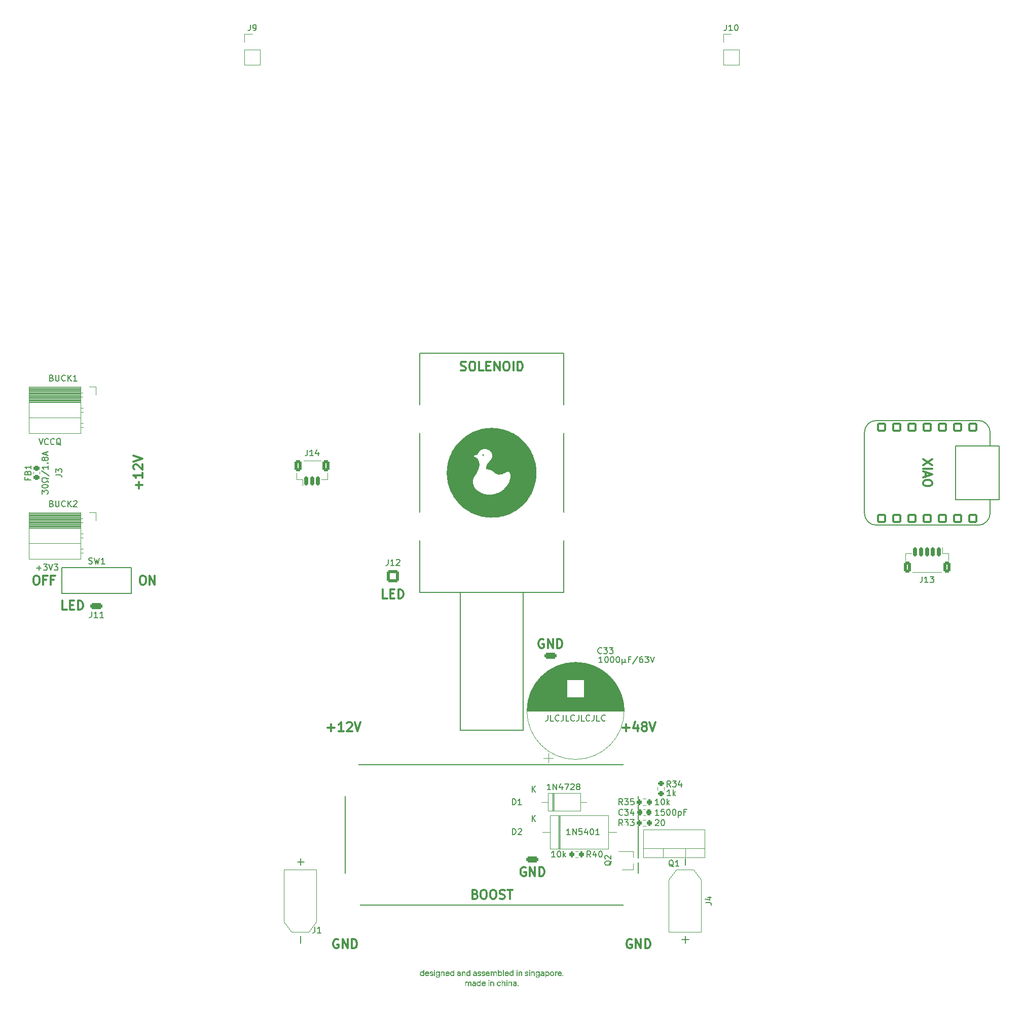
<source format=gto>
G04 #@! TF.GenerationSoftware,KiCad,Pcbnew,7.0.9*
G04 #@! TF.CreationDate,2023-12-19T12:28:11+08:00*
G04 #@! TF.ProjectId,layer1,6c617965-7231-42e6-9b69-6361645f7063,rev?*
G04 #@! TF.SameCoordinates,Original*
G04 #@! TF.FileFunction,Legend,Top*
G04 #@! TF.FilePolarity,Positive*
%FSLAX46Y46*%
G04 Gerber Fmt 4.6, Leading zero omitted, Abs format (unit mm)*
G04 Created by KiCad (PCBNEW 7.0.9) date 2023-12-19 12:28:11*
%MOMM*%
%LPD*%
G01*
G04 APERTURE LIST*
G04 Aperture macros list*
%AMRoundRect*
0 Rectangle with rounded corners*
0 $1 Rounding radius*
0 $2 $3 $4 $5 $6 $7 $8 $9 X,Y pos of 4 corners*
0 Add a 4 corners polygon primitive as box body*
4,1,4,$2,$3,$4,$5,$6,$7,$8,$9,$2,$3,0*
0 Add four circle primitives for the rounded corners*
1,1,$1+$1,$2,$3*
1,1,$1+$1,$4,$5*
1,1,$1+$1,$6,$7*
1,1,$1+$1,$8,$9*
0 Add four rect primitives between the rounded corners*
20,1,$1+$1,$2,$3,$4,$5,0*
20,1,$1+$1,$4,$5,$6,$7,0*
20,1,$1+$1,$6,$7,$8,$9,0*
20,1,$1+$1,$8,$9,$2,$3,0*%
G04 Aperture macros list end*
%ADD10C,0.200000*%
%ADD11C,0.300000*%
%ADD12C,0.250000*%
%ADD13C,0.150000*%
%ADD14C,0.120000*%
%ADD15C,0.203200*%
%ADD16R,2.400000X2.400000*%
%ADD17C,2.400000*%
%ADD18RoundRect,0.200000X0.200000X0.275000X-0.200000X0.275000X-0.200000X-0.275000X0.200000X-0.275000X0*%
%ADD19R,5.000000X10.000000*%
%ADD20C,6.400000*%
%ADD21R,2.200000X2.200000*%
%ADD22O,2.200000X2.200000*%
%ADD23R,1.700000X1.700000*%
%ADD24O,1.700000X1.700000*%
%ADD25R,10.000000X5.000000*%
%ADD26R,1.220000X0.650000*%
%ADD27RoundRect,0.225000X0.250000X-0.225000X0.250000X0.225000X-0.250000X0.225000X-0.250000X-0.225000X0*%
%ADD28RoundRect,0.250000X0.750000X-0.250000X0.750000X0.250000X-0.750000X0.250000X-0.750000X-0.250000X0*%
%ADD29RoundRect,0.150000X0.600000X-0.600000X0.600000X0.600000X-0.600000X0.600000X-0.600000X-0.600000X0*%
%ADD30RoundRect,0.150000X-0.600000X0.600000X-0.600000X-0.600000X0.600000X-0.600000X0.600000X0.600000X0*%
%ADD31RoundRect,0.150000X-0.150000X-0.625000X0.150000X-0.625000X0.150000X0.625000X-0.150000X0.625000X0*%
%ADD32RoundRect,0.250000X-0.350000X-0.650000X0.350000X-0.650000X0.350000X0.650000X-0.350000X0.650000X0*%
%ADD33RoundRect,0.150000X0.150000X0.625000X-0.150000X0.625000X-0.150000X-0.625000X0.150000X-0.625000X0*%
%ADD34RoundRect,0.250000X0.350000X0.650000X-0.350000X0.650000X-0.350000X-0.650000X0.350000X-0.650000X0*%
%ADD35R,3.000000X3.000000*%
%ADD36C,3.000000*%
%ADD37RoundRect,0.225000X0.225000X0.250000X-0.225000X0.250000X-0.225000X-0.250000X0.225000X-0.250000X0*%
%ADD38RoundRect,0.200000X0.275000X-0.200000X0.275000X0.200000X-0.275000X0.200000X-0.275000X-0.200000X0*%
%ADD39R,1.905000X2.000000*%
%ADD40O,1.905000X2.000000*%
%ADD41RoundRect,0.250001X-0.799999X-0.799999X0.799999X-0.799999X0.799999X0.799999X-0.799999X0.799999X0*%
%ADD42O,2.400000X2.400000*%
%ADD43C,2.082800*%
%ADD44C,1.400000*%
G04 APERTURE END LIST*
D10*
X99750000Y-125000000D02*
X110250000Y-125000000D01*
X110250000Y-148000000D01*
X99750000Y-148000000D01*
X99750000Y-125000000D01*
X93000000Y-85000000D02*
X117000000Y-85000000D01*
X117000000Y-125000000D01*
X93000000Y-125000000D01*
X93000000Y-85000000D01*
X80500000Y-153800000D02*
X129500000Y-153800000D01*
X129500000Y-177200000D01*
X80500000Y-177200000D01*
X80500000Y-153800000D01*
D11*
X87535714Y-125978328D02*
X86821428Y-125978328D01*
X86821428Y-125978328D02*
X86821428Y-124478328D01*
X88035714Y-125192614D02*
X88535714Y-125192614D01*
X88750000Y-125978328D02*
X88035714Y-125978328D01*
X88035714Y-125978328D02*
X88035714Y-124478328D01*
X88035714Y-124478328D02*
X88750000Y-124478328D01*
X89392857Y-125978328D02*
X89392857Y-124478328D01*
X89392857Y-124478328D02*
X89750000Y-124478328D01*
X89750000Y-124478328D02*
X89964286Y-124549757D01*
X89964286Y-124549757D02*
X90107143Y-124692614D01*
X90107143Y-124692614D02*
X90178572Y-124835471D01*
X90178572Y-124835471D02*
X90250000Y-125121185D01*
X90250000Y-125121185D02*
X90250000Y-125335471D01*
X90250000Y-125335471D02*
X90178572Y-125621185D01*
X90178572Y-125621185D02*
X90107143Y-125764042D01*
X90107143Y-125764042D02*
X89964286Y-125906900D01*
X89964286Y-125906900D02*
X89750000Y-125978328D01*
X89750000Y-125978328D02*
X89392857Y-125978328D01*
X28802632Y-122178328D02*
X29088346Y-122178328D01*
X29088346Y-122178328D02*
X29231203Y-122249757D01*
X29231203Y-122249757D02*
X29374060Y-122392614D01*
X29374060Y-122392614D02*
X29445489Y-122678328D01*
X29445489Y-122678328D02*
X29445489Y-123178328D01*
X29445489Y-123178328D02*
X29374060Y-123464042D01*
X29374060Y-123464042D02*
X29231203Y-123606900D01*
X29231203Y-123606900D02*
X29088346Y-123678328D01*
X29088346Y-123678328D02*
X28802632Y-123678328D01*
X28802632Y-123678328D02*
X28659775Y-123606900D01*
X28659775Y-123606900D02*
X28516917Y-123464042D01*
X28516917Y-123464042D02*
X28445489Y-123178328D01*
X28445489Y-123178328D02*
X28445489Y-122678328D01*
X28445489Y-122678328D02*
X28516917Y-122392614D01*
X28516917Y-122392614D02*
X28659775Y-122249757D01*
X28659775Y-122249757D02*
X28802632Y-122178328D01*
X30588346Y-122892614D02*
X30088346Y-122892614D01*
X30088346Y-123678328D02*
X30088346Y-122178328D01*
X30088346Y-122178328D02*
X30802632Y-122178328D01*
X31874060Y-122892614D02*
X31374060Y-122892614D01*
X31374060Y-123678328D02*
X31374060Y-122178328D01*
X31374060Y-122178328D02*
X32088346Y-122178328D01*
D12*
G36*
X93716957Y-189075000D02*
G01*
X93592638Y-189075000D01*
X93576424Y-188984302D01*
X93572384Y-188989508D01*
X93565114Y-188998007D01*
X93557392Y-189006218D01*
X93549220Y-189014141D01*
X93540597Y-189021777D01*
X93531523Y-189029125D01*
X93521998Y-189036185D01*
X93512022Y-189042958D01*
X93501596Y-189049443D01*
X93490719Y-189055640D01*
X93483217Y-189059612D01*
X93471707Y-189065156D01*
X93459893Y-189070154D01*
X93447773Y-189074607D01*
X93435349Y-189078514D01*
X93422620Y-189081877D01*
X93409586Y-189084694D01*
X93396248Y-189086966D01*
X93382604Y-189088692D01*
X93368656Y-189089874D01*
X93354403Y-189090510D01*
X93344731Y-189090631D01*
X93332938Y-189090453D01*
X93321311Y-189089917D01*
X93309849Y-189089025D01*
X93298554Y-189087776D01*
X93287425Y-189086171D01*
X93276462Y-189084208D01*
X93265664Y-189081889D01*
X93255033Y-189079213D01*
X93244568Y-189076180D01*
X93234269Y-189072790D01*
X93224135Y-189069043D01*
X93214168Y-189064940D01*
X93204367Y-189060479D01*
X93194732Y-189055662D01*
X93185263Y-189050488D01*
X93175959Y-189044958D01*
X93166864Y-189039081D01*
X93158019Y-189032871D01*
X93149424Y-189026327D01*
X93141078Y-189019450D01*
X93132983Y-189012238D01*
X93125138Y-189004692D01*
X93117542Y-188996812D01*
X93110197Y-188988599D01*
X93103102Y-188980051D01*
X93096256Y-188971170D01*
X93089661Y-188961954D01*
X93083315Y-188952405D01*
X93077219Y-188942522D01*
X93071374Y-188932304D01*
X93065778Y-188921753D01*
X93060433Y-188910868D01*
X93055405Y-188899651D01*
X93050701Y-188888165D01*
X93046322Y-188876410D01*
X93042267Y-188864386D01*
X93038537Y-188852093D01*
X93035131Y-188839530D01*
X93032049Y-188826699D01*
X93029292Y-188813599D01*
X93026859Y-188800229D01*
X93024750Y-188786591D01*
X93022966Y-188772683D01*
X93021506Y-188758507D01*
X93020371Y-188744061D01*
X93019560Y-188729346D01*
X93019073Y-188714363D01*
X93018911Y-188699110D01*
X93168144Y-188699110D01*
X93168358Y-188714237D01*
X93169002Y-188728904D01*
X93170076Y-188743111D01*
X93171578Y-188756858D01*
X93173510Y-188770145D01*
X93175872Y-188782973D01*
X93178662Y-188795340D01*
X93181882Y-188807248D01*
X93185532Y-188818696D01*
X93189610Y-188829684D01*
X93194118Y-188840212D01*
X93199056Y-188850281D01*
X93204422Y-188859889D01*
X93210218Y-188869038D01*
X93216444Y-188877727D01*
X93223098Y-188885956D01*
X93230107Y-188893705D01*
X93237394Y-188900954D01*
X93244960Y-188907703D01*
X93252804Y-188913952D01*
X93260927Y-188919701D01*
X93269329Y-188924950D01*
X93278009Y-188929700D01*
X93286968Y-188933949D01*
X93296205Y-188937699D01*
X93305721Y-188940948D01*
X93315516Y-188943698D01*
X93325589Y-188945948D01*
X93335940Y-188947697D01*
X93346571Y-188948947D01*
X93357480Y-188949697D01*
X93368667Y-188949947D01*
X93379676Y-188949695D01*
X93390416Y-188948940D01*
X93400887Y-188947680D01*
X93411089Y-188945917D01*
X93421022Y-188943650D01*
X93430686Y-188940880D01*
X93440080Y-188937605D01*
X93449206Y-188933827D01*
X93458063Y-188929545D01*
X93466650Y-188924760D01*
X93474969Y-188919470D01*
X93483018Y-188913677D01*
X93490799Y-188907380D01*
X93498310Y-188900580D01*
X93505553Y-188893275D01*
X93512526Y-188885467D01*
X93519181Y-188877154D01*
X93525406Y-188868397D01*
X93531202Y-188859195D01*
X93536569Y-188849548D01*
X93541506Y-188839457D01*
X93546014Y-188828921D01*
X93550093Y-188817941D01*
X93553742Y-188806516D01*
X93556962Y-188794646D01*
X93559753Y-188782332D01*
X93562114Y-188769573D01*
X93564046Y-188756369D01*
X93565549Y-188742721D01*
X93566622Y-188728629D01*
X93567266Y-188714092D01*
X93567481Y-188699110D01*
X93567266Y-188684160D01*
X93566622Y-188669659D01*
X93565549Y-188655607D01*
X93564046Y-188642003D01*
X93562114Y-188628847D01*
X93559753Y-188616140D01*
X93556962Y-188603881D01*
X93553742Y-188592070D01*
X93550093Y-188580708D01*
X93546014Y-188569795D01*
X93541506Y-188559329D01*
X93536569Y-188549313D01*
X93531202Y-188539744D01*
X93525406Y-188530624D01*
X93519181Y-188521953D01*
X93512526Y-188513729D01*
X93505553Y-188505980D01*
X93498310Y-188498731D01*
X93490799Y-188491982D01*
X93483018Y-188485733D01*
X93474969Y-188479984D01*
X93466650Y-188474735D01*
X93458063Y-188469985D01*
X93449206Y-188465736D01*
X93440080Y-188461986D01*
X93430686Y-188458737D01*
X93421022Y-188455987D01*
X93411089Y-188453737D01*
X93400887Y-188451988D01*
X93390416Y-188450738D01*
X93379676Y-188449988D01*
X93368667Y-188449738D01*
X93357480Y-188449988D01*
X93346571Y-188450738D01*
X93335940Y-188451988D01*
X93325589Y-188453737D01*
X93315516Y-188455987D01*
X93305721Y-188458737D01*
X93296205Y-188461986D01*
X93286968Y-188465736D01*
X93278009Y-188469985D01*
X93269329Y-188474735D01*
X93260927Y-188479984D01*
X93252804Y-188485733D01*
X93244960Y-188491982D01*
X93237394Y-188498731D01*
X93230107Y-188505980D01*
X93223098Y-188513729D01*
X93216444Y-188521953D01*
X93210218Y-188530624D01*
X93204422Y-188539744D01*
X93199056Y-188549313D01*
X93194118Y-188559329D01*
X93189610Y-188569795D01*
X93185532Y-188580708D01*
X93181882Y-188592070D01*
X93178662Y-188603881D01*
X93175872Y-188616140D01*
X93173510Y-188628847D01*
X93171578Y-188642003D01*
X93170076Y-188655607D01*
X93169002Y-188669659D01*
X93168358Y-188684160D01*
X93168144Y-188699110D01*
X93018911Y-188699110D01*
X93019073Y-188683861D01*
X93019560Y-188668889D01*
X93020371Y-188654193D01*
X93021506Y-188639774D01*
X93022966Y-188625632D01*
X93024750Y-188611766D01*
X93026859Y-188598177D01*
X93029292Y-188584865D01*
X93032049Y-188571830D01*
X93035131Y-188559071D01*
X93038537Y-188546589D01*
X93042267Y-188534383D01*
X93046322Y-188522454D01*
X93050701Y-188510802D01*
X93055405Y-188499427D01*
X93060433Y-188488328D01*
X93065778Y-188477502D01*
X93071374Y-188467007D01*
X93077219Y-188456841D01*
X93083315Y-188447005D01*
X93089661Y-188437500D01*
X93096256Y-188428325D01*
X93103102Y-188419479D01*
X93110197Y-188410964D01*
X93117542Y-188402779D01*
X93125138Y-188394924D01*
X93132983Y-188387400D01*
X93141078Y-188380205D01*
X93149424Y-188373340D01*
X93158019Y-188366806D01*
X93166864Y-188360602D01*
X93175959Y-188354727D01*
X93185263Y-188349197D01*
X93194732Y-188344023D01*
X93204367Y-188339206D01*
X93214168Y-188334745D01*
X93224135Y-188330642D01*
X93234269Y-188326895D01*
X93244568Y-188323505D01*
X93255033Y-188320472D01*
X93265664Y-188317796D01*
X93276462Y-188315477D01*
X93287425Y-188313514D01*
X93298554Y-188311909D01*
X93309849Y-188310660D01*
X93321311Y-188309768D01*
X93332938Y-188309232D01*
X93344731Y-188309054D01*
X93359164Y-188309309D01*
X93373245Y-188310076D01*
X93386973Y-188311353D01*
X93400350Y-188313141D01*
X93413374Y-188315440D01*
X93426047Y-188318250D01*
X93438367Y-188321571D01*
X93450336Y-188325403D01*
X93461952Y-188329746D01*
X93473216Y-188334599D01*
X93480530Y-188338119D01*
X93491173Y-188343652D01*
X93501396Y-188349442D01*
X93511198Y-188355490D01*
X93520578Y-188361795D01*
X93529539Y-188368358D01*
X93538078Y-188375179D01*
X93546197Y-188382257D01*
X93553895Y-188389593D01*
X93561172Y-188397186D01*
X93568028Y-188405038D01*
X93568441Y-188405549D01*
X93567481Y-188074581D01*
X93716957Y-188074581D01*
X93716957Y-189075000D01*
G37*
G36*
X94220261Y-188309255D02*
G01*
X94233390Y-188309859D01*
X94246295Y-188310866D01*
X94258978Y-188312275D01*
X94271437Y-188314087D01*
X94283673Y-188316301D01*
X94295686Y-188318918D01*
X94307475Y-188321938D01*
X94319042Y-188325360D01*
X94330385Y-188329185D01*
X94341504Y-188333412D01*
X94352401Y-188338043D01*
X94363074Y-188343075D01*
X94373524Y-188348511D01*
X94383751Y-188354349D01*
X94393754Y-188360589D01*
X94403524Y-188367120D01*
X94412988Y-188373889D01*
X94422147Y-188380897D01*
X94431001Y-188388143D01*
X94439550Y-188395628D01*
X94447793Y-188403351D01*
X94455731Y-188411312D01*
X94463363Y-188419513D01*
X94470691Y-188427952D01*
X94477713Y-188436629D01*
X94484429Y-188445545D01*
X94490841Y-188454699D01*
X94496947Y-188464092D01*
X94502748Y-188473723D01*
X94508243Y-188483593D01*
X94513433Y-188493702D01*
X94518313Y-188503964D01*
X94522879Y-188514298D01*
X94527129Y-188524702D01*
X94531065Y-188535177D01*
X94534685Y-188545722D01*
X94537991Y-188556338D01*
X94540982Y-188567025D01*
X94543658Y-188577782D01*
X94546020Y-188588610D01*
X94548066Y-188599508D01*
X94549798Y-188610477D01*
X94551215Y-188621517D01*
X94552317Y-188632627D01*
X94553104Y-188643808D01*
X94553576Y-188655059D01*
X94553733Y-188666381D01*
X94553525Y-188678454D01*
X94553057Y-188688241D01*
X94552322Y-188698142D01*
X94551321Y-188708158D01*
X94550052Y-188718288D01*
X94548516Y-188728533D01*
X94546713Y-188738892D01*
X94545185Y-188746737D01*
X94010049Y-188746737D01*
X94011317Y-188758425D01*
X94012922Y-188769795D01*
X94014866Y-188780849D01*
X94017147Y-188791586D01*
X94019766Y-188802007D01*
X94022723Y-188812110D01*
X94026017Y-188821897D01*
X94029649Y-188831367D01*
X94033619Y-188840521D01*
X94037927Y-188849357D01*
X94045022Y-188862018D01*
X94052876Y-188873967D01*
X94061491Y-188885202D01*
X94070865Y-188895725D01*
X94080937Y-188905415D01*
X94091645Y-188914152D01*
X94102988Y-188921936D01*
X94114966Y-188928767D01*
X94127580Y-188934644D01*
X94140829Y-188939569D01*
X94154714Y-188943540D01*
X94164323Y-188945658D01*
X94174215Y-188947353D01*
X94184389Y-188948623D01*
X94194846Y-188949471D01*
X94205585Y-188949894D01*
X94211061Y-188949947D01*
X94221884Y-188949754D01*
X94232373Y-188949174D01*
X94242526Y-188948208D01*
X94252345Y-188946856D01*
X94264916Y-188944452D01*
X94276892Y-188941360D01*
X94288272Y-188937582D01*
X94299057Y-188933117D01*
X94309246Y-188927965D01*
X94319001Y-188921981D01*
X94328480Y-188915143D01*
X94337685Y-188907449D01*
X94346615Y-188898900D01*
X94355271Y-188889497D01*
X94361582Y-188881884D01*
X94367739Y-188873789D01*
X94373741Y-188865214D01*
X94379588Y-188856158D01*
X94537125Y-188856158D01*
X94532009Y-188870322D01*
X94526554Y-188884055D01*
X94520759Y-188897357D01*
X94514624Y-188910227D01*
X94508150Y-188922666D01*
X94501336Y-188934674D01*
X94494182Y-188946251D01*
X94486689Y-188957397D01*
X94478856Y-188968111D01*
X94470683Y-188978394D01*
X94462171Y-188988246D01*
X94453319Y-188997666D01*
X94444127Y-189006655D01*
X94434596Y-189015213D01*
X94424725Y-189023340D01*
X94414515Y-189031036D01*
X94404017Y-189038252D01*
X94393224Y-189045003D01*
X94382135Y-189051289D01*
X94370750Y-189057109D01*
X94359069Y-189062463D01*
X94347092Y-189067352D01*
X94334820Y-189071775D01*
X94322252Y-189075732D01*
X94309388Y-189079224D01*
X94296229Y-189082250D01*
X94282774Y-189084811D01*
X94269022Y-189086906D01*
X94254976Y-189088536D01*
X94240633Y-189089700D01*
X94225995Y-189090398D01*
X94211061Y-189090631D01*
X94198031Y-189090451D01*
X94185198Y-189089910D01*
X94172561Y-189089008D01*
X94160121Y-189087746D01*
X94147877Y-189086123D01*
X94135830Y-189084140D01*
X94123979Y-189081795D01*
X94112325Y-189079091D01*
X94100868Y-189076025D01*
X94089607Y-189072599D01*
X94078543Y-189068812D01*
X94067675Y-189064665D01*
X94057003Y-189060157D01*
X94046529Y-189055288D01*
X94036250Y-189050059D01*
X94026169Y-189044469D01*
X94016323Y-189038507D01*
X94006751Y-189032223D01*
X93997455Y-189025616D01*
X93988433Y-189018686D01*
X93979686Y-189011434D01*
X93971214Y-189003860D01*
X93963017Y-188995963D01*
X93955094Y-188987744D01*
X93947446Y-188979202D01*
X93940073Y-188970338D01*
X93932975Y-188961151D01*
X93926151Y-188951642D01*
X93919603Y-188941810D01*
X93913329Y-188931656D01*
X93907329Y-188921179D01*
X93901605Y-188910380D01*
X93896222Y-188899251D01*
X93891186Y-188887845D01*
X93886498Y-188876162D01*
X93882157Y-188864203D01*
X93878163Y-188851967D01*
X93874517Y-188839454D01*
X93871218Y-188826665D01*
X93868266Y-188813599D01*
X93865661Y-188800256D01*
X93863404Y-188786636D01*
X93861494Y-188772740D01*
X93859931Y-188758568D01*
X93858715Y-188744118D01*
X93857847Y-188729392D01*
X93857326Y-188714389D01*
X93857153Y-188699110D01*
X93857323Y-188683831D01*
X93857836Y-188668831D01*
X93858690Y-188654110D01*
X93859885Y-188639667D01*
X93861422Y-188625503D01*
X93863301Y-188611617D01*
X93864209Y-188606053D01*
X94012003Y-188606053D01*
X94403280Y-188606053D01*
X94401356Y-188594978D01*
X94398697Y-188584100D01*
X94395305Y-188573420D01*
X94391178Y-188562937D01*
X94386317Y-188552651D01*
X94380723Y-188542563D01*
X94374393Y-188532673D01*
X94367330Y-188522980D01*
X94359533Y-188513485D01*
X94351001Y-188504187D01*
X94344906Y-188498098D01*
X94335226Y-188489455D01*
X94324873Y-188481663D01*
X94313846Y-188474721D01*
X94302144Y-188468628D01*
X94289769Y-188463386D01*
X94276719Y-188458994D01*
X94262995Y-188455452D01*
X94248598Y-188452760D01*
X94238625Y-188451438D01*
X94228352Y-188450493D01*
X94217780Y-188449927D01*
X94206908Y-188449738D01*
X94196480Y-188449910D01*
X94186323Y-188450429D01*
X94176437Y-188451292D01*
X94162116Y-188453235D01*
X94148405Y-188455955D01*
X94135303Y-188459451D01*
X94122811Y-188463725D01*
X94110928Y-188468777D01*
X94099655Y-188474605D01*
X94088992Y-188481210D01*
X94078939Y-188488592D01*
X94072575Y-188493946D01*
X94063576Y-188502443D01*
X94055264Y-188511357D01*
X94047639Y-188520687D01*
X94040701Y-188530433D01*
X94034450Y-188540596D01*
X94028886Y-188551176D01*
X94024009Y-188562172D01*
X94019818Y-188573584D01*
X94016315Y-188585413D01*
X94013499Y-188597658D01*
X94012003Y-188606053D01*
X93864209Y-188606053D01*
X93865521Y-188598010D01*
X93868083Y-188584682D01*
X93870986Y-188571632D01*
X93874231Y-188558861D01*
X93877817Y-188546368D01*
X93881745Y-188534154D01*
X93886014Y-188522219D01*
X93890625Y-188510562D01*
X93895578Y-188499184D01*
X93900872Y-188488084D01*
X93906505Y-188477259D01*
X93912413Y-188466766D01*
X93918595Y-188456605D01*
X93925052Y-188446776D01*
X93931784Y-188437280D01*
X93938791Y-188428115D01*
X93946072Y-188419282D01*
X93953629Y-188410781D01*
X93961460Y-188402612D01*
X93969565Y-188394776D01*
X93977946Y-188387271D01*
X93986601Y-188380098D01*
X93995532Y-188373257D01*
X94004736Y-188366749D01*
X94014216Y-188360572D01*
X94023971Y-188354727D01*
X94033987Y-188349197D01*
X94044193Y-188344023D01*
X94054588Y-188339206D01*
X94065171Y-188334745D01*
X94075944Y-188330642D01*
X94086905Y-188326895D01*
X94098055Y-188323505D01*
X94109395Y-188320472D01*
X94120923Y-188317796D01*
X94132640Y-188315477D01*
X94144545Y-188313514D01*
X94156640Y-188311909D01*
X94168924Y-188310660D01*
X94181397Y-188309768D01*
X94194058Y-188309232D01*
X94206908Y-188309054D01*
X94220261Y-188309255D01*
G37*
G36*
X94940126Y-189090631D02*
G01*
X94925198Y-189090412D01*
X94910580Y-189089753D01*
X94896271Y-189088656D01*
X94882270Y-189087120D01*
X94868580Y-189085145D01*
X94855198Y-189082731D01*
X94842125Y-189079879D01*
X94829361Y-189076587D01*
X94816907Y-189072857D01*
X94804762Y-189068687D01*
X94792925Y-189064079D01*
X94781398Y-189059032D01*
X94770180Y-189053546D01*
X94759271Y-189047621D01*
X94748672Y-189041258D01*
X94738381Y-189034455D01*
X94728469Y-189027208D01*
X94719006Y-189019572D01*
X94709991Y-189011546D01*
X94701424Y-189003131D01*
X94693306Y-188994327D01*
X94685636Y-188985133D01*
X94678415Y-188975551D01*
X94671642Y-188965579D01*
X94665317Y-188955217D01*
X94659441Y-188944467D01*
X94654013Y-188933327D01*
X94649034Y-188921798D01*
X94644503Y-188909880D01*
X94640420Y-188897572D01*
X94636786Y-188884876D01*
X94633601Y-188871789D01*
X94792359Y-188871789D01*
X94796133Y-188881090D01*
X94800739Y-188889818D01*
X94806177Y-188897973D01*
X94812448Y-188905556D01*
X94819550Y-188912567D01*
X94827484Y-188919005D01*
X94836250Y-188924870D01*
X94845848Y-188930163D01*
X94856083Y-188934800D01*
X94866761Y-188938819D01*
X94877882Y-188942219D01*
X94889445Y-188945001D01*
X94901451Y-188947165D01*
X94913900Y-188948711D01*
X94926791Y-188949638D01*
X94936750Y-188949928D01*
X94940126Y-188949947D01*
X94954590Y-188949726D01*
X94968307Y-188949063D01*
X94981277Y-188947957D01*
X94993500Y-188946409D01*
X95004976Y-188944419D01*
X95015705Y-188941987D01*
X95025687Y-188939113D01*
X95034922Y-188935796D01*
X95046073Y-188930686D01*
X95055897Y-188924790D01*
X95064541Y-188918287D01*
X95072032Y-188911357D01*
X95079775Y-188902093D01*
X95085718Y-188892161D01*
X95089860Y-188881561D01*
X95092201Y-188870293D01*
X95092777Y-188860799D01*
X95092073Y-188850552D01*
X95089472Y-188839552D01*
X95084954Y-188829581D01*
X95078519Y-188820639D01*
X95072749Y-188814881D01*
X95064918Y-188808552D01*
X95056263Y-188802757D01*
X95046783Y-188797493D01*
X95036479Y-188792762D01*
X95027263Y-188789226D01*
X95021458Y-188787281D01*
X95010985Y-188784057D01*
X95001593Y-188781339D01*
X94991301Y-188778500D01*
X94980107Y-188775539D01*
X94968014Y-188772455D01*
X94958352Y-188770062D01*
X94948184Y-188767601D01*
X94937509Y-188765071D01*
X94930112Y-188763346D01*
X94919786Y-188761049D01*
X94909691Y-188758739D01*
X94899826Y-188756416D01*
X94890193Y-188754080D01*
X94876176Y-188750550D01*
X94862679Y-188746990D01*
X94849701Y-188743400D01*
X94837242Y-188739780D01*
X94825303Y-188736130D01*
X94813883Y-188732450D01*
X94802983Y-188728740D01*
X94792603Y-188725000D01*
X94782609Y-188720958D01*
X94772868Y-188716436D01*
X94763380Y-188711433D01*
X94754146Y-188705949D01*
X94745165Y-188699984D01*
X94736437Y-188693538D01*
X94727963Y-188686611D01*
X94719742Y-188679204D01*
X94711774Y-188671316D01*
X94704060Y-188662947D01*
X94699058Y-188657100D01*
X94691987Y-188647871D01*
X94685611Y-188638046D01*
X94679931Y-188627624D01*
X94674946Y-188616605D01*
X94670657Y-188604990D01*
X94667064Y-188592777D01*
X94664166Y-188579968D01*
X94661963Y-188566562D01*
X94660456Y-188552560D01*
X94659645Y-188537960D01*
X94659490Y-188527896D01*
X94659791Y-188516722D01*
X94660693Y-188505733D01*
X94662195Y-188494929D01*
X94664299Y-188484310D01*
X94667004Y-188473875D01*
X94670310Y-188463624D01*
X94674217Y-188453559D01*
X94678725Y-188443678D01*
X94683834Y-188433981D01*
X94689544Y-188424469D01*
X94693684Y-188418230D01*
X94700397Y-188409066D01*
X94707621Y-188400259D01*
X94715355Y-188391807D01*
X94723600Y-188383712D01*
X94732357Y-188375973D01*
X94741624Y-188368591D01*
X94751402Y-188361565D01*
X94761691Y-188354895D01*
X94772491Y-188348582D01*
X94783801Y-188342625D01*
X94791626Y-188338852D01*
X94803763Y-188333526D01*
X94816270Y-188328725D01*
X94829145Y-188324447D01*
X94842390Y-188320694D01*
X94856004Y-188317464D01*
X94869988Y-188314757D01*
X94884340Y-188312575D01*
X94894114Y-188311411D01*
X94904052Y-188310480D01*
X94914153Y-188309781D01*
X94924419Y-188309316D01*
X94934849Y-188309083D01*
X94940126Y-188309054D01*
X94954187Y-188309266D01*
X94967977Y-188309901D01*
X94981496Y-188310960D01*
X94994744Y-188312443D01*
X95007722Y-188314349D01*
X95020428Y-188316679D01*
X95032863Y-188319432D01*
X95045028Y-188322609D01*
X95056921Y-188326210D01*
X95068544Y-188330234D01*
X95079895Y-188334682D01*
X95090976Y-188339554D01*
X95101786Y-188344849D01*
X95112324Y-188350568D01*
X95122592Y-188356710D01*
X95132589Y-188363276D01*
X95142258Y-188370273D01*
X95151483Y-188377709D01*
X95160264Y-188385584D01*
X95168599Y-188393898D01*
X95176491Y-188402650D01*
X95183937Y-188411842D01*
X95190939Y-188421472D01*
X95197496Y-188431542D01*
X95203609Y-188442050D01*
X95209277Y-188452997D01*
X95214501Y-188464383D01*
X95219280Y-188476208D01*
X95223614Y-188488471D01*
X95227504Y-188501174D01*
X95230949Y-188514315D01*
X95233950Y-188527896D01*
X95076901Y-188527896D01*
X95072904Y-188518431D01*
X95068300Y-188509577D01*
X95060255Y-188497441D01*
X95050846Y-188486680D01*
X95040071Y-188477291D01*
X95027931Y-188469277D01*
X95019079Y-188464698D01*
X95009620Y-188460729D01*
X94999555Y-188457370D01*
X94988882Y-188454623D01*
X94977603Y-188452486D01*
X94965718Y-188450959D01*
X94953225Y-188450043D01*
X94940126Y-188449738D01*
X94928229Y-188449935D01*
X94916904Y-188450528D01*
X94906150Y-188451515D01*
X94895967Y-188452898D01*
X94886355Y-188454675D01*
X94874427Y-188457659D01*
X94863515Y-188461346D01*
X94853617Y-188465735D01*
X94844735Y-188470826D01*
X94842673Y-188472208D01*
X94833314Y-188479594D01*
X94825542Y-188487707D01*
X94819356Y-188496548D01*
X94814756Y-188506116D01*
X94811743Y-188516412D01*
X94810315Y-188527435D01*
X94810188Y-188532048D01*
X94810910Y-188542927D01*
X94813073Y-188553033D01*
X94816680Y-188562367D01*
X94821729Y-188570928D01*
X94828220Y-188578716D01*
X94830705Y-188581140D01*
X94838936Y-188587993D01*
X94848061Y-188594261D01*
X94858079Y-188599945D01*
X94867109Y-188604236D01*
X94876760Y-188608122D01*
X94884927Y-188610938D01*
X94896033Y-188614374D01*
X94905854Y-188617234D01*
X94916508Y-188620194D01*
X94927993Y-188623253D01*
X94940310Y-188626411D01*
X94950094Y-188628844D01*
X94960345Y-188631334D01*
X94971065Y-188633879D01*
X94978472Y-188635607D01*
X94988792Y-188638081D01*
X94998870Y-188640560D01*
X95008705Y-188643043D01*
X95018298Y-188645529D01*
X95032234Y-188649266D01*
X95045624Y-188653011D01*
X95058469Y-188656765D01*
X95070769Y-188660527D01*
X95082523Y-188664298D01*
X95093732Y-188668078D01*
X95104396Y-188671866D01*
X95114515Y-188675662D01*
X95124241Y-188679647D01*
X95133726Y-188684092D01*
X95142971Y-188688995D01*
X95151976Y-188694358D01*
X95160740Y-188700181D01*
X95169263Y-188706463D01*
X95177547Y-188713204D01*
X95185590Y-188720405D01*
X95193392Y-188728065D01*
X95200954Y-188736184D01*
X95205862Y-188741852D01*
X95212846Y-188750739D01*
X95219142Y-188760179D01*
X95224752Y-188770173D01*
X95229675Y-188780721D01*
X95233911Y-188791823D01*
X95237461Y-188803479D01*
X95240323Y-188815688D01*
X95242498Y-188828452D01*
X95243987Y-188841769D01*
X95244788Y-188855640D01*
X95244941Y-188865195D01*
X95244612Y-188877130D01*
X95243627Y-188888845D01*
X95241985Y-188900342D01*
X95239686Y-188911620D01*
X95236730Y-188922679D01*
X95233117Y-188933519D01*
X95228847Y-188944140D01*
X95223920Y-188954542D01*
X95218337Y-188964725D01*
X95212097Y-188974689D01*
X95207571Y-188981210D01*
X95200334Y-188990717D01*
X95192542Y-188999820D01*
X95184196Y-189008520D01*
X95175297Y-189016816D01*
X95165844Y-189024709D01*
X95155837Y-189032198D01*
X95145276Y-189039283D01*
X95134161Y-189045965D01*
X95122493Y-189052243D01*
X95110270Y-189058118D01*
X95101814Y-189061810D01*
X95088731Y-189066961D01*
X95075219Y-189071605D01*
X95061277Y-189075742D01*
X95051744Y-189078219D01*
X95042020Y-189080471D01*
X95032105Y-189082497D01*
X95021999Y-189084298D01*
X95011703Y-189085875D01*
X95001216Y-189087225D01*
X94990538Y-189088351D01*
X94979669Y-189089252D01*
X94968609Y-189089927D01*
X94957359Y-189090378D01*
X94945918Y-189090603D01*
X94940126Y-189090631D01*
G37*
G36*
X95513852Y-189075000D02*
G01*
X95364620Y-189075000D01*
X95364620Y-188324685D01*
X95513852Y-188324685D01*
X95513852Y-189075000D01*
G37*
G36*
X95438625Y-188219173D02*
G01*
X95426898Y-188218517D01*
X95415684Y-188216549D01*
X95404983Y-188213269D01*
X95394795Y-188208678D01*
X95385120Y-188202774D01*
X95375957Y-188195559D01*
X95372435Y-188192306D01*
X95364484Y-188183624D01*
X95357881Y-188174369D01*
X95352625Y-188164542D01*
X95348717Y-188154143D01*
X95346157Y-188143171D01*
X95344944Y-188131627D01*
X95344836Y-188126849D01*
X95345267Y-188117087D01*
X95347019Y-188105421D01*
X95350119Y-188094351D01*
X95354566Y-188083878D01*
X95360361Y-188074001D01*
X95367503Y-188064720D01*
X95372435Y-188059438D01*
X95381393Y-188051416D01*
X95390863Y-188044755D01*
X95400846Y-188039452D01*
X95411342Y-188035510D01*
X95422351Y-188032926D01*
X95433873Y-188031703D01*
X95438625Y-188031594D01*
X95450346Y-188032274D01*
X95461542Y-188034313D01*
X95472213Y-188037712D01*
X95482360Y-188042470D01*
X95491982Y-188048588D01*
X95501079Y-188056066D01*
X95504571Y-188059438D01*
X95512522Y-188068361D01*
X95519125Y-188077880D01*
X95524381Y-188087996D01*
X95528289Y-188098707D01*
X95530849Y-188110016D01*
X95532062Y-188121920D01*
X95532170Y-188126849D01*
X95531496Y-188138558D01*
X95529475Y-188149718D01*
X95526106Y-188160330D01*
X95521389Y-188170393D01*
X95515325Y-188179907D01*
X95507913Y-188188873D01*
X95504571Y-188192306D01*
X95495684Y-188200046D01*
X95486272Y-188206474D01*
X95476335Y-188211590D01*
X95465873Y-188215394D01*
X95454887Y-188217887D01*
X95443376Y-188219068D01*
X95438625Y-188219173D01*
G37*
G36*
X95988141Y-188309314D02*
G01*
X96001787Y-188310093D01*
X96015189Y-188311392D01*
X96028346Y-188313210D01*
X96041258Y-188315548D01*
X96053925Y-188318405D01*
X96066348Y-188321782D01*
X96078526Y-188325678D01*
X96090459Y-188330093D01*
X96102148Y-188335029D01*
X96109805Y-188338607D01*
X96120984Y-188344284D01*
X96131718Y-188350231D01*
X96142004Y-188356448D01*
X96151845Y-188362936D01*
X96161239Y-188369695D01*
X96170186Y-188376724D01*
X96178687Y-188384023D01*
X96186741Y-188391593D01*
X96194349Y-188399433D01*
X96201510Y-188407544D01*
X96203463Y-188409942D01*
X96219714Y-188324685D01*
X96343545Y-188324685D01*
X96343545Y-189049110D01*
X96343189Y-189067053D01*
X96342121Y-189084491D01*
X96340342Y-189101423D01*
X96337851Y-189117849D01*
X96334648Y-189133769D01*
X96330734Y-189149184D01*
X96326107Y-189164094D01*
X96320769Y-189178497D01*
X96314719Y-189192395D01*
X96307958Y-189205788D01*
X96300485Y-189218674D01*
X96292300Y-189231055D01*
X96283403Y-189242931D01*
X96273794Y-189254300D01*
X96263474Y-189265165D01*
X96252442Y-189275523D01*
X96240795Y-189285313D01*
X96228629Y-189294471D01*
X96215943Y-189302997D01*
X96202739Y-189310892D01*
X96189016Y-189318156D01*
X96174773Y-189324787D01*
X96160012Y-189330788D01*
X96144731Y-189336156D01*
X96128932Y-189340893D01*
X96112613Y-189344999D01*
X96095776Y-189348472D01*
X96078419Y-189351314D01*
X96060544Y-189353525D01*
X96042149Y-189355104D01*
X96023236Y-189356051D01*
X96003803Y-189356367D01*
X95987668Y-189356125D01*
X95971868Y-189355398D01*
X95956405Y-189354186D01*
X95941277Y-189352490D01*
X95926485Y-189350309D01*
X95912029Y-189347643D01*
X95897909Y-189344493D01*
X95884124Y-189340858D01*
X95870675Y-189336738D01*
X95857563Y-189332134D01*
X95844786Y-189327045D01*
X95832345Y-189321471D01*
X95820239Y-189315413D01*
X95808470Y-189308870D01*
X95797036Y-189301842D01*
X95785938Y-189294330D01*
X95775234Y-189286354D01*
X95764918Y-189277874D01*
X95754992Y-189268890D01*
X95745455Y-189259403D01*
X95736308Y-189249412D01*
X95727549Y-189238917D01*
X95719180Y-189227918D01*
X95711200Y-189216416D01*
X95703610Y-189204410D01*
X95696408Y-189191900D01*
X95689596Y-189178887D01*
X95683173Y-189165369D01*
X95677140Y-189151348D01*
X95671495Y-189136823D01*
X95666240Y-189121795D01*
X95661375Y-189106263D01*
X95817934Y-189106263D01*
X95822271Y-189116451D01*
X95827036Y-189126132D01*
X95832231Y-189135307D01*
X95837855Y-189143975D01*
X95843909Y-189152137D01*
X95850392Y-189159792D01*
X95857304Y-189166940D01*
X95864646Y-189173582D01*
X95872417Y-189179717D01*
X95880617Y-189185346D01*
X95886322Y-189188817D01*
X95895240Y-189193618D01*
X95904592Y-189197947D01*
X95914377Y-189201804D01*
X95924596Y-189205189D01*
X95935248Y-189208101D01*
X95946334Y-189210541D01*
X95957854Y-189212509D01*
X95969808Y-189214004D01*
X95982195Y-189215027D01*
X95995015Y-189215578D01*
X96003803Y-189215683D01*
X96014709Y-189215511D01*
X96025323Y-189214993D01*
X96035645Y-189214129D01*
X96045675Y-189212920D01*
X96055414Y-189211366D01*
X96069474Y-189208387D01*
X96082877Y-189204631D01*
X96095623Y-189200098D01*
X96107712Y-189194788D01*
X96119145Y-189188701D01*
X96129920Y-189181837D01*
X96140039Y-189174195D01*
X96143266Y-189171475D01*
X96152388Y-189162889D01*
X96160614Y-189153615D01*
X96167942Y-189143655D01*
X96174372Y-189133007D01*
X96179906Y-189121673D01*
X96184542Y-189109651D01*
X96188281Y-189096943D01*
X96191122Y-189083548D01*
X96193066Y-189069466D01*
X96193864Y-189059696D01*
X96194263Y-189049621D01*
X96194313Y-189044469D01*
X96195011Y-188936985D01*
X96192388Y-188940094D01*
X96185609Y-188947355D01*
X96178369Y-188954388D01*
X96170671Y-188961194D01*
X96162513Y-188967772D01*
X96153895Y-188974122D01*
X96144818Y-188980245D01*
X96135282Y-188986141D01*
X96125286Y-188991809D01*
X96114832Y-188997249D01*
X96107606Y-189000750D01*
X96096474Y-189005638D01*
X96085058Y-189010046D01*
X96073358Y-189013973D01*
X96061376Y-189017419D01*
X96049110Y-189020385D01*
X96036560Y-189022869D01*
X96023728Y-189024872D01*
X96010611Y-189026395D01*
X95997212Y-189027437D01*
X95983529Y-189027998D01*
X95974250Y-189028105D01*
X95962456Y-189027940D01*
X95950829Y-189027445D01*
X95939368Y-189026619D01*
X95928073Y-189025464D01*
X95916943Y-189023979D01*
X95905980Y-189022163D01*
X95895183Y-189020017D01*
X95884552Y-189017541D01*
X95874086Y-189014735D01*
X95863787Y-189011599D01*
X95853654Y-189008133D01*
X95843687Y-189004337D01*
X95833885Y-189000211D01*
X95824250Y-188995754D01*
X95814781Y-188990968D01*
X95805478Y-188985851D01*
X95796415Y-188980386D01*
X95787606Y-188974616D01*
X95779051Y-188968540D01*
X95770750Y-188962159D01*
X95762702Y-188955473D01*
X95754908Y-188948482D01*
X95747368Y-188941185D01*
X95740082Y-188933583D01*
X95733049Y-188925676D01*
X95726271Y-188917463D01*
X95719746Y-188908945D01*
X95713475Y-188900122D01*
X95707457Y-188890993D01*
X95701694Y-188881559D01*
X95696184Y-188871820D01*
X95690928Y-188861775D01*
X95685959Y-188851458D01*
X95681311Y-188840900D01*
X95676983Y-188830102D01*
X95672976Y-188819064D01*
X95669290Y-188807784D01*
X95665924Y-188796265D01*
X95662878Y-188784505D01*
X95660153Y-188772505D01*
X95657749Y-188760264D01*
X95655665Y-188747783D01*
X95653902Y-188735061D01*
X95652460Y-188722099D01*
X95651338Y-188708897D01*
X95650536Y-188695454D01*
X95650056Y-188681770D01*
X95649895Y-188667847D01*
X95799128Y-188667847D01*
X95799338Y-188680701D01*
X95799971Y-188693191D01*
X95801025Y-188705316D01*
X95802501Y-188717077D01*
X95804399Y-188728473D01*
X95806718Y-188739505D01*
X95809459Y-188750173D01*
X95812622Y-188760476D01*
X95816206Y-188770414D01*
X95820213Y-188779988D01*
X95824640Y-188789198D01*
X95829490Y-188798043D01*
X95834761Y-188806524D01*
X95840454Y-188814640D01*
X95846569Y-188822392D01*
X95853105Y-188829780D01*
X95860020Y-188836760D01*
X95870908Y-188846385D01*
X95882414Y-188854998D01*
X95894539Y-188862597D01*
X95907281Y-188869183D01*
X95920642Y-188874756D01*
X95929893Y-188877908D01*
X95939418Y-188880610D01*
X95949219Y-188882861D01*
X95959294Y-188884663D01*
X95969643Y-188886014D01*
X95980268Y-188886914D01*
X95991167Y-188887365D01*
X95996720Y-188887421D01*
X96007756Y-188887196D01*
X96018515Y-188886520D01*
X96028997Y-188885395D01*
X96039203Y-188883818D01*
X96049132Y-188881792D01*
X96058784Y-188879315D01*
X96068160Y-188876388D01*
X96081705Y-188871153D01*
X96094627Y-188864905D01*
X96106927Y-188857643D01*
X96118604Y-188849369D01*
X96129659Y-188840081D01*
X96140091Y-188829780D01*
X96146657Y-188822392D01*
X96152799Y-188814640D01*
X96158518Y-188806524D01*
X96163813Y-188798043D01*
X96168684Y-188789198D01*
X96173132Y-188779988D01*
X96177156Y-188770414D01*
X96180757Y-188760476D01*
X96183934Y-188750173D01*
X96186688Y-188739505D01*
X96189017Y-188728473D01*
X96190924Y-188717077D01*
X96192406Y-188705316D01*
X96193465Y-188693191D01*
X96194101Y-188680701D01*
X96194313Y-188667847D01*
X96194101Y-188655170D01*
X96193465Y-188642846D01*
X96192406Y-188630875D01*
X96190924Y-188619258D01*
X96189017Y-188607993D01*
X96186688Y-188597081D01*
X96183934Y-188586522D01*
X96180757Y-188576317D01*
X96177156Y-188566464D01*
X96173132Y-188556964D01*
X96168684Y-188547818D01*
X96163813Y-188539024D01*
X96158518Y-188530583D01*
X96152799Y-188522495D01*
X96146657Y-188514761D01*
X96140091Y-188507379D01*
X96133205Y-188500399D01*
X96122358Y-188490773D01*
X96110888Y-188482161D01*
X96098796Y-188474562D01*
X96086081Y-188467976D01*
X96072744Y-188462403D01*
X96058784Y-188457844D01*
X96049132Y-188455367D01*
X96039203Y-188453340D01*
X96028997Y-188451764D01*
X96018515Y-188450638D01*
X96007756Y-188449963D01*
X95996720Y-188449738D01*
X95985683Y-188449963D01*
X95974921Y-188450638D01*
X95964434Y-188451764D01*
X95954222Y-188453340D01*
X95944284Y-188455367D01*
X95934621Y-188457844D01*
X95925233Y-188460771D01*
X95911666Y-188466006D01*
X95898718Y-188472254D01*
X95886387Y-188479515D01*
X95874675Y-188487790D01*
X95863581Y-188497078D01*
X95853105Y-188507379D01*
X95846569Y-188514761D01*
X95840454Y-188522495D01*
X95834761Y-188530583D01*
X95829490Y-188539024D01*
X95824640Y-188547818D01*
X95820213Y-188556964D01*
X95816206Y-188566464D01*
X95812622Y-188576317D01*
X95809459Y-188586522D01*
X95806718Y-188597081D01*
X95804399Y-188607993D01*
X95802501Y-188619258D01*
X95801025Y-188630875D01*
X95799971Y-188642846D01*
X95799338Y-188655170D01*
X95799128Y-188667847D01*
X95649895Y-188667847D01*
X95650056Y-188653926D01*
X95650536Y-188640251D01*
X95651338Y-188626822D01*
X95652460Y-188613640D01*
X95653902Y-188600704D01*
X95655665Y-188588014D01*
X95657749Y-188575570D01*
X95660153Y-188563372D01*
X95662878Y-188551420D01*
X95665924Y-188539715D01*
X95669290Y-188528255D01*
X95672976Y-188517042D01*
X95676983Y-188506075D01*
X95681311Y-188495354D01*
X95685959Y-188484879D01*
X95690928Y-188474651D01*
X95696184Y-188464696D01*
X95701694Y-188455042D01*
X95707457Y-188445691D01*
X95713475Y-188436640D01*
X95719746Y-188427891D01*
X95726271Y-188419444D01*
X95733049Y-188411298D01*
X95740082Y-188403454D01*
X95747368Y-188395911D01*
X95754908Y-188388669D01*
X95762702Y-188381730D01*
X95770750Y-188375091D01*
X95779051Y-188368754D01*
X95787606Y-188362719D01*
X95796415Y-188356985D01*
X95805478Y-188351552D01*
X95814781Y-188346406D01*
X95824250Y-188341592D01*
X95833885Y-188337109D01*
X95843687Y-188332959D01*
X95853654Y-188329141D01*
X95863787Y-188325655D01*
X95874086Y-188322501D01*
X95884552Y-188319678D01*
X95895183Y-188317188D01*
X95905980Y-188315030D01*
X95916943Y-188313204D01*
X95928073Y-188311710D01*
X95939368Y-188310548D01*
X95950829Y-188309718D01*
X95962456Y-188309220D01*
X95974250Y-188309054D01*
X95988141Y-188309314D01*
G37*
G36*
X96512561Y-189075000D02*
G01*
X96512561Y-188324685D01*
X96636636Y-188324685D01*
X96653489Y-188418719D01*
X96649581Y-188418719D01*
X96656184Y-188408743D01*
X96663168Y-188399239D01*
X96670535Y-188390207D01*
X96678284Y-188381647D01*
X96686414Y-188373560D01*
X96694927Y-188365945D01*
X96703822Y-188358803D01*
X96713100Y-188352132D01*
X96722759Y-188345934D01*
X96732800Y-188340208D01*
X96739707Y-188336653D01*
X96750317Y-188331721D01*
X96761082Y-188327274D01*
X96772001Y-188323312D01*
X96783075Y-188319835D01*
X96794304Y-188316843D01*
X96805687Y-188314337D01*
X96817224Y-188312315D01*
X96828917Y-188310779D01*
X96840763Y-188309728D01*
X96852765Y-188309162D01*
X96860851Y-188309054D01*
X96870890Y-188309199D01*
X96880795Y-188309634D01*
X96890567Y-188310359D01*
X96904974Y-188311991D01*
X96919080Y-188314275D01*
X96932886Y-188317211D01*
X96946392Y-188320800D01*
X96959596Y-188325042D01*
X96972501Y-188329937D01*
X96985105Y-188335484D01*
X96997408Y-188341683D01*
X97005443Y-188346179D01*
X97017160Y-188353379D01*
X97028404Y-188361151D01*
X97039176Y-188369494D01*
X97049475Y-188378407D01*
X97059303Y-188387892D01*
X97068658Y-188397948D01*
X97077541Y-188408575D01*
X97085952Y-188419772D01*
X97093890Y-188431541D01*
X97101356Y-188443881D01*
X97106071Y-188452424D01*
X97110537Y-188461184D01*
X97114715Y-188470121D01*
X97118605Y-188479235D01*
X97122206Y-188488527D01*
X97125520Y-188497996D01*
X97128545Y-188507642D01*
X97131282Y-188517467D01*
X97133732Y-188527468D01*
X97135893Y-188537647D01*
X97137765Y-188548004D01*
X97139350Y-188558538D01*
X97140647Y-188569249D01*
X97141655Y-188580138D01*
X97142375Y-188591204D01*
X97142808Y-188602448D01*
X97142952Y-188613869D01*
X97142952Y-189075000D01*
X96993719Y-189075000D01*
X96993719Y-188625593D01*
X96993549Y-188615269D01*
X96993036Y-188605240D01*
X96992182Y-188595508D01*
X96990261Y-188581464D01*
X96987571Y-188568085D01*
X96984113Y-188555372D01*
X96979886Y-188543324D01*
X96974891Y-188531942D01*
X96969127Y-188521225D01*
X96962595Y-188511173D01*
X96955294Y-188501787D01*
X96950000Y-188495900D01*
X96941593Y-188487650D01*
X96932675Y-188480212D01*
X96923246Y-188473585D01*
X96913306Y-188467770D01*
X96902856Y-188462766D01*
X96891894Y-188458573D01*
X96880421Y-188455192D01*
X96868438Y-188452623D01*
X96855944Y-188450865D01*
X96842939Y-188449918D01*
X96833985Y-188449738D01*
X96820369Y-188450186D01*
X96807183Y-188451532D01*
X96794426Y-188453776D01*
X96782098Y-188456916D01*
X96770200Y-188460954D01*
X96758731Y-188465889D01*
X96747691Y-188471722D01*
X96737081Y-188478452D01*
X96726900Y-188486079D01*
X96717149Y-188494603D01*
X96710886Y-188500785D01*
X96702113Y-188510514D01*
X96694202Y-188520651D01*
X96687155Y-188531196D01*
X96680970Y-188542149D01*
X96675649Y-188553510D01*
X96671190Y-188565279D01*
X96667594Y-188577456D01*
X96664862Y-188590040D01*
X96662992Y-188603032D01*
X96661985Y-188616433D01*
X96661793Y-188625593D01*
X96661793Y-189075000D01*
X96512561Y-189075000D01*
G37*
G36*
X97632822Y-188309255D02*
G01*
X97645951Y-188309859D01*
X97658857Y-188310866D01*
X97671539Y-188312275D01*
X97683998Y-188314087D01*
X97696234Y-188316301D01*
X97708247Y-188318918D01*
X97720037Y-188321938D01*
X97731603Y-188325360D01*
X97742946Y-188329185D01*
X97754065Y-188333412D01*
X97764962Y-188338043D01*
X97775635Y-188343075D01*
X97786085Y-188348511D01*
X97796312Y-188354349D01*
X97806315Y-188360589D01*
X97816085Y-188367120D01*
X97825549Y-188373889D01*
X97834709Y-188380897D01*
X97843562Y-188388143D01*
X97852111Y-188395628D01*
X97860354Y-188403351D01*
X97868292Y-188411312D01*
X97875925Y-188419513D01*
X97883252Y-188427952D01*
X97890274Y-188436629D01*
X97896990Y-188445545D01*
X97903402Y-188454699D01*
X97909508Y-188464092D01*
X97915309Y-188473723D01*
X97920804Y-188483593D01*
X97925994Y-188493702D01*
X97930874Y-188503964D01*
X97935440Y-188514298D01*
X97939690Y-188524702D01*
X97943626Y-188535177D01*
X97947246Y-188545722D01*
X97950552Y-188556338D01*
X97953543Y-188567025D01*
X97956219Y-188577782D01*
X97958581Y-188588610D01*
X97960627Y-188599508D01*
X97962359Y-188610477D01*
X97963776Y-188621517D01*
X97964878Y-188632627D01*
X97965665Y-188643808D01*
X97966137Y-188655059D01*
X97966294Y-188666381D01*
X97966086Y-188678454D01*
X97965618Y-188688241D01*
X97964884Y-188698142D01*
X97963882Y-188708158D01*
X97962613Y-188718288D01*
X97961077Y-188728533D01*
X97959274Y-188738892D01*
X97957746Y-188746737D01*
X97422610Y-188746737D01*
X97423878Y-188758425D01*
X97425483Y-188769795D01*
X97427427Y-188780849D01*
X97429708Y-188791586D01*
X97432327Y-188802007D01*
X97435284Y-188812110D01*
X97438578Y-188821897D01*
X97442210Y-188831367D01*
X97446180Y-188840521D01*
X97450488Y-188849357D01*
X97457583Y-188862018D01*
X97465437Y-188873967D01*
X97474052Y-188885202D01*
X97483426Y-188895725D01*
X97493498Y-188905415D01*
X97504206Y-188914152D01*
X97515549Y-188921936D01*
X97527527Y-188928767D01*
X97540141Y-188934644D01*
X97553390Y-188939569D01*
X97567275Y-188943540D01*
X97576884Y-188945658D01*
X97586776Y-188947353D01*
X97596951Y-188948623D01*
X97607407Y-188949471D01*
X97618146Y-188949894D01*
X97623622Y-188949947D01*
X97634445Y-188949754D01*
X97644934Y-188949174D01*
X97655087Y-188948208D01*
X97664906Y-188946856D01*
X97677477Y-188944452D01*
X97689453Y-188941360D01*
X97700833Y-188937582D01*
X97711618Y-188933117D01*
X97721807Y-188927965D01*
X97731562Y-188921981D01*
X97741041Y-188915143D01*
X97750246Y-188907449D01*
X97759176Y-188898900D01*
X97767832Y-188889497D01*
X97774143Y-188881884D01*
X97780300Y-188873789D01*
X97786302Y-188865214D01*
X97792149Y-188856158D01*
X97949686Y-188856158D01*
X97944570Y-188870322D01*
X97939115Y-188884055D01*
X97933320Y-188897357D01*
X97927185Y-188910227D01*
X97920711Y-188922666D01*
X97913897Y-188934674D01*
X97906743Y-188946251D01*
X97899250Y-188957397D01*
X97891417Y-188968111D01*
X97883244Y-188978394D01*
X97874732Y-188988246D01*
X97865880Y-188997666D01*
X97856688Y-189006655D01*
X97847157Y-189015213D01*
X97837286Y-189023340D01*
X97827076Y-189031036D01*
X97816578Y-189038252D01*
X97805785Y-189045003D01*
X97794696Y-189051289D01*
X97783311Y-189057109D01*
X97771630Y-189062463D01*
X97759653Y-189067352D01*
X97747381Y-189071775D01*
X97734813Y-189075732D01*
X97721949Y-189079224D01*
X97708790Y-189082250D01*
X97695335Y-189084811D01*
X97681584Y-189086906D01*
X97667537Y-189088536D01*
X97653194Y-189089700D01*
X97638556Y-189090398D01*
X97623622Y-189090631D01*
X97610592Y-189090451D01*
X97597759Y-189089910D01*
X97585122Y-189089008D01*
X97572682Y-189087746D01*
X97560438Y-189086123D01*
X97548391Y-189084140D01*
X97536541Y-189081795D01*
X97524886Y-189079091D01*
X97513429Y-189076025D01*
X97502168Y-189072599D01*
X97491104Y-189068812D01*
X97480236Y-189064665D01*
X97469565Y-189060157D01*
X97459090Y-189055288D01*
X97448812Y-189050059D01*
X97438730Y-189044469D01*
X97428884Y-189038507D01*
X97419313Y-189032223D01*
X97410016Y-189025616D01*
X97400994Y-189018686D01*
X97392247Y-189011434D01*
X97383775Y-189003860D01*
X97375578Y-188995963D01*
X97367655Y-188987744D01*
X97360007Y-188979202D01*
X97352634Y-188970338D01*
X97345536Y-188961151D01*
X97338712Y-188951642D01*
X97332164Y-188941810D01*
X97325890Y-188931656D01*
X97319890Y-188921179D01*
X97314166Y-188910380D01*
X97308783Y-188899251D01*
X97303747Y-188887845D01*
X97299059Y-188876162D01*
X97294718Y-188864203D01*
X97290724Y-188851967D01*
X97287078Y-188839454D01*
X97283779Y-188826665D01*
X97280827Y-188813599D01*
X97278222Y-188800256D01*
X97275965Y-188786636D01*
X97274055Y-188772740D01*
X97272492Y-188758568D01*
X97271277Y-188744118D01*
X97270408Y-188729392D01*
X97269887Y-188714389D01*
X97269714Y-188699110D01*
X97269885Y-188683831D01*
X97270397Y-188668831D01*
X97271251Y-188654110D01*
X97272446Y-188639667D01*
X97273983Y-188625503D01*
X97275862Y-188611617D01*
X97276770Y-188606053D01*
X97424564Y-188606053D01*
X97815841Y-188606053D01*
X97813917Y-188594978D01*
X97811258Y-188584100D01*
X97807866Y-188573420D01*
X97803739Y-188562937D01*
X97798879Y-188552651D01*
X97793284Y-188542563D01*
X97786955Y-188532673D01*
X97779891Y-188522980D01*
X97772094Y-188513485D01*
X97763562Y-188504187D01*
X97757467Y-188498098D01*
X97747787Y-188489455D01*
X97737434Y-188481663D01*
X97726407Y-188474721D01*
X97714705Y-188468628D01*
X97702330Y-188463386D01*
X97689280Y-188458994D01*
X97675556Y-188455452D01*
X97661159Y-188452760D01*
X97651186Y-188451438D01*
X97640913Y-188450493D01*
X97630341Y-188449927D01*
X97619470Y-188449738D01*
X97609042Y-188449910D01*
X97598884Y-188450429D01*
X97588998Y-188451292D01*
X97574677Y-188453235D01*
X97560966Y-188455955D01*
X97547864Y-188459451D01*
X97535372Y-188463725D01*
X97523489Y-188468777D01*
X97512216Y-188474605D01*
X97501553Y-188481210D01*
X97491500Y-188488592D01*
X97485136Y-188493946D01*
X97476137Y-188502443D01*
X97467825Y-188511357D01*
X97460200Y-188520687D01*
X97453262Y-188530433D01*
X97447011Y-188540596D01*
X97441447Y-188551176D01*
X97436570Y-188562172D01*
X97432380Y-188573584D01*
X97428876Y-188585413D01*
X97426060Y-188597658D01*
X97424564Y-188606053D01*
X97276770Y-188606053D01*
X97278082Y-188598010D01*
X97280644Y-188584682D01*
X97283547Y-188571632D01*
X97286792Y-188558861D01*
X97290378Y-188546368D01*
X97294306Y-188534154D01*
X97298575Y-188522219D01*
X97303187Y-188510562D01*
X97308139Y-188499184D01*
X97313433Y-188488084D01*
X97319066Y-188477259D01*
X97324974Y-188466766D01*
X97331156Y-188456605D01*
X97337613Y-188446776D01*
X97344345Y-188437280D01*
X97351352Y-188428115D01*
X97358633Y-188419282D01*
X97366190Y-188410781D01*
X97374021Y-188402612D01*
X97382127Y-188394776D01*
X97390507Y-188387271D01*
X97399162Y-188380098D01*
X97408093Y-188373257D01*
X97417298Y-188366749D01*
X97426777Y-188360572D01*
X97436532Y-188354727D01*
X97446548Y-188349197D01*
X97456754Y-188344023D01*
X97467149Y-188339206D01*
X97477732Y-188334745D01*
X97488505Y-188330642D01*
X97499466Y-188326895D01*
X97510616Y-188323505D01*
X97521956Y-188320472D01*
X97533484Y-188317796D01*
X97545201Y-188315477D01*
X97557107Y-188313514D01*
X97569201Y-188311909D01*
X97581485Y-188310660D01*
X97593958Y-188309768D01*
X97606619Y-188309232D01*
X97619470Y-188309054D01*
X97632822Y-188309255D01*
G37*
G36*
X98763015Y-189075000D02*
G01*
X98638695Y-189075000D01*
X98622482Y-188984303D01*
X98618442Y-188989508D01*
X98611171Y-188998007D01*
X98603449Y-189006218D01*
X98595277Y-189014141D01*
X98586654Y-189021777D01*
X98577580Y-189029125D01*
X98568055Y-189036185D01*
X98558080Y-189042958D01*
X98547653Y-189049443D01*
X98536776Y-189055640D01*
X98529274Y-189059612D01*
X98517764Y-189065156D01*
X98505950Y-189070154D01*
X98493831Y-189074607D01*
X98481406Y-189078514D01*
X98468677Y-189081877D01*
X98455644Y-189084694D01*
X98442305Y-189086966D01*
X98428661Y-189088692D01*
X98414713Y-189089874D01*
X98400460Y-189090510D01*
X98390788Y-189090631D01*
X98378995Y-189090453D01*
X98367368Y-189089917D01*
X98355907Y-189089025D01*
X98344611Y-189087776D01*
X98333482Y-189086171D01*
X98322519Y-189084208D01*
X98311722Y-189081889D01*
X98301090Y-189079213D01*
X98290625Y-189076180D01*
X98280326Y-189072790D01*
X98270193Y-189069043D01*
X98260225Y-189064940D01*
X98250424Y-189060479D01*
X98240789Y-189055662D01*
X98231320Y-189050488D01*
X98222017Y-189044958D01*
X98212921Y-189039081D01*
X98204076Y-189032871D01*
X98195481Y-189026327D01*
X98187136Y-189019450D01*
X98179040Y-189012238D01*
X98171195Y-189004692D01*
X98163600Y-188996812D01*
X98156254Y-188988599D01*
X98149159Y-188980051D01*
X98142313Y-188971170D01*
X98135718Y-188961954D01*
X98129372Y-188952405D01*
X98123277Y-188942522D01*
X98117431Y-188932304D01*
X98111835Y-188921753D01*
X98106490Y-188910868D01*
X98101462Y-188899651D01*
X98096758Y-188888165D01*
X98092379Y-188876410D01*
X98088324Y-188864386D01*
X98084594Y-188852093D01*
X98081188Y-188839530D01*
X98078106Y-188826699D01*
X98075349Y-188813599D01*
X98072916Y-188800229D01*
X98070807Y-188786591D01*
X98069023Y-188772683D01*
X98067564Y-188758507D01*
X98066428Y-188744061D01*
X98065617Y-188729346D01*
X98065131Y-188714363D01*
X98064968Y-188699110D01*
X98214201Y-188699110D01*
X98214416Y-188714237D01*
X98215060Y-188728904D01*
X98216133Y-188743111D01*
X98217636Y-188756858D01*
X98219568Y-188770145D01*
X98221929Y-188782973D01*
X98224720Y-188795340D01*
X98227940Y-188807248D01*
X98231589Y-188818696D01*
X98235668Y-188829684D01*
X98240176Y-188840212D01*
X98245113Y-188850281D01*
X98250480Y-188859889D01*
X98256276Y-188869038D01*
X98262501Y-188877727D01*
X98269156Y-188885956D01*
X98276164Y-188893705D01*
X98283451Y-188900954D01*
X98291017Y-188907703D01*
X98298862Y-188913952D01*
X98306985Y-188919701D01*
X98315386Y-188924950D01*
X98324066Y-188929700D01*
X98333025Y-188933949D01*
X98342262Y-188937699D01*
X98351778Y-188940948D01*
X98361573Y-188943698D01*
X98371646Y-188945948D01*
X98381998Y-188947697D01*
X98392628Y-188948947D01*
X98403537Y-188949697D01*
X98414724Y-188949947D01*
X98425733Y-188949695D01*
X98436473Y-188948940D01*
X98446944Y-188947680D01*
X98457146Y-188945917D01*
X98467079Y-188943650D01*
X98476743Y-188940880D01*
X98486138Y-188937605D01*
X98495263Y-188933827D01*
X98504120Y-188929545D01*
X98512708Y-188924760D01*
X98521026Y-188919470D01*
X98529076Y-188913677D01*
X98536856Y-188907380D01*
X98544368Y-188900580D01*
X98551610Y-188893275D01*
X98558583Y-188885467D01*
X98565238Y-188877154D01*
X98571463Y-188868397D01*
X98577259Y-188859195D01*
X98582626Y-188849548D01*
X98587563Y-188839457D01*
X98592071Y-188828921D01*
X98596150Y-188817941D01*
X98599799Y-188806516D01*
X98603019Y-188794646D01*
X98605810Y-188782332D01*
X98608171Y-188769573D01*
X98610103Y-188756369D01*
X98611606Y-188742721D01*
X98612679Y-188728629D01*
X98613323Y-188714092D01*
X98613538Y-188699110D01*
X98613323Y-188684160D01*
X98612679Y-188669659D01*
X98611606Y-188655607D01*
X98610103Y-188642003D01*
X98608171Y-188628847D01*
X98605810Y-188616140D01*
X98603019Y-188603881D01*
X98599799Y-188592070D01*
X98596150Y-188580708D01*
X98592071Y-188569795D01*
X98587563Y-188559329D01*
X98582626Y-188549313D01*
X98577259Y-188539744D01*
X98571463Y-188530624D01*
X98565238Y-188521953D01*
X98558583Y-188513729D01*
X98551610Y-188505980D01*
X98544368Y-188498731D01*
X98536856Y-188491982D01*
X98529076Y-188485733D01*
X98521026Y-188479984D01*
X98512708Y-188474735D01*
X98504120Y-188469985D01*
X98495263Y-188465736D01*
X98486138Y-188461986D01*
X98476743Y-188458737D01*
X98467079Y-188455987D01*
X98457146Y-188453737D01*
X98446944Y-188451988D01*
X98436473Y-188450738D01*
X98425733Y-188449988D01*
X98414724Y-188449738D01*
X98403537Y-188449988D01*
X98392628Y-188450738D01*
X98381998Y-188451988D01*
X98371646Y-188453737D01*
X98361573Y-188455987D01*
X98351778Y-188458737D01*
X98342262Y-188461986D01*
X98333025Y-188465736D01*
X98324066Y-188469985D01*
X98315386Y-188474735D01*
X98306985Y-188479984D01*
X98298862Y-188485733D01*
X98291017Y-188491982D01*
X98283451Y-188498731D01*
X98276164Y-188505980D01*
X98269156Y-188513729D01*
X98262501Y-188521953D01*
X98256276Y-188530624D01*
X98250480Y-188539744D01*
X98245113Y-188549313D01*
X98240176Y-188559329D01*
X98235668Y-188569795D01*
X98231589Y-188580708D01*
X98227940Y-188592070D01*
X98224720Y-188603881D01*
X98221929Y-188616140D01*
X98219568Y-188628847D01*
X98217636Y-188642003D01*
X98216133Y-188655607D01*
X98215060Y-188669659D01*
X98214416Y-188684160D01*
X98214201Y-188699110D01*
X98064968Y-188699110D01*
X98065131Y-188683861D01*
X98065617Y-188668889D01*
X98066428Y-188654193D01*
X98067564Y-188639774D01*
X98069023Y-188625632D01*
X98070807Y-188611766D01*
X98072916Y-188598177D01*
X98075349Y-188584865D01*
X98078106Y-188571830D01*
X98081188Y-188559071D01*
X98084594Y-188546589D01*
X98088324Y-188534383D01*
X98092379Y-188522454D01*
X98096758Y-188510802D01*
X98101462Y-188499427D01*
X98106490Y-188488328D01*
X98111835Y-188477502D01*
X98117431Y-188467007D01*
X98123277Y-188456841D01*
X98129372Y-188447005D01*
X98135718Y-188437500D01*
X98142313Y-188428325D01*
X98149159Y-188419479D01*
X98156254Y-188410964D01*
X98163600Y-188402779D01*
X98171195Y-188394924D01*
X98179040Y-188387400D01*
X98187136Y-188380205D01*
X98195481Y-188373340D01*
X98204076Y-188366806D01*
X98212921Y-188360602D01*
X98222017Y-188354727D01*
X98231320Y-188349197D01*
X98240789Y-188344023D01*
X98250424Y-188339206D01*
X98260225Y-188334745D01*
X98270193Y-188330642D01*
X98280326Y-188326895D01*
X98290625Y-188323505D01*
X98301090Y-188320472D01*
X98311722Y-188317796D01*
X98322519Y-188315477D01*
X98333482Y-188313514D01*
X98344611Y-188311909D01*
X98355907Y-188310660D01*
X98367368Y-188309768D01*
X98378995Y-188309232D01*
X98390788Y-188309054D01*
X98405221Y-188309309D01*
X98419302Y-188310076D01*
X98433031Y-188311353D01*
X98446407Y-188313141D01*
X98459432Y-188315440D01*
X98472104Y-188318250D01*
X98484425Y-188321571D01*
X98496393Y-188325403D01*
X98508009Y-188329746D01*
X98519274Y-188334599D01*
X98526587Y-188338119D01*
X98537231Y-188343652D01*
X98547453Y-188349442D01*
X98557255Y-188355490D01*
X98566636Y-188361795D01*
X98575596Y-188368358D01*
X98584135Y-188375179D01*
X98592254Y-188382257D01*
X98599952Y-188389593D01*
X98607229Y-188397186D01*
X98614086Y-188405038D01*
X98614498Y-188405548D01*
X98613538Y-188074581D01*
X98763015Y-188074581D01*
X98763015Y-189075000D01*
G37*
G36*
X99547872Y-188309343D02*
G01*
X99564612Y-188310210D01*
X99580890Y-188311656D01*
X99596707Y-188313679D01*
X99612062Y-188316281D01*
X99626955Y-188319461D01*
X99641386Y-188323219D01*
X99655356Y-188327555D01*
X99668864Y-188332470D01*
X99681910Y-188337962D01*
X99694494Y-188344033D01*
X99706616Y-188350682D01*
X99718277Y-188357909D01*
X99729476Y-188365714D01*
X99740213Y-188374098D01*
X99750488Y-188383060D01*
X99760249Y-188392518D01*
X99769379Y-188402393D01*
X99777880Y-188412683D01*
X99785751Y-188423390D01*
X99792992Y-188434513D01*
X99799604Y-188446051D01*
X99805586Y-188458006D01*
X99810938Y-188470376D01*
X99815661Y-188483163D01*
X99819754Y-188496365D01*
X99823217Y-188509984D01*
X99826051Y-188524018D01*
X99828255Y-188538469D01*
X99829829Y-188553335D01*
X99830774Y-188568617D01*
X99831089Y-188584316D01*
X99831089Y-189075000D01*
X99705548Y-189075000D01*
X99691012Y-188985944D01*
X99688035Y-188990656D01*
X99680559Y-189000429D01*
X99671884Y-189010042D01*
X99664592Y-189017147D01*
X99656626Y-189024162D01*
X99647985Y-189031086D01*
X99638671Y-189037920D01*
X99628683Y-189044664D01*
X99618020Y-189051318D01*
X99610537Y-189055704D01*
X99598971Y-189061946D01*
X99587078Y-189067574D01*
X99574860Y-189072588D01*
X99562315Y-189076988D01*
X99549443Y-189080774D01*
X99536245Y-189083946D01*
X99522721Y-189086504D01*
X99508871Y-189088448D01*
X99494695Y-189089778D01*
X99480192Y-189090495D01*
X99470342Y-189090631D01*
X99455894Y-189090354D01*
X99441768Y-189089523D01*
X99427965Y-189088139D01*
X99414483Y-189086200D01*
X99401323Y-189083708D01*
X99388485Y-189080662D01*
X99375969Y-189077062D01*
X99363776Y-189072908D01*
X99351904Y-189068201D01*
X99340354Y-189062939D01*
X99332833Y-189059124D01*
X99321895Y-189053006D01*
X99311429Y-189046467D01*
X99301436Y-189039507D01*
X99291915Y-189032127D01*
X99282866Y-189024326D01*
X99274289Y-189016105D01*
X99266185Y-189007462D01*
X99258553Y-188998399D01*
X99251393Y-188988915D01*
X99244705Y-188979010D01*
X99240509Y-188972173D01*
X99234660Y-188961616D01*
X99229387Y-188950827D01*
X99224688Y-188939806D01*
X99220565Y-188928553D01*
X99217018Y-188917068D01*
X99214045Y-188905352D01*
X99211648Y-188893404D01*
X99209826Y-188881223D01*
X99208580Y-188868811D01*
X99207909Y-188856167D01*
X99207781Y-188847609D01*
X99207798Y-188846877D01*
X99357013Y-188846877D01*
X99357536Y-188858364D01*
X99359104Y-188869255D01*
X99361719Y-188879552D01*
X99365378Y-188889253D01*
X99370084Y-188898358D01*
X99375835Y-188906869D01*
X99382632Y-188914784D01*
X99390474Y-188922103D01*
X99399282Y-188928629D01*
X99408976Y-188934285D01*
X99419555Y-188939071D01*
X99431019Y-188942986D01*
X99443368Y-188946032D01*
X99453211Y-188947745D01*
X99463553Y-188948968D01*
X99474392Y-188949702D01*
X99485729Y-188949947D01*
X99496820Y-188949758D01*
X99507623Y-188949192D01*
X99518138Y-188948247D01*
X99528365Y-188946925D01*
X99538303Y-188945224D01*
X99547954Y-188943147D01*
X99561889Y-188939321D01*
X99575176Y-188934646D01*
X99587815Y-188929120D01*
X99599806Y-188922745D01*
X99611148Y-188915519D01*
X99621842Y-188907443D01*
X99628611Y-188901587D01*
X99638127Y-188892288D01*
X99646706Y-188882525D01*
X99654350Y-188872298D01*
X99661057Y-188861608D01*
X99666829Y-188850454D01*
X99671665Y-188838836D01*
X99675565Y-188826754D01*
X99678528Y-188814209D01*
X99680556Y-188801200D01*
X99681648Y-188787728D01*
X99681856Y-188778489D01*
X99681856Y-188746737D01*
X99496964Y-188746737D01*
X99484086Y-188746980D01*
X99471831Y-188747707D01*
X99460198Y-188748920D01*
X99449188Y-188750618D01*
X99438800Y-188752801D01*
X99429035Y-188755470D01*
X99416983Y-188759782D01*
X99406038Y-188764957D01*
X99396200Y-188770994D01*
X99391696Y-188774337D01*
X99383567Y-188781454D01*
X99376522Y-188789129D01*
X99370561Y-188797360D01*
X99365684Y-188806149D01*
X99361890Y-188815495D01*
X99359181Y-188825399D01*
X99357555Y-188835859D01*
X99357013Y-188846877D01*
X99207798Y-188846877D01*
X99208078Y-188834451D01*
X99208971Y-188821598D01*
X99210460Y-188809050D01*
X99212544Y-188796807D01*
X99215223Y-188784870D01*
X99218497Y-188773237D01*
X99222367Y-188761911D01*
X99226832Y-188750889D01*
X99231892Y-188740173D01*
X99237548Y-188729762D01*
X99243799Y-188719657D01*
X99250645Y-188709856D01*
X99258087Y-188700362D01*
X99266124Y-188691172D01*
X99274757Y-188682288D01*
X99283985Y-188673709D01*
X99293765Y-188665516D01*
X99303993Y-188657852D01*
X99314670Y-188650716D01*
X99325796Y-188644109D01*
X99337370Y-188638031D01*
X99349392Y-188632481D01*
X99361863Y-188627460D01*
X99374782Y-188622967D01*
X99388149Y-188619003D01*
X99401965Y-188615567D01*
X99416230Y-188612660D01*
X99430942Y-188610282D01*
X99446104Y-188608432D01*
X99461713Y-188607110D01*
X99477771Y-188606318D01*
X99494278Y-188606053D01*
X99681856Y-188606053D01*
X99681856Y-188573080D01*
X99681496Y-188562533D01*
X99680414Y-188552415D01*
X99678610Y-188542727D01*
X99675084Y-188530476D01*
X99670276Y-188518989D01*
X99664185Y-188508265D01*
X99656812Y-188498305D01*
X99648156Y-188489108D01*
X99640823Y-188482711D01*
X99632872Y-188476818D01*
X99624406Y-188471505D01*
X99615424Y-188466772D01*
X99605927Y-188462618D01*
X99595915Y-188459044D01*
X99585388Y-188456049D01*
X99574345Y-188453634D01*
X99562788Y-188451799D01*
X99550715Y-188450543D01*
X99538127Y-188449867D01*
X99529449Y-188449738D01*
X99518906Y-188449916D01*
X99508712Y-188450451D01*
X99498865Y-188451341D01*
X99486277Y-188453084D01*
X99474307Y-188455459D01*
X99462956Y-188458468D01*
X99452222Y-188462111D01*
X99442107Y-188466387D01*
X99434927Y-188470010D01*
X99425993Y-188475349D01*
X99417753Y-188481230D01*
X99410208Y-188487653D01*
X99401754Y-188496443D01*
X99394385Y-188506081D01*
X99388101Y-188516565D01*
X99383856Y-188525562D01*
X99382903Y-188527896D01*
X99227809Y-188527896D01*
X99231604Y-188514752D01*
X99235785Y-188502006D01*
X99240351Y-188489656D01*
X99245303Y-188477704D01*
X99250640Y-188466148D01*
X99256362Y-188454989D01*
X99262470Y-188444227D01*
X99268964Y-188433862D01*
X99275842Y-188423894D01*
X99283107Y-188414323D01*
X99290757Y-188405148D01*
X99298792Y-188396371D01*
X99307212Y-188387990D01*
X99316019Y-188380006D01*
X99325210Y-188372420D01*
X99334787Y-188365230D01*
X99344711Y-188358427D01*
X99354945Y-188352064D01*
X99365487Y-188346139D01*
X99376339Y-188340653D01*
X99387500Y-188335606D01*
X99398969Y-188330998D01*
X99410748Y-188326828D01*
X99422837Y-188323098D01*
X99435234Y-188319806D01*
X99447940Y-188316954D01*
X99460956Y-188314540D01*
X99474280Y-188312565D01*
X99487914Y-188311029D01*
X99501857Y-188309932D01*
X99516109Y-188309273D01*
X99530670Y-188309054D01*
X99547872Y-188309343D01*
G37*
G36*
X99993510Y-189075000D02*
G01*
X99993510Y-188324685D01*
X100117585Y-188324685D01*
X100134438Y-188418719D01*
X100130530Y-188418719D01*
X100137133Y-188408743D01*
X100144117Y-188399239D01*
X100151484Y-188390207D01*
X100159233Y-188381647D01*
X100167363Y-188373560D01*
X100175876Y-188365945D01*
X100184771Y-188358803D01*
X100194049Y-188352132D01*
X100203708Y-188345934D01*
X100213749Y-188340208D01*
X100220656Y-188336653D01*
X100231266Y-188331721D01*
X100242031Y-188327274D01*
X100252950Y-188323312D01*
X100264024Y-188319835D01*
X100275253Y-188316843D01*
X100286636Y-188314337D01*
X100298173Y-188312315D01*
X100309866Y-188310779D01*
X100321712Y-188309728D01*
X100333714Y-188309162D01*
X100341800Y-188309054D01*
X100351839Y-188309199D01*
X100361744Y-188309634D01*
X100371516Y-188310359D01*
X100385923Y-188311991D01*
X100400029Y-188314275D01*
X100413835Y-188317211D01*
X100427341Y-188320800D01*
X100440546Y-188325042D01*
X100453450Y-188329937D01*
X100466054Y-188335484D01*
X100478357Y-188341683D01*
X100486392Y-188346179D01*
X100498109Y-188353379D01*
X100509353Y-188361151D01*
X100520125Y-188369494D01*
X100530424Y-188378407D01*
X100540252Y-188387892D01*
X100549607Y-188397948D01*
X100558490Y-188408575D01*
X100566901Y-188419772D01*
X100574839Y-188431541D01*
X100582305Y-188443881D01*
X100587020Y-188452424D01*
X100591486Y-188461184D01*
X100595664Y-188470121D01*
X100599554Y-188479235D01*
X100603155Y-188488527D01*
X100606469Y-188497996D01*
X100609494Y-188507642D01*
X100612232Y-188517467D01*
X100614681Y-188527468D01*
X100616842Y-188537647D01*
X100618714Y-188548004D01*
X100620299Y-188558538D01*
X100621596Y-188569249D01*
X100622604Y-188580138D01*
X100623325Y-188591204D01*
X100623757Y-188602448D01*
X100623901Y-188613869D01*
X100623901Y-189075000D01*
X100474668Y-189075000D01*
X100474668Y-188625593D01*
X100474498Y-188615269D01*
X100473985Y-188605240D01*
X100473131Y-188595508D01*
X100471210Y-188581464D01*
X100468520Y-188568085D01*
X100465062Y-188555372D01*
X100460835Y-188543324D01*
X100455840Y-188531942D01*
X100450076Y-188521225D01*
X100443544Y-188511173D01*
X100436243Y-188501787D01*
X100430949Y-188495900D01*
X100422542Y-188487650D01*
X100413624Y-188480212D01*
X100404195Y-188473585D01*
X100394255Y-188467770D01*
X100383805Y-188462766D01*
X100372843Y-188458573D01*
X100361371Y-188455192D01*
X100349387Y-188452623D01*
X100336893Y-188450865D01*
X100323888Y-188449918D01*
X100314934Y-188449738D01*
X100301318Y-188450186D01*
X100288132Y-188451532D01*
X100275375Y-188453776D01*
X100263047Y-188456916D01*
X100251149Y-188460954D01*
X100239680Y-188465889D01*
X100228641Y-188471722D01*
X100218030Y-188478452D01*
X100207849Y-188486079D01*
X100198098Y-188494603D01*
X100191835Y-188500785D01*
X100183062Y-188510514D01*
X100175151Y-188520651D01*
X100168104Y-188531196D01*
X100161919Y-188542149D01*
X100156598Y-188553510D01*
X100152139Y-188565279D01*
X100148543Y-188577456D01*
X100145811Y-188590040D01*
X100143941Y-188603032D01*
X100142934Y-188616433D01*
X100142742Y-188625593D01*
X100142742Y-189075000D01*
X99993510Y-189075000D01*
G37*
G36*
X101448709Y-189075000D02*
G01*
X101324389Y-189075000D01*
X101308176Y-188984302D01*
X101304136Y-188989508D01*
X101296865Y-188998007D01*
X101289144Y-189006218D01*
X101280971Y-189014141D01*
X101272348Y-189021777D01*
X101263274Y-189029125D01*
X101253749Y-189036185D01*
X101243774Y-189042958D01*
X101233348Y-189049443D01*
X101222470Y-189055640D01*
X101214968Y-189059612D01*
X101203459Y-189065156D01*
X101191644Y-189070154D01*
X101179525Y-189074607D01*
X101167101Y-189078514D01*
X101154372Y-189081877D01*
X101141338Y-189084694D01*
X101127999Y-189086966D01*
X101114356Y-189088692D01*
X101100407Y-189089874D01*
X101086154Y-189090510D01*
X101076483Y-189090631D01*
X101064689Y-189090453D01*
X101053062Y-189089917D01*
X101041601Y-189089025D01*
X101030306Y-189087776D01*
X101019176Y-189086171D01*
X101008213Y-189084208D01*
X100997416Y-189081889D01*
X100986785Y-189079213D01*
X100976319Y-189076180D01*
X100966020Y-189072790D01*
X100955887Y-189069043D01*
X100945920Y-189064940D01*
X100936119Y-189060479D01*
X100926483Y-189055662D01*
X100917014Y-189050488D01*
X100907711Y-189044958D01*
X100898616Y-189039081D01*
X100889771Y-189032871D01*
X100881175Y-189026327D01*
X100872830Y-189019450D01*
X100864735Y-189012238D01*
X100856889Y-189004692D01*
X100849294Y-188996812D01*
X100841949Y-188988599D01*
X100834853Y-188980051D01*
X100828008Y-188971170D01*
X100821412Y-188961954D01*
X100815067Y-188952405D01*
X100808971Y-188942522D01*
X100803125Y-188932304D01*
X100797530Y-188921753D01*
X100792184Y-188910868D01*
X100787156Y-188899651D01*
X100782453Y-188888165D01*
X100778073Y-188876410D01*
X100774019Y-188864386D01*
X100770288Y-188852093D01*
X100766882Y-188839530D01*
X100763800Y-188826699D01*
X100761043Y-188813599D01*
X100758610Y-188800229D01*
X100756502Y-188786591D01*
X100754718Y-188772683D01*
X100753258Y-188758507D01*
X100752123Y-188744061D01*
X100751312Y-188729346D01*
X100750825Y-188714363D01*
X100750663Y-188699110D01*
X100899895Y-188699110D01*
X100900110Y-188714237D01*
X100900754Y-188728904D01*
X100901827Y-188743111D01*
X100903330Y-188756858D01*
X100905262Y-188770145D01*
X100907623Y-188782973D01*
X100910414Y-188795340D01*
X100913634Y-188807248D01*
X100917283Y-188818696D01*
X100921362Y-188829684D01*
X100925870Y-188840212D01*
X100930807Y-188850281D01*
X100936174Y-188859889D01*
X100941970Y-188869038D01*
X100948195Y-188877727D01*
X100954850Y-188885956D01*
X100961858Y-188893705D01*
X100969146Y-188900954D01*
X100976712Y-188907703D01*
X100984556Y-188913952D01*
X100992679Y-188919701D01*
X101001080Y-188924950D01*
X101009761Y-188929700D01*
X101018719Y-188933949D01*
X101027957Y-188937699D01*
X101037473Y-188940948D01*
X101047267Y-188943698D01*
X101057340Y-188945948D01*
X101067692Y-188947697D01*
X101078322Y-188948947D01*
X101089231Y-188949697D01*
X101100419Y-188949947D01*
X101111428Y-188949695D01*
X101122168Y-188948940D01*
X101132639Y-188947680D01*
X101142841Y-188945917D01*
X101152773Y-188943650D01*
X101162437Y-188940880D01*
X101171832Y-188937605D01*
X101180958Y-188933827D01*
X101189814Y-188929545D01*
X101198402Y-188924760D01*
X101206721Y-188919470D01*
X101214770Y-188913677D01*
X101222551Y-188907380D01*
X101230062Y-188900580D01*
X101237304Y-188893275D01*
X101244278Y-188885467D01*
X101250932Y-188877154D01*
X101257158Y-188868397D01*
X101262954Y-188859195D01*
X101268320Y-188849548D01*
X101273258Y-188839457D01*
X101277766Y-188828921D01*
X101281844Y-188817941D01*
X101285494Y-188806516D01*
X101288714Y-188794646D01*
X101291504Y-188782332D01*
X101293866Y-188769573D01*
X101295798Y-188756369D01*
X101297300Y-188742721D01*
X101298374Y-188728629D01*
X101299018Y-188714092D01*
X101299232Y-188699110D01*
X101299018Y-188684160D01*
X101298374Y-188669659D01*
X101297300Y-188655607D01*
X101295798Y-188642003D01*
X101293866Y-188628847D01*
X101291504Y-188616140D01*
X101288714Y-188603881D01*
X101285494Y-188592070D01*
X101281844Y-188580708D01*
X101277766Y-188569795D01*
X101273258Y-188559329D01*
X101268320Y-188549313D01*
X101262954Y-188539744D01*
X101257158Y-188530624D01*
X101250932Y-188521953D01*
X101244278Y-188513729D01*
X101237304Y-188505980D01*
X101230062Y-188498731D01*
X101222551Y-188491982D01*
X101214770Y-188485733D01*
X101206721Y-188479984D01*
X101198402Y-188474735D01*
X101189814Y-188469985D01*
X101180958Y-188465736D01*
X101171832Y-188461986D01*
X101162437Y-188458737D01*
X101152773Y-188455987D01*
X101142841Y-188453737D01*
X101132639Y-188451988D01*
X101122168Y-188450738D01*
X101111428Y-188449988D01*
X101100419Y-188449738D01*
X101089231Y-188449988D01*
X101078322Y-188450738D01*
X101067692Y-188451988D01*
X101057340Y-188453737D01*
X101047267Y-188455987D01*
X101037473Y-188458737D01*
X101027957Y-188461986D01*
X101018719Y-188465736D01*
X101009761Y-188469985D01*
X101001080Y-188474735D01*
X100992679Y-188479984D01*
X100984556Y-188485733D01*
X100976712Y-188491982D01*
X100969146Y-188498731D01*
X100961858Y-188505980D01*
X100954850Y-188513729D01*
X100948195Y-188521953D01*
X100941970Y-188530624D01*
X100936174Y-188539744D01*
X100930807Y-188549313D01*
X100925870Y-188559329D01*
X100921362Y-188569795D01*
X100917283Y-188580708D01*
X100913634Y-188592070D01*
X100910414Y-188603881D01*
X100907623Y-188616140D01*
X100905262Y-188628847D01*
X100903330Y-188642003D01*
X100901827Y-188655607D01*
X100900754Y-188669659D01*
X100900110Y-188684160D01*
X100899895Y-188699110D01*
X100750663Y-188699110D01*
X100750825Y-188683861D01*
X100751312Y-188668889D01*
X100752123Y-188654193D01*
X100753258Y-188639774D01*
X100754718Y-188625632D01*
X100756502Y-188611766D01*
X100758610Y-188598177D01*
X100761043Y-188584865D01*
X100763800Y-188571830D01*
X100766882Y-188559071D01*
X100770288Y-188546589D01*
X100774019Y-188534383D01*
X100778073Y-188522454D01*
X100782453Y-188510802D01*
X100787156Y-188499427D01*
X100792184Y-188488328D01*
X100797530Y-188477502D01*
X100803125Y-188467007D01*
X100808971Y-188456841D01*
X100815067Y-188447005D01*
X100821412Y-188437500D01*
X100828008Y-188428325D01*
X100834853Y-188419479D01*
X100841949Y-188410964D01*
X100849294Y-188402779D01*
X100856889Y-188394924D01*
X100864735Y-188387400D01*
X100872830Y-188380205D01*
X100881175Y-188373340D01*
X100889771Y-188366806D01*
X100898616Y-188360602D01*
X100907711Y-188354727D01*
X100917014Y-188349197D01*
X100926483Y-188344023D01*
X100936119Y-188339206D01*
X100945920Y-188334745D01*
X100955887Y-188330642D01*
X100966020Y-188326895D01*
X100976319Y-188323505D01*
X100986785Y-188320472D01*
X100997416Y-188317796D01*
X101008213Y-188315477D01*
X101019176Y-188313514D01*
X101030306Y-188311909D01*
X101041601Y-188310660D01*
X101053062Y-188309768D01*
X101064689Y-188309232D01*
X101076483Y-188309054D01*
X101090916Y-188309309D01*
X101104996Y-188310076D01*
X101118725Y-188311353D01*
X101132101Y-188313141D01*
X101145126Y-188315440D01*
X101157798Y-188318250D01*
X101170119Y-188321571D01*
X101182087Y-188325403D01*
X101193704Y-188329746D01*
X101204968Y-188334599D01*
X101212282Y-188338119D01*
X101222925Y-188343652D01*
X101233147Y-188349442D01*
X101242949Y-188355490D01*
X101252330Y-188361795D01*
X101261290Y-188368358D01*
X101269830Y-188375179D01*
X101277948Y-188382257D01*
X101285646Y-188389593D01*
X101292923Y-188397186D01*
X101299780Y-188405038D01*
X101300192Y-188405548D01*
X101299232Y-188074581D01*
X101448709Y-188074581D01*
X101448709Y-189075000D01*
G37*
G36*
X102233566Y-188309343D02*
G01*
X102250306Y-188310210D01*
X102266585Y-188311656D01*
X102282401Y-188313679D01*
X102297756Y-188316281D01*
X102312649Y-188319461D01*
X102327081Y-188323219D01*
X102341050Y-188327555D01*
X102354558Y-188332470D01*
X102367604Y-188337962D01*
X102380188Y-188344033D01*
X102392311Y-188350682D01*
X102403971Y-188357909D01*
X102415170Y-188365714D01*
X102425907Y-188374098D01*
X102436183Y-188383060D01*
X102445943Y-188392518D01*
X102455073Y-188402393D01*
X102463574Y-188412683D01*
X102471445Y-188423390D01*
X102478687Y-188434513D01*
X102485298Y-188446051D01*
X102491280Y-188458006D01*
X102496633Y-188470376D01*
X102501355Y-188483163D01*
X102505448Y-188496365D01*
X102508912Y-188509984D01*
X102511745Y-188524018D01*
X102513949Y-188538469D01*
X102515523Y-188553335D01*
X102516468Y-188568617D01*
X102516783Y-188584316D01*
X102516783Y-189075000D01*
X102391242Y-189075000D01*
X102376707Y-188985943D01*
X102373729Y-188990656D01*
X102366253Y-189000429D01*
X102357579Y-189010042D01*
X102350286Y-189017147D01*
X102342320Y-189024162D01*
X102333680Y-189031086D01*
X102324365Y-189037920D01*
X102314377Y-189044664D01*
X102303714Y-189051318D01*
X102296232Y-189055704D01*
X102284665Y-189061946D01*
X102272773Y-189067574D01*
X102260554Y-189072588D01*
X102248009Y-189076988D01*
X102235137Y-189080774D01*
X102221940Y-189083946D01*
X102208416Y-189086504D01*
X102194565Y-189088448D01*
X102180389Y-189089778D01*
X102165886Y-189090495D01*
X102156036Y-189090631D01*
X102141588Y-189090354D01*
X102127463Y-189089523D01*
X102113659Y-189088139D01*
X102100177Y-189086200D01*
X102087017Y-189083708D01*
X102074180Y-189080662D01*
X102061664Y-189077062D01*
X102049470Y-189072908D01*
X102037598Y-189068201D01*
X102026048Y-189062939D01*
X102018527Y-189059124D01*
X102007589Y-189053006D01*
X101997124Y-189046467D01*
X101987130Y-189039507D01*
X101977609Y-189032127D01*
X101968560Y-189024326D01*
X101959984Y-189016105D01*
X101951879Y-189007462D01*
X101944247Y-188998399D01*
X101937087Y-188988915D01*
X101930400Y-188979010D01*
X101926204Y-188972173D01*
X101920355Y-188961616D01*
X101915081Y-188950827D01*
X101910383Y-188939806D01*
X101906260Y-188928553D01*
X101902712Y-188917068D01*
X101899740Y-188905352D01*
X101897342Y-188893404D01*
X101895521Y-188881223D01*
X101894274Y-188868811D01*
X101893603Y-188856167D01*
X101893475Y-188847609D01*
X101893492Y-188846877D01*
X102042708Y-188846877D01*
X102043230Y-188858364D01*
X102044799Y-188869255D01*
X102047413Y-188879552D01*
X102051073Y-188889253D01*
X102055778Y-188898358D01*
X102061529Y-188906869D01*
X102068326Y-188914784D01*
X102076169Y-188922103D01*
X102084977Y-188928629D01*
X102094670Y-188934285D01*
X102105249Y-188939071D01*
X102116713Y-188942986D01*
X102129063Y-188946032D01*
X102138906Y-188947745D01*
X102149247Y-188948968D01*
X102160086Y-188949702D01*
X102171423Y-188949947D01*
X102182515Y-188949758D01*
X102193318Y-188949192D01*
X102203832Y-188948247D01*
X102214059Y-188946925D01*
X102223998Y-188945224D01*
X102233648Y-188943147D01*
X102247584Y-188939321D01*
X102260871Y-188934646D01*
X102273510Y-188929120D01*
X102285500Y-188922745D01*
X102296842Y-188915519D01*
X102307536Y-188907443D01*
X102314306Y-188901587D01*
X102323821Y-188892288D01*
X102332401Y-188882525D01*
X102340044Y-188872298D01*
X102346752Y-188861608D01*
X102352523Y-188850454D01*
X102357359Y-188838836D01*
X102361259Y-188826754D01*
X102364223Y-188814209D01*
X102366251Y-188801200D01*
X102367342Y-188787728D01*
X102367550Y-188778489D01*
X102367550Y-188746737D01*
X102182659Y-188746737D01*
X102169781Y-188746980D01*
X102157525Y-188747707D01*
X102145893Y-188748920D01*
X102134882Y-188750618D01*
X102124495Y-188752801D01*
X102114730Y-188755470D01*
X102102678Y-188759782D01*
X102091733Y-188764957D01*
X102081894Y-188770994D01*
X102077390Y-188774337D01*
X102069261Y-188781454D01*
X102062216Y-188789129D01*
X102056255Y-188797360D01*
X102051378Y-188806149D01*
X102047585Y-188815495D01*
X102044875Y-188825399D01*
X102043249Y-188835859D01*
X102042708Y-188846877D01*
X101893492Y-188846877D01*
X101893773Y-188834451D01*
X101894666Y-188821598D01*
X101896154Y-188809050D01*
X101898238Y-188796807D01*
X101900917Y-188784870D01*
X101904191Y-188773237D01*
X101908061Y-188761911D01*
X101912526Y-188750889D01*
X101917586Y-188740173D01*
X101923242Y-188729762D01*
X101929493Y-188719657D01*
X101936340Y-188709856D01*
X101943782Y-188700362D01*
X101951819Y-188691172D01*
X101960451Y-188682288D01*
X101969679Y-188673709D01*
X101979459Y-188665516D01*
X101989688Y-188657852D01*
X102000365Y-188650716D01*
X102011490Y-188644109D01*
X102023064Y-188638031D01*
X102035086Y-188632481D01*
X102047557Y-188627460D01*
X102060476Y-188622967D01*
X102073844Y-188619003D01*
X102087660Y-188615567D01*
X102101924Y-188612660D01*
X102116637Y-188610282D01*
X102131798Y-188608432D01*
X102147408Y-188607110D01*
X102163466Y-188606318D01*
X102179972Y-188606053D01*
X102367550Y-188606053D01*
X102367550Y-188573080D01*
X102367190Y-188562533D01*
X102366108Y-188552415D01*
X102364305Y-188542727D01*
X102360778Y-188530476D01*
X102355970Y-188518989D01*
X102349879Y-188508265D01*
X102342506Y-188498305D01*
X102333851Y-188489108D01*
X102326518Y-188482711D01*
X102318566Y-188476818D01*
X102310100Y-188471505D01*
X102301118Y-188466772D01*
X102291621Y-188462618D01*
X102281609Y-188459044D01*
X102271082Y-188456049D01*
X102260040Y-188453634D01*
X102248482Y-188451799D01*
X102236409Y-188450543D01*
X102223821Y-188449867D01*
X102215143Y-188449738D01*
X102204601Y-188449916D01*
X102194406Y-188450451D01*
X102184559Y-188451341D01*
X102171971Y-188453084D01*
X102160002Y-188455459D01*
X102148650Y-188458468D01*
X102137917Y-188462111D01*
X102127802Y-188466387D01*
X102120621Y-188470010D01*
X102111687Y-188475349D01*
X102103448Y-188481230D01*
X102095903Y-188487653D01*
X102087449Y-188496443D01*
X102080080Y-188506081D01*
X102073796Y-188516565D01*
X102069550Y-188525562D01*
X102068597Y-188527896D01*
X101913503Y-188527896D01*
X101917298Y-188514752D01*
X101921479Y-188502006D01*
X101926045Y-188489656D01*
X101930997Y-188477704D01*
X101936334Y-188466148D01*
X101942057Y-188454989D01*
X101948165Y-188444227D01*
X101954658Y-188433862D01*
X101961537Y-188423894D01*
X101968801Y-188414323D01*
X101976451Y-188405148D01*
X101984486Y-188396371D01*
X101992907Y-188387990D01*
X102001713Y-188380006D01*
X102010904Y-188372420D01*
X102020481Y-188365230D01*
X102030406Y-188358427D01*
X102040639Y-188352064D01*
X102051182Y-188346139D01*
X102062033Y-188340653D01*
X102073194Y-188335606D01*
X102084664Y-188330998D01*
X102096443Y-188326828D01*
X102108531Y-188323098D01*
X102120928Y-188319806D01*
X102133635Y-188316954D01*
X102146650Y-188314540D01*
X102159975Y-188312565D01*
X102173608Y-188311029D01*
X102187551Y-188309932D01*
X102201803Y-188309273D01*
X102216364Y-188309054D01*
X102233566Y-188309343D01*
G37*
G36*
X102931751Y-189090631D02*
G01*
X102916824Y-189090412D01*
X102902206Y-189089753D01*
X102887897Y-189088656D01*
X102873896Y-189087120D01*
X102860205Y-189085145D01*
X102846824Y-189082731D01*
X102833751Y-189079879D01*
X102820987Y-189076587D01*
X102808533Y-189072857D01*
X102796387Y-189068687D01*
X102784551Y-189064079D01*
X102773024Y-189059032D01*
X102761806Y-189053546D01*
X102750897Y-189047621D01*
X102740298Y-189041258D01*
X102730007Y-189034455D01*
X102720095Y-189027208D01*
X102710632Y-189019572D01*
X102701617Y-189011546D01*
X102693050Y-189003131D01*
X102684932Y-188994327D01*
X102677262Y-188985133D01*
X102670040Y-188975551D01*
X102663268Y-188965579D01*
X102656943Y-188955217D01*
X102651067Y-188944467D01*
X102645639Y-188933327D01*
X102640660Y-188921798D01*
X102636129Y-188909880D01*
X102632046Y-188897572D01*
X102628412Y-188884876D01*
X102625227Y-188871789D01*
X102783985Y-188871789D01*
X102787759Y-188881090D01*
X102792365Y-188889818D01*
X102797803Y-188897973D01*
X102804074Y-188905556D01*
X102811176Y-188912567D01*
X102819110Y-188919005D01*
X102827876Y-188924870D01*
X102837474Y-188930163D01*
X102847709Y-188934800D01*
X102858387Y-188938819D01*
X102869508Y-188942219D01*
X102881071Y-188945001D01*
X102893077Y-188947165D01*
X102905526Y-188948711D01*
X102918417Y-188949638D01*
X102928376Y-188949928D01*
X102931751Y-188949947D01*
X102946216Y-188949726D01*
X102959933Y-188949063D01*
X102972903Y-188947957D01*
X102985126Y-188946409D01*
X102996602Y-188944419D01*
X103007331Y-188941987D01*
X103017313Y-188939113D01*
X103026548Y-188935796D01*
X103037699Y-188930686D01*
X103047523Y-188924790D01*
X103056166Y-188918287D01*
X103063658Y-188911357D01*
X103071401Y-188902093D01*
X103077344Y-188892161D01*
X103081486Y-188881561D01*
X103083827Y-188870293D01*
X103084403Y-188860799D01*
X103083699Y-188850552D01*
X103081098Y-188839552D01*
X103076580Y-188829581D01*
X103070145Y-188820639D01*
X103064375Y-188814881D01*
X103056544Y-188808552D01*
X103047889Y-188802757D01*
X103038409Y-188797493D01*
X103028105Y-188792762D01*
X103018889Y-188789226D01*
X103013084Y-188787281D01*
X103002611Y-188784057D01*
X102993219Y-188781339D01*
X102982927Y-188778500D01*
X102971733Y-188775539D01*
X102959640Y-188772455D01*
X102949978Y-188770062D01*
X102939810Y-188767601D01*
X102929135Y-188765071D01*
X102921738Y-188763346D01*
X102911412Y-188761049D01*
X102901317Y-188758739D01*
X102891452Y-188756416D01*
X102881819Y-188754080D01*
X102867802Y-188750550D01*
X102854305Y-188746990D01*
X102841327Y-188743400D01*
X102828868Y-188739780D01*
X102816929Y-188736130D01*
X102805509Y-188732450D01*
X102794609Y-188728740D01*
X102784229Y-188725000D01*
X102774235Y-188720958D01*
X102764494Y-188716436D01*
X102755006Y-188711433D01*
X102745772Y-188705949D01*
X102736791Y-188699984D01*
X102728063Y-188693538D01*
X102719589Y-188686611D01*
X102711368Y-188679204D01*
X102703400Y-188671316D01*
X102695686Y-188662947D01*
X102690684Y-188657100D01*
X102683613Y-188647871D01*
X102677237Y-188638046D01*
X102671557Y-188627624D01*
X102666572Y-188616605D01*
X102662283Y-188604990D01*
X102658690Y-188592777D01*
X102655792Y-188579968D01*
X102653589Y-188566562D01*
X102652082Y-188552560D01*
X102651271Y-188537960D01*
X102651116Y-188527896D01*
X102651417Y-188516722D01*
X102652319Y-188505733D01*
X102653821Y-188494929D01*
X102655925Y-188484310D01*
X102658630Y-188473875D01*
X102661936Y-188463624D01*
X102665843Y-188453559D01*
X102670351Y-188443678D01*
X102675460Y-188433981D01*
X102681170Y-188424469D01*
X102685310Y-188418230D01*
X102692023Y-188409066D01*
X102699247Y-188400259D01*
X102706981Y-188391807D01*
X102715226Y-188383712D01*
X102723983Y-188375973D01*
X102733250Y-188368591D01*
X102743028Y-188361565D01*
X102753317Y-188354895D01*
X102764117Y-188348582D01*
X102775427Y-188342625D01*
X102783252Y-188338852D01*
X102795389Y-188333526D01*
X102807896Y-188328725D01*
X102820771Y-188324447D01*
X102834016Y-188320694D01*
X102847630Y-188317464D01*
X102861614Y-188314757D01*
X102875966Y-188312575D01*
X102885740Y-188311411D01*
X102895677Y-188310480D01*
X102905779Y-188309781D01*
X102916045Y-188309316D01*
X102926475Y-188309083D01*
X102931751Y-188309054D01*
X102945813Y-188309266D01*
X102959603Y-188309901D01*
X102973122Y-188310960D01*
X102986370Y-188312443D01*
X102999348Y-188314349D01*
X103012054Y-188316679D01*
X103024489Y-188319432D01*
X103036654Y-188322609D01*
X103048547Y-188326210D01*
X103060170Y-188330234D01*
X103071521Y-188334682D01*
X103082602Y-188339554D01*
X103093412Y-188344849D01*
X103103950Y-188350568D01*
X103114218Y-188356710D01*
X103124215Y-188363276D01*
X103133884Y-188370273D01*
X103143109Y-188377709D01*
X103151890Y-188385584D01*
X103160225Y-188393898D01*
X103168117Y-188402650D01*
X103175563Y-188411842D01*
X103182565Y-188421472D01*
X103189122Y-188431542D01*
X103195235Y-188442050D01*
X103200903Y-188452997D01*
X103206127Y-188464383D01*
X103210906Y-188476208D01*
X103215240Y-188488471D01*
X103219130Y-188501174D01*
X103222575Y-188514315D01*
X103225576Y-188527896D01*
X103068527Y-188527896D01*
X103064530Y-188518431D01*
X103059926Y-188509577D01*
X103051881Y-188497441D01*
X103042472Y-188486680D01*
X103031697Y-188477291D01*
X103019557Y-188469277D01*
X103010705Y-188464698D01*
X103001246Y-188460729D01*
X102991181Y-188457370D01*
X102980508Y-188454623D01*
X102969229Y-188452486D01*
X102957344Y-188450959D01*
X102944851Y-188450043D01*
X102931751Y-188449738D01*
X102919855Y-188449935D01*
X102908530Y-188450528D01*
X102897776Y-188451515D01*
X102887593Y-188452898D01*
X102877981Y-188454675D01*
X102866053Y-188457659D01*
X102855141Y-188461346D01*
X102845243Y-188465735D01*
X102836361Y-188470826D01*
X102834299Y-188472208D01*
X102824940Y-188479594D01*
X102817168Y-188487707D01*
X102810982Y-188496548D01*
X102806382Y-188506116D01*
X102803369Y-188516412D01*
X102801941Y-188527435D01*
X102801814Y-188532048D01*
X102802536Y-188542927D01*
X102804699Y-188553033D01*
X102808306Y-188562367D01*
X102813355Y-188570928D01*
X102819846Y-188578716D01*
X102822331Y-188581140D01*
X102830562Y-188587993D01*
X102839687Y-188594261D01*
X102849705Y-188599945D01*
X102858735Y-188604236D01*
X102868386Y-188608122D01*
X102876553Y-188610938D01*
X102887659Y-188614374D01*
X102897480Y-188617234D01*
X102908134Y-188620194D01*
X102919619Y-188623253D01*
X102931936Y-188626411D01*
X102941720Y-188628844D01*
X102951971Y-188631334D01*
X102962691Y-188633879D01*
X102970098Y-188635607D01*
X102980418Y-188638081D01*
X102990496Y-188640560D01*
X103000331Y-188643043D01*
X103009924Y-188645529D01*
X103023860Y-188649266D01*
X103037250Y-188653011D01*
X103050095Y-188656765D01*
X103062395Y-188660527D01*
X103074149Y-188664298D01*
X103085358Y-188668078D01*
X103096022Y-188671866D01*
X103106141Y-188675662D01*
X103115867Y-188679647D01*
X103125352Y-188684092D01*
X103134597Y-188688995D01*
X103143602Y-188694358D01*
X103152366Y-188700181D01*
X103160889Y-188706463D01*
X103169173Y-188713204D01*
X103177216Y-188720405D01*
X103185018Y-188728065D01*
X103192580Y-188736184D01*
X103197488Y-188741852D01*
X103204472Y-188750739D01*
X103210768Y-188760179D01*
X103216378Y-188770173D01*
X103221301Y-188780721D01*
X103225537Y-188791823D01*
X103229087Y-188803479D01*
X103231949Y-188815688D01*
X103234124Y-188828452D01*
X103235612Y-188841769D01*
X103236414Y-188855640D01*
X103236567Y-188865195D01*
X103236238Y-188877130D01*
X103235253Y-188888845D01*
X103233611Y-188900342D01*
X103231312Y-188911620D01*
X103228356Y-188922679D01*
X103224743Y-188933519D01*
X103220473Y-188944140D01*
X103215546Y-188954542D01*
X103209963Y-188964725D01*
X103203723Y-188974689D01*
X103199197Y-188981210D01*
X103191960Y-188990717D01*
X103184168Y-188999820D01*
X103175822Y-189008520D01*
X103166923Y-189016816D01*
X103157470Y-189024709D01*
X103147463Y-189032198D01*
X103136902Y-189039283D01*
X103125787Y-189045965D01*
X103114119Y-189052243D01*
X103101896Y-189058118D01*
X103093440Y-189061810D01*
X103080357Y-189066961D01*
X103066844Y-189071605D01*
X103052903Y-189075742D01*
X103043369Y-189078219D01*
X103033646Y-189080471D01*
X103023731Y-189082497D01*
X103013625Y-189084298D01*
X103003329Y-189085875D01*
X102992842Y-189087225D01*
X102982164Y-189088351D01*
X102971295Y-189089252D01*
X102960235Y-189089927D01*
X102948985Y-189090378D01*
X102937544Y-189090603D01*
X102931751Y-189090631D01*
G37*
G36*
X103608793Y-189090631D02*
G01*
X103593865Y-189090412D01*
X103579247Y-189089753D01*
X103564938Y-189088656D01*
X103550938Y-189087120D01*
X103537247Y-189085145D01*
X103523865Y-189082731D01*
X103510792Y-189079879D01*
X103498029Y-189076587D01*
X103485574Y-189072857D01*
X103473429Y-189068687D01*
X103461592Y-189064079D01*
X103450065Y-189059032D01*
X103438847Y-189053546D01*
X103427938Y-189047621D01*
X103417339Y-189041258D01*
X103407048Y-189034455D01*
X103397136Y-189027208D01*
X103387673Y-189019572D01*
X103378658Y-189011546D01*
X103370091Y-189003131D01*
X103361973Y-188994327D01*
X103354303Y-188985133D01*
X103347082Y-188975551D01*
X103340309Y-188965579D01*
X103333984Y-188955217D01*
X103328108Y-188944467D01*
X103322680Y-188933327D01*
X103317701Y-188921798D01*
X103313170Y-188909880D01*
X103309088Y-188897572D01*
X103305454Y-188884876D01*
X103302268Y-188871789D01*
X103461026Y-188871789D01*
X103464800Y-188881090D01*
X103469406Y-188889818D01*
X103474845Y-188897973D01*
X103481115Y-188905556D01*
X103488217Y-188912567D01*
X103496151Y-188919005D01*
X103504917Y-188924870D01*
X103514515Y-188930163D01*
X103524750Y-188934800D01*
X103535428Y-188938819D01*
X103546549Y-188942219D01*
X103558112Y-188945001D01*
X103570118Y-188947165D01*
X103582567Y-188948711D01*
X103595459Y-188949638D01*
X103605418Y-188949928D01*
X103608793Y-188949947D01*
X103623257Y-188949726D01*
X103636974Y-188949063D01*
X103649944Y-188947957D01*
X103662167Y-188946409D01*
X103673643Y-188944419D01*
X103684372Y-188941987D01*
X103694354Y-188939113D01*
X103703589Y-188935796D01*
X103714741Y-188930686D01*
X103724564Y-188924790D01*
X103733208Y-188918287D01*
X103740699Y-188911357D01*
X103748443Y-188902093D01*
X103754385Y-188892161D01*
X103758527Y-188881561D01*
X103760868Y-188870293D01*
X103761444Y-188860799D01*
X103760740Y-188850552D01*
X103758139Y-188839552D01*
X103753621Y-188829581D01*
X103747186Y-188820639D01*
X103741417Y-188814881D01*
X103733585Y-188808552D01*
X103724930Y-188802757D01*
X103715450Y-188797493D01*
X103705146Y-188792762D01*
X103695930Y-188789226D01*
X103690126Y-188787281D01*
X103679652Y-188784057D01*
X103670260Y-188781339D01*
X103659968Y-188778500D01*
X103648775Y-188775539D01*
X103636681Y-188772455D01*
X103627019Y-188770062D01*
X103616851Y-188767601D01*
X103606177Y-188765071D01*
X103598779Y-188763346D01*
X103588453Y-188761049D01*
X103578358Y-188758739D01*
X103568494Y-188756416D01*
X103558860Y-188754080D01*
X103544843Y-188750550D01*
X103531346Y-188746990D01*
X103518368Y-188743400D01*
X103505909Y-188739780D01*
X103493970Y-188736130D01*
X103482551Y-188732450D01*
X103471651Y-188728740D01*
X103461270Y-188725000D01*
X103451276Y-188720958D01*
X103441535Y-188716436D01*
X103432047Y-188711433D01*
X103422813Y-188705949D01*
X103413832Y-188699984D01*
X103405105Y-188693538D01*
X103396630Y-188686611D01*
X103388409Y-188679204D01*
X103380442Y-188671316D01*
X103372727Y-188662947D01*
X103367725Y-188657100D01*
X103360654Y-188647871D01*
X103354278Y-188638046D01*
X103348598Y-188627624D01*
X103343614Y-188616605D01*
X103339325Y-188604990D01*
X103335731Y-188592777D01*
X103332833Y-188579968D01*
X103330631Y-188566562D01*
X103329124Y-188552560D01*
X103328312Y-188537960D01*
X103328158Y-188527896D01*
X103328458Y-188516722D01*
X103329360Y-188505733D01*
X103330862Y-188494929D01*
X103332966Y-188484310D01*
X103335671Y-188473875D01*
X103338977Y-188463624D01*
X103342884Y-188453559D01*
X103347392Y-188443678D01*
X103352501Y-188433981D01*
X103358211Y-188424469D01*
X103362352Y-188418230D01*
X103369064Y-188409066D01*
X103376288Y-188400259D01*
X103384022Y-188391807D01*
X103392268Y-188383712D01*
X103401024Y-188375973D01*
X103410291Y-188368591D01*
X103420069Y-188361565D01*
X103430358Y-188354895D01*
X103441158Y-188348582D01*
X103452469Y-188342625D01*
X103460293Y-188338852D01*
X103472430Y-188333526D01*
X103484937Y-188328725D01*
X103497812Y-188324447D01*
X103511057Y-188320694D01*
X103524671Y-188317464D01*
X103538655Y-188314757D01*
X103553007Y-188312575D01*
X103562781Y-188311411D01*
X103572719Y-188310480D01*
X103582820Y-188309781D01*
X103593086Y-188309316D01*
X103603516Y-188309083D01*
X103608793Y-188309054D01*
X103622854Y-188309266D01*
X103636644Y-188309901D01*
X103650163Y-188310960D01*
X103663411Y-188312443D01*
X103676389Y-188314349D01*
X103689095Y-188316679D01*
X103701531Y-188319432D01*
X103713695Y-188322609D01*
X103725588Y-188326210D01*
X103737211Y-188330234D01*
X103748563Y-188334682D01*
X103759643Y-188339554D01*
X103770453Y-188344849D01*
X103780991Y-188350568D01*
X103791259Y-188356710D01*
X103801256Y-188363276D01*
X103810926Y-188370273D01*
X103820150Y-188377709D01*
X103828931Y-188385584D01*
X103837267Y-188393898D01*
X103845158Y-188402650D01*
X103852604Y-188411842D01*
X103859606Y-188421472D01*
X103866164Y-188431542D01*
X103872276Y-188442050D01*
X103877944Y-188452997D01*
X103883168Y-188464383D01*
X103887947Y-188476208D01*
X103892281Y-188488471D01*
X103896171Y-188501174D01*
X103899616Y-188514315D01*
X103902617Y-188527896D01*
X103745569Y-188527896D01*
X103741571Y-188518431D01*
X103736967Y-188509577D01*
X103728922Y-188497441D01*
X103719513Y-188486680D01*
X103708738Y-188477291D01*
X103696598Y-188469277D01*
X103687746Y-188464698D01*
X103678287Y-188460729D01*
X103668222Y-188457370D01*
X103657550Y-188454623D01*
X103646271Y-188452486D01*
X103634385Y-188450959D01*
X103621892Y-188450043D01*
X103608793Y-188449738D01*
X103596897Y-188449935D01*
X103585571Y-188450528D01*
X103574817Y-188451515D01*
X103564634Y-188452898D01*
X103555022Y-188454675D01*
X103543094Y-188457659D01*
X103532182Y-188461346D01*
X103522284Y-188465735D01*
X103513402Y-188470826D01*
X103511340Y-188472208D01*
X103501981Y-188479594D01*
X103494209Y-188487707D01*
X103488023Y-188496548D01*
X103483424Y-188506116D01*
X103480410Y-188516412D01*
X103478982Y-188527435D01*
X103478855Y-188532048D01*
X103479577Y-188542927D01*
X103481741Y-188553033D01*
X103485347Y-188562367D01*
X103490396Y-188570928D01*
X103496887Y-188578716D01*
X103499372Y-188581140D01*
X103507604Y-188587993D01*
X103516728Y-188594261D01*
X103526746Y-188599945D01*
X103535776Y-188604236D01*
X103545427Y-188608122D01*
X103553594Y-188610938D01*
X103564700Y-188614374D01*
X103574522Y-188617234D01*
X103585175Y-188620194D01*
X103596660Y-188623253D01*
X103608977Y-188626411D01*
X103618761Y-188628844D01*
X103629013Y-188631334D01*
X103639732Y-188633879D01*
X103647139Y-188635607D01*
X103657459Y-188638081D01*
X103667537Y-188640560D01*
X103677372Y-188643043D01*
X103686966Y-188645529D01*
X103700901Y-188649266D01*
X103714291Y-188653011D01*
X103727136Y-188656765D01*
X103739436Y-188660527D01*
X103751190Y-188664298D01*
X103762399Y-188668078D01*
X103773063Y-188671866D01*
X103783182Y-188675662D01*
X103792908Y-188679647D01*
X103802393Y-188684092D01*
X103811638Y-188688995D01*
X103820643Y-188694358D01*
X103829407Y-188700181D01*
X103837931Y-188706463D01*
X103846214Y-188713204D01*
X103854257Y-188720405D01*
X103862059Y-188728065D01*
X103869621Y-188736184D01*
X103874529Y-188741852D01*
X103881513Y-188750739D01*
X103887810Y-188760179D01*
X103893420Y-188770173D01*
X103898343Y-188780721D01*
X103902579Y-188791823D01*
X103906128Y-188803479D01*
X103908990Y-188815688D01*
X103911165Y-188828452D01*
X103912654Y-188841769D01*
X103913455Y-188855640D01*
X103913608Y-188865195D01*
X103913279Y-188877130D01*
X103912294Y-188888845D01*
X103910652Y-188900342D01*
X103908353Y-188911620D01*
X103905397Y-188922679D01*
X103901784Y-188933519D01*
X103897514Y-188944140D01*
X103892588Y-188954542D01*
X103887004Y-188964725D01*
X103880764Y-188974689D01*
X103876239Y-188981210D01*
X103869001Y-188990717D01*
X103861209Y-188999820D01*
X103852864Y-189008520D01*
X103843964Y-189016816D01*
X103834511Y-189024709D01*
X103824504Y-189032198D01*
X103813943Y-189039283D01*
X103802828Y-189045965D01*
X103791160Y-189052243D01*
X103778937Y-189058118D01*
X103770481Y-189061810D01*
X103757398Y-189066961D01*
X103743886Y-189071605D01*
X103729944Y-189075742D01*
X103720411Y-189078219D01*
X103710687Y-189080471D01*
X103700772Y-189082497D01*
X103690666Y-189084298D01*
X103680370Y-189085875D01*
X103669883Y-189087225D01*
X103659205Y-189088351D01*
X103648336Y-189089252D01*
X103637277Y-189089927D01*
X103626026Y-189090378D01*
X103614585Y-189090603D01*
X103608793Y-189090631D01*
G37*
G36*
X104361224Y-188309255D02*
G01*
X104374353Y-188309859D01*
X104387259Y-188310866D01*
X104399941Y-188312275D01*
X104412400Y-188314087D01*
X104424636Y-188316301D01*
X104436649Y-188318918D01*
X104448438Y-188321938D01*
X104460005Y-188325360D01*
X104471348Y-188329185D01*
X104482467Y-188333412D01*
X104493364Y-188338043D01*
X104504037Y-188343075D01*
X104514487Y-188348511D01*
X104524714Y-188354349D01*
X104534717Y-188360589D01*
X104544487Y-188367120D01*
X104553951Y-188373889D01*
X104563111Y-188380897D01*
X104571964Y-188388143D01*
X104580513Y-188395628D01*
X104588756Y-188403351D01*
X104596694Y-188411312D01*
X104604326Y-188419513D01*
X104611654Y-188427952D01*
X104618676Y-188436629D01*
X104625392Y-188445545D01*
X104631804Y-188454699D01*
X104637910Y-188464092D01*
X104643711Y-188473723D01*
X104649206Y-188483593D01*
X104654396Y-188493702D01*
X104659276Y-188503964D01*
X104663842Y-188514298D01*
X104668092Y-188524702D01*
X104672028Y-188535177D01*
X104675648Y-188545722D01*
X104678954Y-188556338D01*
X104681945Y-188567025D01*
X104684621Y-188577782D01*
X104686983Y-188588610D01*
X104689029Y-188599508D01*
X104690761Y-188610477D01*
X104692178Y-188621517D01*
X104693280Y-188632627D01*
X104694067Y-188643808D01*
X104694539Y-188655059D01*
X104694696Y-188666381D01*
X104694488Y-188678454D01*
X104694020Y-188688241D01*
X104693285Y-188698142D01*
X104692284Y-188708158D01*
X104691015Y-188718288D01*
X104689479Y-188728533D01*
X104687676Y-188738892D01*
X104686148Y-188746737D01*
X104151012Y-188746737D01*
X104152280Y-188758425D01*
X104153885Y-188769795D01*
X104155829Y-188780849D01*
X104158110Y-188791586D01*
X104160729Y-188802007D01*
X104163686Y-188812110D01*
X104166980Y-188821897D01*
X104170612Y-188831367D01*
X104174582Y-188840521D01*
X104178890Y-188849357D01*
X104185985Y-188862018D01*
X104193839Y-188873967D01*
X104202454Y-188885202D01*
X104211828Y-188895725D01*
X104221900Y-188905415D01*
X104232608Y-188914152D01*
X104243951Y-188921936D01*
X104255929Y-188928767D01*
X104268543Y-188934644D01*
X104281792Y-188939569D01*
X104295677Y-188943540D01*
X104305286Y-188945658D01*
X104315178Y-188947353D01*
X104325352Y-188948623D01*
X104335809Y-188949471D01*
X104346548Y-188949894D01*
X104352024Y-188949947D01*
X104362847Y-188949754D01*
X104373336Y-188949174D01*
X104383489Y-188948208D01*
X104393308Y-188946856D01*
X104405879Y-188944452D01*
X104417855Y-188941360D01*
X104429235Y-188937582D01*
X104440020Y-188933117D01*
X104450209Y-188927965D01*
X104459964Y-188921981D01*
X104469443Y-188915143D01*
X104478648Y-188907449D01*
X104487578Y-188898900D01*
X104496234Y-188889497D01*
X104502545Y-188881884D01*
X104508702Y-188873789D01*
X104514704Y-188865214D01*
X104520551Y-188856158D01*
X104678088Y-188856158D01*
X104672972Y-188870322D01*
X104667517Y-188884055D01*
X104661722Y-188897357D01*
X104655587Y-188910227D01*
X104649113Y-188922666D01*
X104642299Y-188934674D01*
X104635145Y-188946251D01*
X104627652Y-188957397D01*
X104619819Y-188968111D01*
X104611646Y-188978394D01*
X104603134Y-188988246D01*
X104594282Y-188997666D01*
X104585090Y-189006655D01*
X104575559Y-189015213D01*
X104565688Y-189023340D01*
X104555478Y-189031036D01*
X104544980Y-189038252D01*
X104534187Y-189045003D01*
X104523098Y-189051289D01*
X104511713Y-189057109D01*
X104500032Y-189062463D01*
X104488055Y-189067352D01*
X104475783Y-189071775D01*
X104463215Y-189075732D01*
X104450351Y-189079224D01*
X104437192Y-189082250D01*
X104423737Y-189084811D01*
X104409986Y-189086906D01*
X104395939Y-189088536D01*
X104381596Y-189089700D01*
X104366958Y-189090398D01*
X104352024Y-189090631D01*
X104338994Y-189090451D01*
X104326161Y-189089910D01*
X104313524Y-189089008D01*
X104301084Y-189087746D01*
X104288840Y-189086123D01*
X104276793Y-189084140D01*
X104264942Y-189081795D01*
X104253288Y-189079091D01*
X104241831Y-189076025D01*
X104230570Y-189072599D01*
X104219506Y-189068812D01*
X104208638Y-189064665D01*
X104197966Y-189060157D01*
X104187492Y-189055288D01*
X104177213Y-189050059D01*
X104167132Y-189044469D01*
X104157286Y-189038507D01*
X104147714Y-189032223D01*
X104138418Y-189025616D01*
X104129396Y-189018686D01*
X104120649Y-189011434D01*
X104112177Y-189003860D01*
X104103980Y-188995963D01*
X104096057Y-188987744D01*
X104088409Y-188979202D01*
X104081036Y-188970338D01*
X104073938Y-188961151D01*
X104067114Y-188951642D01*
X104060566Y-188941810D01*
X104054292Y-188931656D01*
X104048292Y-188921179D01*
X104042568Y-188910380D01*
X104037185Y-188899251D01*
X104032149Y-188887845D01*
X104027461Y-188876162D01*
X104023120Y-188864203D01*
X104019126Y-188851967D01*
X104015480Y-188839454D01*
X104012181Y-188826665D01*
X104009229Y-188813599D01*
X104006624Y-188800256D01*
X104004367Y-188786636D01*
X104002457Y-188772740D01*
X104000894Y-188758568D01*
X103999679Y-188744118D01*
X103998810Y-188729392D01*
X103998289Y-188714389D01*
X103998116Y-188699110D01*
X103998287Y-188683831D01*
X103998799Y-188668831D01*
X103999653Y-188654110D01*
X104000848Y-188639667D01*
X104002385Y-188625503D01*
X104004264Y-188611617D01*
X104005172Y-188606053D01*
X104152966Y-188606053D01*
X104544243Y-188606053D01*
X104542319Y-188594978D01*
X104539660Y-188584100D01*
X104536268Y-188573420D01*
X104532141Y-188562937D01*
X104527281Y-188552651D01*
X104521686Y-188542563D01*
X104515356Y-188532673D01*
X104508293Y-188522980D01*
X104500496Y-188513485D01*
X104491964Y-188504187D01*
X104485869Y-188498098D01*
X104476189Y-188489455D01*
X104465836Y-188481663D01*
X104454809Y-188474721D01*
X104443107Y-188468628D01*
X104430732Y-188463386D01*
X104417682Y-188458994D01*
X104403958Y-188455452D01*
X104389561Y-188452760D01*
X104379588Y-188451438D01*
X104369315Y-188450493D01*
X104358743Y-188449927D01*
X104347871Y-188449738D01*
X104337443Y-188449910D01*
X104327286Y-188450429D01*
X104317400Y-188451292D01*
X104303079Y-188453235D01*
X104289368Y-188455955D01*
X104276266Y-188459451D01*
X104263774Y-188463725D01*
X104251891Y-188468777D01*
X104240618Y-188474605D01*
X104229955Y-188481210D01*
X104219902Y-188488592D01*
X104213538Y-188493946D01*
X104204539Y-188502443D01*
X104196227Y-188511357D01*
X104188602Y-188520687D01*
X104181664Y-188530433D01*
X104175413Y-188540596D01*
X104169849Y-188551176D01*
X104164972Y-188562172D01*
X104160781Y-188573584D01*
X104157278Y-188585413D01*
X104154462Y-188597658D01*
X104152966Y-188606053D01*
X104005172Y-188606053D01*
X104006484Y-188598010D01*
X104009046Y-188584682D01*
X104011949Y-188571632D01*
X104015194Y-188558861D01*
X104018780Y-188546368D01*
X104022708Y-188534154D01*
X104026977Y-188522219D01*
X104031588Y-188510562D01*
X104036541Y-188499184D01*
X104041835Y-188488084D01*
X104047468Y-188477259D01*
X104053376Y-188466766D01*
X104059558Y-188456605D01*
X104066015Y-188446776D01*
X104072747Y-188437280D01*
X104079754Y-188428115D01*
X104087035Y-188419282D01*
X104094592Y-188410781D01*
X104102423Y-188402612D01*
X104110529Y-188394776D01*
X104118909Y-188387271D01*
X104127564Y-188380098D01*
X104136495Y-188373257D01*
X104145699Y-188366749D01*
X104155179Y-188360572D01*
X104164934Y-188354727D01*
X104174950Y-188349197D01*
X104185156Y-188344023D01*
X104195551Y-188339206D01*
X104206134Y-188334745D01*
X104216907Y-188330642D01*
X104227868Y-188326895D01*
X104239018Y-188323505D01*
X104250358Y-188320472D01*
X104261886Y-188317796D01*
X104273603Y-188315477D01*
X104285508Y-188313514D01*
X104297603Y-188311909D01*
X104309887Y-188310660D01*
X104322360Y-188309768D01*
X104335021Y-188309232D01*
X104347871Y-188309054D01*
X104361224Y-188309255D01*
G37*
G36*
X104828541Y-189075000D02*
G01*
X104828541Y-188324685D01*
X104952617Y-188324685D01*
X104969470Y-188418719D01*
X104965562Y-188418719D01*
X104973734Y-188405439D01*
X104982437Y-188393016D01*
X104991671Y-188381450D01*
X105001435Y-188370741D01*
X105011729Y-188360888D01*
X105022554Y-188351892D01*
X105033910Y-188343753D01*
X105045795Y-188336470D01*
X105058212Y-188330045D01*
X105071159Y-188324476D01*
X105084636Y-188319763D01*
X105098643Y-188315908D01*
X105113182Y-188312909D01*
X105128250Y-188310767D01*
X105143849Y-188309482D01*
X105159979Y-188309054D01*
X105173179Y-188309361D01*
X105186125Y-188310282D01*
X105198819Y-188311817D01*
X105211259Y-188313966D01*
X105223445Y-188316728D01*
X105235378Y-188320105D01*
X105247058Y-188324096D01*
X105258485Y-188328700D01*
X105269659Y-188333919D01*
X105280579Y-188339751D01*
X105287718Y-188343981D01*
X105298150Y-188350746D01*
X105308106Y-188357945D01*
X105317585Y-188365578D01*
X105326587Y-188373645D01*
X105335113Y-188382145D01*
X105343162Y-188391079D01*
X105350735Y-188400446D01*
X105357831Y-188410247D01*
X105364451Y-188420481D01*
X105370594Y-188431150D01*
X105374424Y-188438503D01*
X105371982Y-188438503D01*
X105378334Y-188427504D01*
X105385211Y-188416947D01*
X105392611Y-188406833D01*
X105400535Y-188397161D01*
X105408983Y-188387931D01*
X105417955Y-188379143D01*
X105427450Y-188370798D01*
X105437469Y-188362894D01*
X105448012Y-188355433D01*
X105459079Y-188348414D01*
X105466748Y-188343981D01*
X105478596Y-188337739D01*
X105490693Y-188332111D01*
X105503040Y-188327097D01*
X105515635Y-188322697D01*
X105528479Y-188318911D01*
X105541572Y-188315739D01*
X105554914Y-188313181D01*
X105568506Y-188311237D01*
X105582346Y-188309907D01*
X105596435Y-188309190D01*
X105605966Y-188309054D01*
X105620207Y-188309380D01*
X105634168Y-188310359D01*
X105647850Y-188311991D01*
X105661253Y-188314275D01*
X105674377Y-188317211D01*
X105687222Y-188320800D01*
X105699788Y-188325042D01*
X105712075Y-188329937D01*
X105724082Y-188335484D01*
X105735811Y-188341683D01*
X105743475Y-188346179D01*
X105754692Y-188353373D01*
X105765446Y-188361125D01*
X105775735Y-188369436D01*
X105785561Y-188378304D01*
X105794924Y-188387731D01*
X105803822Y-188397716D01*
X105812257Y-188408259D01*
X105820228Y-188419360D01*
X105827736Y-188431019D01*
X105834780Y-188443237D01*
X105839218Y-188451692D01*
X105845416Y-188464766D01*
X105851005Y-188478253D01*
X105854392Y-188487473D01*
X105857508Y-188496877D01*
X105860353Y-188506463D01*
X105862927Y-188516233D01*
X105865230Y-188526186D01*
X105867262Y-188536322D01*
X105869024Y-188546641D01*
X105870514Y-188557144D01*
X105871733Y-188567829D01*
X105872681Y-188578698D01*
X105873359Y-188589750D01*
X105873765Y-188600985D01*
X105873901Y-188612404D01*
X105873901Y-189075000D01*
X105724668Y-189075000D01*
X105724668Y-188622662D01*
X105724509Y-188612343D01*
X105724031Y-188602332D01*
X105722717Y-188587892D01*
X105720685Y-188574142D01*
X105717937Y-188561084D01*
X105714471Y-188548717D01*
X105710289Y-188537042D01*
X105705389Y-188526057D01*
X105699773Y-188515764D01*
X105693440Y-188506162D01*
X105686389Y-188497251D01*
X105683880Y-188494434D01*
X105676046Y-188486447D01*
X105667748Y-188479244D01*
X105658987Y-188472828D01*
X105649762Y-188467197D01*
X105640074Y-188462352D01*
X105629921Y-188458293D01*
X105619305Y-188455019D01*
X105608226Y-188452531D01*
X105596682Y-188450829D01*
X105584675Y-188449912D01*
X105576413Y-188449738D01*
X105564807Y-188450161D01*
X105553527Y-188451429D01*
X105542573Y-188453544D01*
X105531946Y-188456504D01*
X105521644Y-188460310D01*
X105511670Y-188464962D01*
X105502021Y-188470460D01*
X105492699Y-188476803D01*
X105483703Y-188483992D01*
X105475033Y-188492027D01*
X105469435Y-188497854D01*
X105461534Y-188507085D01*
X105454411Y-188516827D01*
X105448065Y-188527081D01*
X105442495Y-188537845D01*
X105437703Y-188549120D01*
X105433688Y-188560906D01*
X105430450Y-188573202D01*
X105427990Y-188586010D01*
X105426306Y-188599329D01*
X105425399Y-188613158D01*
X105425227Y-188622662D01*
X105425227Y-189075000D01*
X105275994Y-189075000D01*
X105275994Y-188622662D01*
X105275835Y-188612343D01*
X105275357Y-188602332D01*
X105274043Y-188587892D01*
X105272011Y-188574142D01*
X105269263Y-188561084D01*
X105265797Y-188548717D01*
X105261615Y-188537042D01*
X105256715Y-188526057D01*
X105251099Y-188515764D01*
X105244766Y-188506162D01*
X105237715Y-188497251D01*
X105235206Y-188494434D01*
X105227341Y-188486447D01*
X105219043Y-188479244D01*
X105210311Y-188472828D01*
X105201145Y-188467197D01*
X105191546Y-188462352D01*
X105181513Y-188458293D01*
X105171047Y-188455019D01*
X105160147Y-188452531D01*
X105148813Y-188450829D01*
X105137046Y-188449912D01*
X105128960Y-188449738D01*
X105117140Y-188450161D01*
X105105676Y-188451429D01*
X105094568Y-188453544D01*
X105083817Y-188456504D01*
X105073422Y-188460310D01*
X105063384Y-188464962D01*
X105053702Y-188470460D01*
X105044376Y-188476803D01*
X105035406Y-188483992D01*
X105026793Y-188492027D01*
X105021249Y-188497854D01*
X105013480Y-188507085D01*
X105006474Y-188516827D01*
X105000233Y-188527081D01*
X104994756Y-188537845D01*
X104990044Y-188549120D01*
X104986095Y-188560906D01*
X104982911Y-188573202D01*
X104980491Y-188586010D01*
X104978835Y-188599329D01*
X104977944Y-188613158D01*
X104977774Y-188622662D01*
X104977774Y-189075000D01*
X104828541Y-189075000D01*
G37*
G36*
X106188742Y-188405632D02*
G01*
X106191398Y-188402392D01*
X106198395Y-188394627D01*
X106205812Y-188387119D01*
X106213650Y-188379869D01*
X106221909Y-188372877D01*
X106230589Y-188366142D01*
X106239689Y-188359665D01*
X106249210Y-188353445D01*
X106259152Y-188347483D01*
X106269515Y-188341779D01*
X106276657Y-188338119D01*
X106287687Y-188332925D01*
X106299068Y-188328241D01*
X106310802Y-188324069D01*
X106322888Y-188320407D01*
X106335326Y-188317257D01*
X106348115Y-188314617D01*
X106361257Y-188312488D01*
X106374751Y-188310870D01*
X106388597Y-188309764D01*
X106402795Y-188309167D01*
X106412456Y-188309054D01*
X106424249Y-188309232D01*
X106435873Y-188309768D01*
X106447330Y-188310660D01*
X106458618Y-188311909D01*
X106469739Y-188313514D01*
X106480692Y-188315477D01*
X106491476Y-188317796D01*
X106502093Y-188320472D01*
X106512542Y-188323505D01*
X106522824Y-188326895D01*
X106532937Y-188330642D01*
X106542882Y-188334745D01*
X106552659Y-188339206D01*
X106562269Y-188344023D01*
X106571710Y-188349197D01*
X106580984Y-188354727D01*
X106590078Y-188360602D01*
X106598920Y-188366806D01*
X106607511Y-188373340D01*
X106615850Y-188380205D01*
X106623936Y-188387400D01*
X106631771Y-188394924D01*
X106639354Y-188402779D01*
X106646685Y-188410964D01*
X106653764Y-188419479D01*
X106660592Y-188428325D01*
X106667167Y-188437500D01*
X106673491Y-188447005D01*
X106679563Y-188456841D01*
X106685382Y-188467007D01*
X106690950Y-188477502D01*
X106696266Y-188488328D01*
X106701324Y-188499427D01*
X106706055Y-188510802D01*
X106710460Y-188522454D01*
X106714539Y-188534383D01*
X106718291Y-188546589D01*
X106721717Y-188559071D01*
X106724817Y-188571830D01*
X106727591Y-188584865D01*
X106730038Y-188598177D01*
X106732159Y-188611766D01*
X106733953Y-188625632D01*
X106735422Y-188639774D01*
X106736564Y-188654193D01*
X106737379Y-188668889D01*
X106737869Y-188683861D01*
X106738032Y-188699110D01*
X106737869Y-188714363D01*
X106737379Y-188729346D01*
X106736564Y-188744061D01*
X106735422Y-188758507D01*
X106733953Y-188772683D01*
X106732159Y-188786591D01*
X106730038Y-188800229D01*
X106727591Y-188813599D01*
X106724817Y-188826699D01*
X106721717Y-188839530D01*
X106718291Y-188852093D01*
X106714539Y-188864386D01*
X106710460Y-188876410D01*
X106706055Y-188888165D01*
X106701324Y-188899651D01*
X106696266Y-188910868D01*
X106690950Y-188921753D01*
X106685382Y-188932304D01*
X106679563Y-188942522D01*
X106673491Y-188952405D01*
X106667167Y-188961954D01*
X106660592Y-188971170D01*
X106653764Y-188980051D01*
X106646685Y-188988599D01*
X106639354Y-188996812D01*
X106631771Y-189004692D01*
X106623936Y-189012238D01*
X106615850Y-189019450D01*
X106607511Y-189026327D01*
X106598920Y-189032871D01*
X106590078Y-189039081D01*
X106580984Y-189044958D01*
X106571710Y-189050488D01*
X106562269Y-189055662D01*
X106552659Y-189060479D01*
X106542882Y-189064940D01*
X106532937Y-189069043D01*
X106522824Y-189072790D01*
X106512542Y-189076180D01*
X106502093Y-189079213D01*
X106491476Y-189081889D01*
X106480692Y-189084208D01*
X106469739Y-189086171D01*
X106458618Y-189087776D01*
X106447330Y-189089025D01*
X106435873Y-189089917D01*
X106424249Y-189090453D01*
X106412456Y-189090631D01*
X106397998Y-189090358D01*
X106383840Y-189089541D01*
X106369982Y-189088177D01*
X106356425Y-189086269D01*
X106343169Y-189083815D01*
X106330213Y-189080816D01*
X106317558Y-189077272D01*
X106305203Y-189073183D01*
X106293149Y-189068548D01*
X106281395Y-189063368D01*
X106273726Y-189059612D01*
X106262590Y-189053607D01*
X106251896Y-189047313D01*
X106241644Y-189040732D01*
X106231835Y-189033864D01*
X106222468Y-189026707D01*
X106213542Y-189019263D01*
X106205060Y-189011532D01*
X106197019Y-189003513D01*
X106189420Y-188995206D01*
X106182264Y-188986611D01*
X106180512Y-188984331D01*
X106164306Y-189075000D01*
X106040230Y-189075000D01*
X106040230Y-188699110D01*
X106189463Y-188699110D01*
X106189676Y-188714237D01*
X106190317Y-188728904D01*
X106191386Y-188743111D01*
X106192882Y-188756858D01*
X106194805Y-188770145D01*
X106197156Y-188782973D01*
X106199934Y-188795340D01*
X106203140Y-188807248D01*
X106206773Y-188818696D01*
X106210834Y-188829684D01*
X106215322Y-188840212D01*
X106220237Y-188850281D01*
X106225580Y-188859889D01*
X106231350Y-188869038D01*
X106237548Y-188877727D01*
X106244173Y-188885956D01*
X106251182Y-188893705D01*
X106258469Y-188900954D01*
X106266035Y-188907703D01*
X106273879Y-188913952D01*
X106282002Y-188919701D01*
X106290404Y-188924950D01*
X106299084Y-188929700D01*
X106308042Y-188933949D01*
X106317280Y-188937699D01*
X106326796Y-188940948D01*
X106336590Y-188943698D01*
X106346663Y-188945948D01*
X106357015Y-188947697D01*
X106367645Y-188948947D01*
X106378554Y-188949697D01*
X106389742Y-188949947D01*
X106400780Y-188949695D01*
X106411548Y-188948940D01*
X106422045Y-188947680D01*
X106432270Y-188945917D01*
X106442225Y-188943650D01*
X106451909Y-188940880D01*
X106461322Y-188937605D01*
X106470464Y-188933827D01*
X106479335Y-188929545D01*
X106487935Y-188924760D01*
X106496264Y-188919470D01*
X106504322Y-188913677D01*
X106512109Y-188907380D01*
X106519625Y-188900580D01*
X106526871Y-188893275D01*
X106533845Y-188885467D01*
X106540500Y-188877154D01*
X106546725Y-188868397D01*
X106552521Y-188859195D01*
X106557888Y-188849548D01*
X106562825Y-188839457D01*
X106567333Y-188828921D01*
X106571412Y-188817941D01*
X106575061Y-188806516D01*
X106578281Y-188794646D01*
X106581072Y-188782332D01*
X106583433Y-188769573D01*
X106585365Y-188756369D01*
X106586868Y-188742721D01*
X106587941Y-188728629D01*
X106588585Y-188714092D01*
X106588800Y-188699110D01*
X106588585Y-188684160D01*
X106587941Y-188669659D01*
X106586868Y-188655607D01*
X106585365Y-188642003D01*
X106583433Y-188628847D01*
X106581072Y-188616140D01*
X106578281Y-188603881D01*
X106575061Y-188592070D01*
X106571412Y-188580708D01*
X106567333Y-188569795D01*
X106562825Y-188559329D01*
X106557888Y-188549313D01*
X106552521Y-188539744D01*
X106546725Y-188530624D01*
X106540500Y-188521953D01*
X106533845Y-188513729D01*
X106526871Y-188505980D01*
X106519625Y-188498731D01*
X106512109Y-188491982D01*
X106504322Y-188485733D01*
X106496264Y-188479984D01*
X106487935Y-188474735D01*
X106479335Y-188469985D01*
X106470464Y-188465736D01*
X106461322Y-188461986D01*
X106451909Y-188458737D01*
X106442225Y-188455987D01*
X106432270Y-188453737D01*
X106422045Y-188451988D01*
X106411548Y-188450738D01*
X106400780Y-188449988D01*
X106389742Y-188449738D01*
X106378554Y-188449988D01*
X106367645Y-188450738D01*
X106357015Y-188451988D01*
X106346663Y-188453737D01*
X106336590Y-188455987D01*
X106326796Y-188458737D01*
X106317280Y-188461986D01*
X106308042Y-188465736D01*
X106299084Y-188469985D01*
X106290404Y-188474735D01*
X106282002Y-188479984D01*
X106273879Y-188485733D01*
X106266035Y-188491982D01*
X106258469Y-188498731D01*
X106251182Y-188505980D01*
X106244173Y-188513729D01*
X106237548Y-188521953D01*
X106231350Y-188530624D01*
X106225580Y-188539744D01*
X106220237Y-188549313D01*
X106215322Y-188559329D01*
X106210834Y-188569795D01*
X106206773Y-188580708D01*
X106203140Y-188592070D01*
X106199934Y-188603881D01*
X106197156Y-188616140D01*
X106194805Y-188628847D01*
X106192882Y-188642003D01*
X106191386Y-188655607D01*
X106190317Y-188669659D01*
X106189676Y-188684160D01*
X106189463Y-188699110D01*
X106040230Y-188699110D01*
X106040230Y-188074581D01*
X106189463Y-188074581D01*
X106188742Y-188405632D01*
G37*
G36*
X107027704Y-189075000D02*
G01*
X106878472Y-189075000D01*
X106878472Y-188074581D01*
X107027704Y-188074581D01*
X107027704Y-189075000D01*
G37*
G36*
X107533450Y-188309255D02*
G01*
X107546579Y-188309859D01*
X107559485Y-188310866D01*
X107572167Y-188312275D01*
X107584626Y-188314087D01*
X107596862Y-188316301D01*
X107608875Y-188318918D01*
X107620665Y-188321938D01*
X107632231Y-188325360D01*
X107643574Y-188329185D01*
X107654694Y-188333412D01*
X107665590Y-188338043D01*
X107676263Y-188343075D01*
X107686713Y-188348511D01*
X107696940Y-188354349D01*
X107706943Y-188360589D01*
X107716713Y-188367120D01*
X107726177Y-188373889D01*
X107735337Y-188380897D01*
X107744190Y-188388143D01*
X107752739Y-188395628D01*
X107760982Y-188403351D01*
X107768920Y-188411312D01*
X107776553Y-188419513D01*
X107783880Y-188427952D01*
X107790902Y-188436629D01*
X107797619Y-188445545D01*
X107804030Y-188454699D01*
X107810136Y-188464092D01*
X107815937Y-188473723D01*
X107821432Y-188483593D01*
X107826622Y-188493702D01*
X107831502Y-188503964D01*
X107836068Y-188514298D01*
X107840318Y-188524702D01*
X107844254Y-188535177D01*
X107847874Y-188545722D01*
X107851180Y-188556338D01*
X107854171Y-188567025D01*
X107856847Y-188577782D01*
X107859209Y-188588610D01*
X107861255Y-188599508D01*
X107862987Y-188610477D01*
X107864404Y-188621517D01*
X107865506Y-188632627D01*
X107866293Y-188643808D01*
X107866765Y-188655059D01*
X107866922Y-188666381D01*
X107866714Y-188678454D01*
X107866246Y-188688241D01*
X107865512Y-188698142D01*
X107864510Y-188708158D01*
X107863241Y-188718288D01*
X107861705Y-188728533D01*
X107859902Y-188738892D01*
X107858374Y-188746737D01*
X107323238Y-188746737D01*
X107324506Y-188758425D01*
X107326112Y-188769795D01*
X107328055Y-188780849D01*
X107330336Y-188791586D01*
X107332955Y-188802007D01*
X107335912Y-188812110D01*
X107339206Y-188821897D01*
X107342838Y-188831367D01*
X107346808Y-188840521D01*
X107351116Y-188849357D01*
X107358211Y-188862018D01*
X107366065Y-188873967D01*
X107374680Y-188885202D01*
X107384054Y-188895725D01*
X107394126Y-188905415D01*
X107404834Y-188914152D01*
X107416177Y-188921936D01*
X107428155Y-188928767D01*
X107440769Y-188934644D01*
X107454018Y-188939569D01*
X107467903Y-188943540D01*
X107477513Y-188945658D01*
X107487404Y-188947353D01*
X107497579Y-188948623D01*
X107508035Y-188949471D01*
X107518774Y-188949894D01*
X107524250Y-188949947D01*
X107535073Y-188949754D01*
X107545562Y-188949174D01*
X107555716Y-188948208D01*
X107565534Y-188946856D01*
X107578105Y-188944452D01*
X107590081Y-188941360D01*
X107601461Y-188937582D01*
X107612246Y-188933117D01*
X107622435Y-188927965D01*
X107632190Y-188921981D01*
X107641669Y-188915143D01*
X107650874Y-188907449D01*
X107659805Y-188898900D01*
X107668460Y-188889497D01*
X107674771Y-188881884D01*
X107680928Y-188873789D01*
X107686930Y-188865214D01*
X107692777Y-188856158D01*
X107850314Y-188856158D01*
X107845198Y-188870322D01*
X107839743Y-188884055D01*
X107833948Y-188897357D01*
X107827813Y-188910227D01*
X107821339Y-188922666D01*
X107814525Y-188934674D01*
X107807371Y-188946251D01*
X107799878Y-188957397D01*
X107792045Y-188968111D01*
X107783872Y-188978394D01*
X107775360Y-188988246D01*
X107766508Y-188997666D01*
X107757317Y-189006655D01*
X107747785Y-189015213D01*
X107737915Y-189023340D01*
X107727704Y-189031036D01*
X107717206Y-189038252D01*
X107706413Y-189045003D01*
X107695324Y-189051289D01*
X107683939Y-189057109D01*
X107672258Y-189062463D01*
X107660282Y-189067352D01*
X107648009Y-189071775D01*
X107635441Y-189075732D01*
X107622578Y-189079224D01*
X107609418Y-189082250D01*
X107595963Y-189084811D01*
X107582212Y-189086906D01*
X107568165Y-189088536D01*
X107553822Y-189089700D01*
X107539184Y-189090398D01*
X107524250Y-189090631D01*
X107511220Y-189090451D01*
X107498387Y-189089910D01*
X107485750Y-189089008D01*
X107473310Y-189087746D01*
X107461066Y-189086123D01*
X107449019Y-189084140D01*
X107437169Y-189081795D01*
X107425515Y-189079091D01*
X107414057Y-189076025D01*
X107402796Y-189072599D01*
X107391732Y-189068812D01*
X107380864Y-189064665D01*
X107370193Y-189060157D01*
X107359718Y-189055288D01*
X107349440Y-189050059D01*
X107339358Y-189044469D01*
X107329512Y-189038507D01*
X107319941Y-189032223D01*
X107310644Y-189025616D01*
X107301622Y-189018686D01*
X107292875Y-189011434D01*
X107284403Y-189003860D01*
X107276206Y-188995963D01*
X107268283Y-188987744D01*
X107260635Y-188979202D01*
X107253262Y-188970338D01*
X107246164Y-188961151D01*
X107239340Y-188951642D01*
X107232792Y-188941810D01*
X107226518Y-188931656D01*
X107220518Y-188921179D01*
X107214794Y-188910380D01*
X107209411Y-188899251D01*
X107204376Y-188887845D01*
X107199687Y-188876162D01*
X107195346Y-188864203D01*
X107191352Y-188851967D01*
X107187706Y-188839454D01*
X107184407Y-188826665D01*
X107181455Y-188813599D01*
X107178850Y-188800256D01*
X107176593Y-188786636D01*
X107174683Y-188772740D01*
X107173120Y-188758568D01*
X107171905Y-188744118D01*
X107171036Y-188729392D01*
X107170515Y-188714389D01*
X107170342Y-188699110D01*
X107170513Y-188683831D01*
X107171025Y-188668831D01*
X107171879Y-188654110D01*
X107173074Y-188639667D01*
X107174611Y-188625503D01*
X107176490Y-188611617D01*
X107177398Y-188606053D01*
X107325192Y-188606053D01*
X107716469Y-188606053D01*
X107714545Y-188594978D01*
X107711886Y-188584100D01*
X107708494Y-188573420D01*
X107704367Y-188562937D01*
X107699507Y-188552651D01*
X107693912Y-188542563D01*
X107687583Y-188532673D01*
X107680519Y-188522980D01*
X107672722Y-188513485D01*
X107664190Y-188504187D01*
X107658095Y-188498098D01*
X107648415Y-188489455D01*
X107638062Y-188481663D01*
X107627035Y-188474721D01*
X107615333Y-188468628D01*
X107602958Y-188463386D01*
X107589908Y-188458994D01*
X107576184Y-188455452D01*
X107561787Y-188452760D01*
X107551814Y-188451438D01*
X107541541Y-188450493D01*
X107530969Y-188449927D01*
X107520098Y-188449738D01*
X107509670Y-188449910D01*
X107499512Y-188450429D01*
X107489626Y-188451292D01*
X107475305Y-188453235D01*
X107461594Y-188455955D01*
X107448492Y-188459451D01*
X107436000Y-188463725D01*
X107424117Y-188468777D01*
X107412844Y-188474605D01*
X107402181Y-188481210D01*
X107392128Y-188488592D01*
X107385764Y-188493946D01*
X107376765Y-188502443D01*
X107368453Y-188511357D01*
X107360828Y-188520687D01*
X107353890Y-188530433D01*
X107347639Y-188540596D01*
X107342075Y-188551176D01*
X107337198Y-188562172D01*
X107333008Y-188573584D01*
X107329504Y-188585413D01*
X107326688Y-188597658D01*
X107325192Y-188606053D01*
X107177398Y-188606053D01*
X107178710Y-188598010D01*
X107181272Y-188584682D01*
X107184175Y-188571632D01*
X107187420Y-188558861D01*
X107191006Y-188546368D01*
X107194934Y-188534154D01*
X107199204Y-188522219D01*
X107203815Y-188510562D01*
X107208767Y-188499184D01*
X107214061Y-188488084D01*
X107219694Y-188477259D01*
X107225602Y-188466766D01*
X107231784Y-188456605D01*
X107238241Y-188446776D01*
X107244973Y-188437280D01*
X107251980Y-188428115D01*
X107259261Y-188419282D01*
X107266818Y-188410781D01*
X107274649Y-188402612D01*
X107282755Y-188394776D01*
X107291135Y-188387271D01*
X107299791Y-188380098D01*
X107308721Y-188373257D01*
X107317926Y-188366749D01*
X107327405Y-188360572D01*
X107337160Y-188354727D01*
X107347177Y-188349197D01*
X107357382Y-188344023D01*
X107367777Y-188339206D01*
X107378360Y-188334745D01*
X107389133Y-188330642D01*
X107400094Y-188326895D01*
X107411244Y-188323505D01*
X107422584Y-188320472D01*
X107434112Y-188317796D01*
X107445829Y-188315477D01*
X107457735Y-188313514D01*
X107469829Y-188311909D01*
X107482113Y-188310660D01*
X107494586Y-188309768D01*
X107507247Y-188309232D01*
X107520098Y-188309054D01*
X107533450Y-188309255D01*
G37*
G36*
X108663643Y-189075000D02*
G01*
X108539323Y-189075000D01*
X108523110Y-188984303D01*
X108519070Y-188989508D01*
X108511799Y-188998007D01*
X108504077Y-189006218D01*
X108495905Y-189014141D01*
X108487282Y-189021777D01*
X108478208Y-189029125D01*
X108468683Y-189036185D01*
X108458708Y-189042958D01*
X108448281Y-189049443D01*
X108437404Y-189055640D01*
X108429902Y-189059612D01*
X108418392Y-189065156D01*
X108406578Y-189070154D01*
X108394459Y-189074607D01*
X108382034Y-189078514D01*
X108369305Y-189081877D01*
X108356272Y-189084694D01*
X108342933Y-189086966D01*
X108329289Y-189088692D01*
X108315341Y-189089874D01*
X108301088Y-189090510D01*
X108291417Y-189090631D01*
X108279623Y-189090453D01*
X108267996Y-189089917D01*
X108256535Y-189089025D01*
X108245239Y-189087776D01*
X108234110Y-189086171D01*
X108223147Y-189084208D01*
X108212350Y-189081889D01*
X108201718Y-189079213D01*
X108191253Y-189076180D01*
X108180954Y-189072790D01*
X108170821Y-189069043D01*
X108160853Y-189064940D01*
X108151052Y-189060479D01*
X108141417Y-189055662D01*
X108131948Y-189050488D01*
X108122645Y-189044958D01*
X108113550Y-189039081D01*
X108104704Y-189032871D01*
X108096109Y-189026327D01*
X108087764Y-189019450D01*
X108079668Y-189012238D01*
X108071823Y-189004692D01*
X108064228Y-188996812D01*
X108056882Y-188988599D01*
X108049787Y-188980051D01*
X108042941Y-188971170D01*
X108036346Y-188961954D01*
X108030000Y-188952405D01*
X108023905Y-188942522D01*
X108018059Y-188932304D01*
X108012464Y-188921753D01*
X108007118Y-188910868D01*
X108002090Y-188899651D01*
X107997386Y-188888165D01*
X107993007Y-188876410D01*
X107988952Y-188864386D01*
X107985222Y-188852093D01*
X107981816Y-188839530D01*
X107978734Y-188826699D01*
X107975977Y-188813599D01*
X107973544Y-188800229D01*
X107971435Y-188786591D01*
X107969651Y-188772683D01*
X107968192Y-188758507D01*
X107967056Y-188744061D01*
X107966245Y-188729346D01*
X107965759Y-188714363D01*
X107965597Y-188699110D01*
X108114829Y-188699110D01*
X108115044Y-188714237D01*
X108115688Y-188728904D01*
X108116761Y-188743111D01*
X108118264Y-188756858D01*
X108120196Y-188770145D01*
X108122557Y-188782973D01*
X108125348Y-188795340D01*
X108128568Y-188807248D01*
X108132217Y-188818696D01*
X108136296Y-188829684D01*
X108140804Y-188840212D01*
X108145741Y-188850281D01*
X108151108Y-188859889D01*
X108156904Y-188869038D01*
X108163129Y-188877727D01*
X108169784Y-188885956D01*
X108176792Y-188893705D01*
X108184079Y-188900954D01*
X108191645Y-188907703D01*
X108199490Y-188913952D01*
X108207613Y-188919701D01*
X108216014Y-188924950D01*
X108224694Y-188929700D01*
X108233653Y-188933949D01*
X108242890Y-188937699D01*
X108252406Y-188940948D01*
X108262201Y-188943698D01*
X108272274Y-188945948D01*
X108282626Y-188947697D01*
X108293256Y-188948947D01*
X108304165Y-188949697D01*
X108315352Y-188949947D01*
X108326361Y-188949695D01*
X108337101Y-188948940D01*
X108347572Y-188947680D01*
X108357774Y-188945917D01*
X108367707Y-188943650D01*
X108377371Y-188940880D01*
X108386766Y-188937605D01*
X108395891Y-188933827D01*
X108404748Y-188929545D01*
X108413336Y-188924760D01*
X108421654Y-188919470D01*
X108429704Y-188913677D01*
X108437484Y-188907380D01*
X108444996Y-188900580D01*
X108452238Y-188893275D01*
X108459211Y-188885467D01*
X108465866Y-188877154D01*
X108472091Y-188868397D01*
X108477887Y-188859195D01*
X108483254Y-188849548D01*
X108488191Y-188839457D01*
X108492699Y-188828921D01*
X108496778Y-188817941D01*
X108500427Y-188806516D01*
X108503647Y-188794646D01*
X108506438Y-188782332D01*
X108508799Y-188769573D01*
X108510731Y-188756369D01*
X108512234Y-188742721D01*
X108513307Y-188728629D01*
X108513951Y-188714092D01*
X108514166Y-188699110D01*
X108513951Y-188684160D01*
X108513307Y-188669659D01*
X108512234Y-188655607D01*
X108510731Y-188642003D01*
X108508799Y-188628847D01*
X108506438Y-188616140D01*
X108503647Y-188603881D01*
X108500427Y-188592070D01*
X108496778Y-188580708D01*
X108492699Y-188569795D01*
X108488191Y-188559329D01*
X108483254Y-188549313D01*
X108477887Y-188539744D01*
X108472091Y-188530624D01*
X108465866Y-188521953D01*
X108459211Y-188513729D01*
X108452238Y-188505980D01*
X108444996Y-188498731D01*
X108437484Y-188491982D01*
X108429704Y-188485733D01*
X108421654Y-188479984D01*
X108413336Y-188474735D01*
X108404748Y-188469985D01*
X108395891Y-188465736D01*
X108386766Y-188461986D01*
X108377371Y-188458737D01*
X108367707Y-188455987D01*
X108357774Y-188453737D01*
X108347572Y-188451988D01*
X108337101Y-188450738D01*
X108326361Y-188449988D01*
X108315352Y-188449738D01*
X108304165Y-188449988D01*
X108293256Y-188450738D01*
X108282626Y-188451988D01*
X108272274Y-188453737D01*
X108262201Y-188455987D01*
X108252406Y-188458737D01*
X108242890Y-188461986D01*
X108233653Y-188465736D01*
X108224694Y-188469985D01*
X108216014Y-188474735D01*
X108207613Y-188479984D01*
X108199490Y-188485733D01*
X108191645Y-188491982D01*
X108184079Y-188498731D01*
X108176792Y-188505980D01*
X108169784Y-188513729D01*
X108163129Y-188521953D01*
X108156904Y-188530624D01*
X108151108Y-188539744D01*
X108145741Y-188549313D01*
X108140804Y-188559329D01*
X108136296Y-188569795D01*
X108132217Y-188580708D01*
X108128568Y-188592070D01*
X108125348Y-188603881D01*
X108122557Y-188616140D01*
X108120196Y-188628847D01*
X108118264Y-188642003D01*
X108116761Y-188655607D01*
X108115688Y-188669659D01*
X108115044Y-188684160D01*
X108114829Y-188699110D01*
X107965597Y-188699110D01*
X107965759Y-188683861D01*
X107966245Y-188668889D01*
X107967056Y-188654193D01*
X107968192Y-188639774D01*
X107969651Y-188625632D01*
X107971435Y-188611766D01*
X107973544Y-188598177D01*
X107975977Y-188584865D01*
X107978734Y-188571830D01*
X107981816Y-188559071D01*
X107985222Y-188546589D01*
X107988952Y-188534383D01*
X107993007Y-188522454D01*
X107997386Y-188510802D01*
X108002090Y-188499427D01*
X108007118Y-188488328D01*
X108012464Y-188477502D01*
X108018059Y-188467007D01*
X108023905Y-188456841D01*
X108030000Y-188447005D01*
X108036346Y-188437500D01*
X108042941Y-188428325D01*
X108049787Y-188419479D01*
X108056882Y-188410964D01*
X108064228Y-188402779D01*
X108071823Y-188394924D01*
X108079668Y-188387400D01*
X108087764Y-188380205D01*
X108096109Y-188373340D01*
X108104704Y-188366806D01*
X108113550Y-188360602D01*
X108122645Y-188354727D01*
X108131948Y-188349197D01*
X108141417Y-188344023D01*
X108151052Y-188339206D01*
X108160853Y-188334745D01*
X108170821Y-188330642D01*
X108180954Y-188326895D01*
X108191253Y-188323505D01*
X108201718Y-188320472D01*
X108212350Y-188317796D01*
X108223147Y-188315477D01*
X108234110Y-188313514D01*
X108245239Y-188311909D01*
X108256535Y-188310660D01*
X108267996Y-188309768D01*
X108279623Y-188309232D01*
X108291417Y-188309054D01*
X108305849Y-188309309D01*
X108319930Y-188310076D01*
X108333659Y-188311353D01*
X108347035Y-188313141D01*
X108360060Y-188315440D01*
X108372732Y-188318250D01*
X108385053Y-188321571D01*
X108397021Y-188325403D01*
X108408637Y-188329746D01*
X108419902Y-188334599D01*
X108427216Y-188338119D01*
X108437859Y-188343652D01*
X108448081Y-188349442D01*
X108457883Y-188355490D01*
X108467264Y-188361795D01*
X108476224Y-188368358D01*
X108484763Y-188375179D01*
X108492882Y-188382257D01*
X108500580Y-188389593D01*
X108507857Y-188397186D01*
X108514714Y-188405038D01*
X108515126Y-188405548D01*
X108514166Y-188074581D01*
X108663643Y-188074581D01*
X108663643Y-189075000D01*
G37*
G36*
X109299895Y-189075000D02*
G01*
X109150663Y-189075000D01*
X109150663Y-188324685D01*
X109299895Y-188324685D01*
X109299895Y-189075000D01*
G37*
G36*
X109224668Y-188219173D02*
G01*
X109212942Y-188218517D01*
X109201728Y-188216549D01*
X109191027Y-188213269D01*
X109180838Y-188208678D01*
X109171163Y-188202774D01*
X109162000Y-188195559D01*
X109158479Y-188192306D01*
X109150528Y-188183624D01*
X109143924Y-188174369D01*
X109138668Y-188164542D01*
X109134760Y-188154143D01*
X109132200Y-188143171D01*
X109130987Y-188131627D01*
X109130879Y-188126849D01*
X109131310Y-188117087D01*
X109133062Y-188105421D01*
X109136162Y-188094351D01*
X109140609Y-188083878D01*
X109146404Y-188074001D01*
X109153546Y-188064720D01*
X109158479Y-188059438D01*
X109167436Y-188051416D01*
X109176907Y-188044755D01*
X109186890Y-188039452D01*
X109197386Y-188035510D01*
X109208395Y-188032926D01*
X109219916Y-188031703D01*
X109224668Y-188031594D01*
X109236389Y-188032274D01*
X109247585Y-188034313D01*
X109258257Y-188037712D01*
X109268403Y-188042470D01*
X109278025Y-188048588D01*
X109287122Y-188056066D01*
X109290614Y-188059438D01*
X109298565Y-188068361D01*
X109305168Y-188077880D01*
X109310424Y-188087996D01*
X109314332Y-188098707D01*
X109316893Y-188110016D01*
X109318106Y-188121920D01*
X109318213Y-188126849D01*
X109317540Y-188138558D01*
X109315518Y-188149718D01*
X109312149Y-188160330D01*
X109307432Y-188170393D01*
X109301368Y-188179907D01*
X109293956Y-188188873D01*
X109290614Y-188192306D01*
X109281727Y-188200046D01*
X109272315Y-188206474D01*
X109262378Y-188211590D01*
X109251917Y-188215394D01*
X109240931Y-188217887D01*
X109229420Y-188219068D01*
X109224668Y-188219173D01*
G37*
G36*
X109471109Y-189075000D02*
G01*
X109471109Y-188324685D01*
X109595185Y-188324685D01*
X109612038Y-188418719D01*
X109608130Y-188418719D01*
X109614732Y-188408743D01*
X109621717Y-188399239D01*
X109629083Y-188390207D01*
X109636832Y-188381647D01*
X109644963Y-188373560D01*
X109653476Y-188365945D01*
X109662371Y-188358803D01*
X109671648Y-188352132D01*
X109681307Y-188345934D01*
X109691349Y-188340208D01*
X109698255Y-188336653D01*
X109708866Y-188331721D01*
X109719630Y-188327274D01*
X109730550Y-188323312D01*
X109741624Y-188319835D01*
X109752852Y-188316843D01*
X109764235Y-188314337D01*
X109775773Y-188312315D01*
X109787465Y-188310779D01*
X109799312Y-188309728D01*
X109811313Y-188309162D01*
X109819400Y-188309054D01*
X109829439Y-188309199D01*
X109839344Y-188309634D01*
X109849115Y-188310359D01*
X109863522Y-188311991D01*
X109877629Y-188314275D01*
X109891435Y-188317211D01*
X109904940Y-188320800D01*
X109918145Y-188325042D01*
X109931049Y-188329937D01*
X109943653Y-188335484D01*
X109955956Y-188341683D01*
X109963992Y-188346179D01*
X109975708Y-188353379D01*
X109986952Y-188361151D01*
X109997724Y-188369494D01*
X110008024Y-188378407D01*
X110017851Y-188387892D01*
X110027207Y-188397948D01*
X110036089Y-188408575D01*
X110044500Y-188419772D01*
X110052438Y-188431541D01*
X110059905Y-188443881D01*
X110064620Y-188452424D01*
X110069086Y-188461184D01*
X110073263Y-188470121D01*
X110077153Y-188479235D01*
X110080755Y-188488527D01*
X110084068Y-188497996D01*
X110087094Y-188507642D01*
X110089831Y-188517467D01*
X110092280Y-188527468D01*
X110094441Y-188537647D01*
X110096314Y-188548004D01*
X110097899Y-188558538D01*
X110099195Y-188569249D01*
X110100204Y-188580138D01*
X110100924Y-188591204D01*
X110101356Y-188602448D01*
X110101500Y-188613869D01*
X110101500Y-189075000D01*
X109952268Y-189075000D01*
X109952268Y-188625593D01*
X109952097Y-188615269D01*
X109951585Y-188605240D01*
X109950731Y-188595508D01*
X109948810Y-188581464D01*
X109946120Y-188568085D01*
X109942662Y-188555372D01*
X109938435Y-188543324D01*
X109933439Y-188531942D01*
X109927676Y-188521225D01*
X109921143Y-188511173D01*
X109913843Y-188501787D01*
X109908548Y-188495900D01*
X109900141Y-188487650D01*
X109891223Y-188480212D01*
X109881794Y-188473585D01*
X109871855Y-188467770D01*
X109861404Y-188462766D01*
X109850442Y-188458573D01*
X109838970Y-188455192D01*
X109826987Y-188452623D01*
X109814492Y-188450865D01*
X109801487Y-188449918D01*
X109792533Y-188449738D01*
X109778917Y-188450186D01*
X109765731Y-188451532D01*
X109752974Y-188453776D01*
X109740647Y-188456916D01*
X109728748Y-188460954D01*
X109717280Y-188465889D01*
X109706240Y-188471722D01*
X109695630Y-188478452D01*
X109685449Y-188486079D01*
X109675697Y-188494603D01*
X109669435Y-188500785D01*
X109660661Y-188510514D01*
X109652751Y-188520651D01*
X109645703Y-188531196D01*
X109639519Y-188542149D01*
X109634197Y-188553510D01*
X109629739Y-188565279D01*
X109626143Y-188577456D01*
X109623410Y-188590040D01*
X109621540Y-188603032D01*
X109620534Y-188616433D01*
X109620342Y-188625593D01*
X109620342Y-189075000D01*
X109471109Y-189075000D01*
G37*
G36*
X110827634Y-189090631D02*
G01*
X110812707Y-189090412D01*
X110798088Y-189089753D01*
X110783779Y-189088656D01*
X110769779Y-189087120D01*
X110756088Y-189085145D01*
X110742706Y-189082731D01*
X110729634Y-189079879D01*
X110716870Y-189076587D01*
X110704416Y-189072857D01*
X110692270Y-189068687D01*
X110680434Y-189064079D01*
X110668907Y-189059032D01*
X110657689Y-189053546D01*
X110646780Y-189047621D01*
X110636180Y-189041258D01*
X110625890Y-189034455D01*
X110615978Y-189027208D01*
X110606514Y-189019572D01*
X110597499Y-189011546D01*
X110588933Y-189003131D01*
X110580814Y-188994327D01*
X110573145Y-188985133D01*
X110565923Y-188975551D01*
X110559150Y-188965579D01*
X110552826Y-188955217D01*
X110546950Y-188944467D01*
X110541522Y-188933327D01*
X110536543Y-188921798D01*
X110532012Y-188909880D01*
X110527929Y-188897572D01*
X110524295Y-188884876D01*
X110521109Y-188871789D01*
X110679867Y-188871789D01*
X110683642Y-188881090D01*
X110688248Y-188889818D01*
X110693686Y-188897973D01*
X110699956Y-188905556D01*
X110707058Y-188912567D01*
X110714992Y-188919005D01*
X110723759Y-188924870D01*
X110733356Y-188930163D01*
X110743592Y-188934800D01*
X110754270Y-188938819D01*
X110765390Y-188942219D01*
X110776954Y-188945001D01*
X110788960Y-188947165D01*
X110801409Y-188948711D01*
X110814300Y-188949638D01*
X110824259Y-188949928D01*
X110827634Y-188949947D01*
X110842098Y-188949726D01*
X110855816Y-188949063D01*
X110868786Y-188947957D01*
X110881009Y-188946409D01*
X110892485Y-188944419D01*
X110903214Y-188941987D01*
X110913196Y-188939113D01*
X110922431Y-188935796D01*
X110933582Y-188930686D01*
X110943405Y-188924790D01*
X110952049Y-188918287D01*
X110959541Y-188911357D01*
X110967284Y-188902093D01*
X110973227Y-188892161D01*
X110977369Y-188881561D01*
X110979710Y-188870293D01*
X110980286Y-188860799D01*
X110979582Y-188850552D01*
X110976981Y-188839552D01*
X110972463Y-188829581D01*
X110966028Y-188820639D01*
X110960258Y-188814881D01*
X110952427Y-188808552D01*
X110943772Y-188802757D01*
X110934292Y-188797493D01*
X110923988Y-188792762D01*
X110914772Y-188789226D01*
X110908967Y-188787281D01*
X110898494Y-188784057D01*
X110889102Y-188781339D01*
X110878809Y-188778500D01*
X110867616Y-188775539D01*
X110855522Y-188772455D01*
X110845861Y-188770062D01*
X110835693Y-188767601D01*
X110825018Y-188765071D01*
X110817620Y-188763346D01*
X110807294Y-188761049D01*
X110797199Y-188758739D01*
X110787335Y-188756416D01*
X110777702Y-188754080D01*
X110763685Y-188750550D01*
X110750187Y-188746990D01*
X110737209Y-188743400D01*
X110724751Y-188739780D01*
X110712812Y-188736130D01*
X110701392Y-188732450D01*
X110690492Y-188728740D01*
X110680112Y-188725000D01*
X110670117Y-188720958D01*
X110660377Y-188716436D01*
X110650889Y-188711433D01*
X110641655Y-188705949D01*
X110632674Y-188699984D01*
X110623946Y-188693538D01*
X110615472Y-188686611D01*
X110607251Y-188679204D01*
X110599283Y-188671316D01*
X110591569Y-188662947D01*
X110586567Y-188657100D01*
X110579495Y-188647871D01*
X110573120Y-188638046D01*
X110567440Y-188627624D01*
X110562455Y-188616605D01*
X110558166Y-188604990D01*
X110554573Y-188592777D01*
X110551675Y-188579968D01*
X110549472Y-188566562D01*
X110547965Y-188552560D01*
X110547154Y-188537960D01*
X110546999Y-188527896D01*
X110547300Y-188516722D01*
X110548201Y-188505733D01*
X110549704Y-188494929D01*
X110551808Y-188484310D01*
X110554513Y-188473875D01*
X110557818Y-188463624D01*
X110561725Y-188453559D01*
X110566233Y-188443678D01*
X110571342Y-188433981D01*
X110577053Y-188424469D01*
X110581193Y-188418230D01*
X110587906Y-188409066D01*
X110595129Y-188400259D01*
X110602864Y-188391807D01*
X110611109Y-188383712D01*
X110619865Y-188375973D01*
X110629133Y-188368591D01*
X110638911Y-188361565D01*
X110649200Y-188354895D01*
X110659999Y-188348582D01*
X110671310Y-188342625D01*
X110679135Y-188338852D01*
X110691272Y-188333526D01*
X110703778Y-188328725D01*
X110716654Y-188324447D01*
X110729899Y-188320694D01*
X110743513Y-188317464D01*
X110757496Y-188314757D01*
X110771849Y-188312575D01*
X110781623Y-188311411D01*
X110791560Y-188310480D01*
X110801662Y-188309781D01*
X110811928Y-188309316D01*
X110822358Y-188309083D01*
X110827634Y-188309054D01*
X110841695Y-188309266D01*
X110855486Y-188309901D01*
X110869005Y-188310960D01*
X110882253Y-188312443D01*
X110895230Y-188314349D01*
X110907937Y-188316679D01*
X110920372Y-188319432D01*
X110932537Y-188322609D01*
X110944430Y-188326210D01*
X110956053Y-188330234D01*
X110967404Y-188334682D01*
X110978485Y-188339554D01*
X110989294Y-188344849D01*
X110999833Y-188350568D01*
X111010101Y-188356710D01*
X111020098Y-188363276D01*
X111029767Y-188370273D01*
X111038992Y-188377709D01*
X111047772Y-188385584D01*
X111056108Y-188393898D01*
X111063999Y-188402650D01*
X111071446Y-188411842D01*
X111078448Y-188421472D01*
X111085005Y-188431542D01*
X111091118Y-188442050D01*
X111096786Y-188452997D01*
X111102010Y-188464383D01*
X111106789Y-188476208D01*
X111111123Y-188488471D01*
X111115013Y-188501174D01*
X111118458Y-188514315D01*
X111121458Y-188527896D01*
X110964410Y-188527896D01*
X110960413Y-188518431D01*
X110955808Y-188509577D01*
X110947764Y-188497441D01*
X110938354Y-188486680D01*
X110927580Y-188477291D01*
X110915440Y-188469277D01*
X110906588Y-188464698D01*
X110897129Y-188460729D01*
X110887063Y-188457370D01*
X110876391Y-188454623D01*
X110865112Y-188452486D01*
X110853226Y-188450959D01*
X110840734Y-188450043D01*
X110827634Y-188449738D01*
X110815738Y-188449935D01*
X110804413Y-188450528D01*
X110793659Y-188451515D01*
X110783476Y-188452898D01*
X110773864Y-188454675D01*
X110761936Y-188457659D01*
X110751023Y-188461346D01*
X110741126Y-188465735D01*
X110732243Y-188470826D01*
X110730181Y-188472208D01*
X110720823Y-188479594D01*
X110713051Y-188487707D01*
X110706865Y-188496548D01*
X110702265Y-188506116D01*
X110699251Y-188516412D01*
X110697824Y-188527435D01*
X110697697Y-188532048D01*
X110698418Y-188542927D01*
X110700582Y-188553033D01*
X110704189Y-188562367D01*
X110709238Y-188570928D01*
X110715729Y-188578716D01*
X110718213Y-188581140D01*
X110726445Y-188587993D01*
X110735570Y-188594261D01*
X110745588Y-188599945D01*
X110754618Y-188604236D01*
X110764268Y-188608122D01*
X110772435Y-188610938D01*
X110783542Y-188614374D01*
X110793363Y-188617234D01*
X110804016Y-188620194D01*
X110815502Y-188623253D01*
X110827819Y-188626411D01*
X110837602Y-188628844D01*
X110847854Y-188631334D01*
X110858574Y-188633879D01*
X110865980Y-188635607D01*
X110876301Y-188638081D01*
X110886378Y-188640560D01*
X110896214Y-188643043D01*
X110905807Y-188645529D01*
X110919743Y-188649266D01*
X110933133Y-188653011D01*
X110945978Y-188656765D01*
X110958277Y-188660527D01*
X110970032Y-188664298D01*
X110981241Y-188668078D01*
X110991905Y-188671866D01*
X111002024Y-188675662D01*
X111011749Y-188679647D01*
X111021235Y-188684092D01*
X111030480Y-188688995D01*
X111039484Y-188694358D01*
X111048248Y-188700181D01*
X111056772Y-188706463D01*
X111065055Y-188713204D01*
X111073098Y-188720405D01*
X111080901Y-188728065D01*
X111088463Y-188736184D01*
X111093370Y-188741852D01*
X111100354Y-188750739D01*
X111106651Y-188760179D01*
X111112261Y-188770173D01*
X111117184Y-188780721D01*
X111121420Y-188791823D01*
X111124969Y-188803479D01*
X111127832Y-188815688D01*
X111130007Y-188828452D01*
X111131495Y-188841769D01*
X111132297Y-188855640D01*
X111132449Y-188865195D01*
X111132121Y-188877130D01*
X111131136Y-188888845D01*
X111129493Y-188900342D01*
X111127194Y-188911620D01*
X111124238Y-188922679D01*
X111120625Y-188933519D01*
X111116356Y-188944140D01*
X111111429Y-188954542D01*
X111105846Y-188964725D01*
X111099605Y-188974689D01*
X111095080Y-188981210D01*
X111087842Y-188990717D01*
X111080051Y-188999820D01*
X111071705Y-189008520D01*
X111062806Y-189016816D01*
X111053353Y-189024709D01*
X111043346Y-189032198D01*
X111032785Y-189039283D01*
X111021670Y-189045965D01*
X111010001Y-189052243D01*
X110997779Y-189058118D01*
X110989323Y-189061810D01*
X110976240Y-189066961D01*
X110962727Y-189071605D01*
X110948785Y-189075742D01*
X110939252Y-189078219D01*
X110929528Y-189080471D01*
X110919614Y-189082497D01*
X110909508Y-189084298D01*
X110899212Y-189085875D01*
X110888725Y-189087225D01*
X110878047Y-189088351D01*
X110867178Y-189089252D01*
X110856118Y-189089927D01*
X110844868Y-189090378D01*
X110833426Y-189090603D01*
X110827634Y-189090631D01*
G37*
G36*
X111401361Y-189075000D02*
G01*
X111252128Y-189075000D01*
X111252128Y-188324685D01*
X111401361Y-188324685D01*
X111401361Y-189075000D01*
G37*
G36*
X111326134Y-188219173D02*
G01*
X111314407Y-188218517D01*
X111303193Y-188216549D01*
X111292492Y-188213269D01*
X111282304Y-188208678D01*
X111272628Y-188202774D01*
X111263466Y-188195559D01*
X111259944Y-188192306D01*
X111251993Y-188183624D01*
X111245390Y-188174369D01*
X111240134Y-188164542D01*
X111236226Y-188154143D01*
X111233665Y-188143171D01*
X111232452Y-188131627D01*
X111232345Y-188126849D01*
X111232776Y-188117087D01*
X111234528Y-188105421D01*
X111237627Y-188094351D01*
X111242075Y-188083878D01*
X111247869Y-188074001D01*
X111255012Y-188064720D01*
X111259944Y-188059438D01*
X111268902Y-188051416D01*
X111278372Y-188044755D01*
X111288355Y-188039452D01*
X111298851Y-188035510D01*
X111309860Y-188032926D01*
X111321382Y-188031703D01*
X111326134Y-188031594D01*
X111337855Y-188032274D01*
X111349051Y-188034313D01*
X111359722Y-188037712D01*
X111369869Y-188042470D01*
X111379490Y-188048588D01*
X111388588Y-188056066D01*
X111392079Y-188059438D01*
X111400030Y-188068361D01*
X111406634Y-188077880D01*
X111411890Y-188087996D01*
X111415798Y-188098707D01*
X111418358Y-188110016D01*
X111419571Y-188121920D01*
X111419679Y-188126849D01*
X111419005Y-188138558D01*
X111416984Y-188149718D01*
X111413615Y-188160330D01*
X111408898Y-188170393D01*
X111402834Y-188179907D01*
X111395422Y-188188873D01*
X111392079Y-188192306D01*
X111383192Y-188200046D01*
X111373780Y-188206474D01*
X111363844Y-188211590D01*
X111353382Y-188215394D01*
X111342396Y-188217887D01*
X111330885Y-188219068D01*
X111326134Y-188219173D01*
G37*
G36*
X111572575Y-189075000D02*
G01*
X111572575Y-188324685D01*
X111696650Y-188324685D01*
X111713503Y-188418719D01*
X111709595Y-188418719D01*
X111716198Y-188408743D01*
X111723182Y-188399239D01*
X111730549Y-188390207D01*
X111738297Y-188381647D01*
X111746428Y-188373560D01*
X111754941Y-188365945D01*
X111763836Y-188358803D01*
X111773114Y-188352132D01*
X111782773Y-188345934D01*
X111792814Y-188340208D01*
X111799721Y-188336653D01*
X111810331Y-188331721D01*
X111821096Y-188327274D01*
X111832015Y-188323312D01*
X111843089Y-188319835D01*
X111854318Y-188316843D01*
X111865701Y-188314337D01*
X111877238Y-188312315D01*
X111888930Y-188310779D01*
X111900777Y-188309728D01*
X111912778Y-188309162D01*
X111920865Y-188309054D01*
X111930904Y-188309199D01*
X111940809Y-188309634D01*
X111950581Y-188310359D01*
X111964988Y-188311991D01*
X111979094Y-188314275D01*
X111992900Y-188317211D01*
X112006406Y-188320800D01*
X112019610Y-188325042D01*
X112032515Y-188329937D01*
X112045119Y-188335484D01*
X112057422Y-188341683D01*
X112065457Y-188346179D01*
X112077173Y-188353379D01*
X112088418Y-188361151D01*
X112099190Y-188369494D01*
X112109489Y-188378407D01*
X112119317Y-188387892D01*
X112128672Y-188397948D01*
X112137555Y-188408575D01*
X112145966Y-188419772D01*
X112153904Y-188431541D01*
X112161370Y-188443881D01*
X112166085Y-188452424D01*
X112170551Y-188461184D01*
X112174729Y-188470121D01*
X112178619Y-188479235D01*
X112182220Y-188488527D01*
X112185534Y-188497996D01*
X112188559Y-188507642D01*
X112191296Y-188517467D01*
X112193746Y-188527468D01*
X112195907Y-188537647D01*
X112197779Y-188548004D01*
X112199364Y-188558538D01*
X112200661Y-188569249D01*
X112201669Y-188580138D01*
X112202389Y-188591204D01*
X112202822Y-188602448D01*
X112202966Y-188613869D01*
X112202966Y-189075000D01*
X112053733Y-189075000D01*
X112053733Y-188625593D01*
X112053563Y-188615269D01*
X112053050Y-188605240D01*
X112052196Y-188595508D01*
X112050275Y-188581464D01*
X112047585Y-188568085D01*
X112044127Y-188555372D01*
X112039900Y-188543324D01*
X112034905Y-188531942D01*
X112029141Y-188521225D01*
X112022609Y-188511173D01*
X112015308Y-188501787D01*
X112010014Y-188495900D01*
X112001607Y-188487650D01*
X111992689Y-188480212D01*
X111983260Y-188473585D01*
X111973320Y-188467770D01*
X111962869Y-188462766D01*
X111951908Y-188458573D01*
X111940435Y-188455192D01*
X111928452Y-188452623D01*
X111915958Y-188450865D01*
X111902952Y-188449918D01*
X111893998Y-188449738D01*
X111880383Y-188450186D01*
X111867197Y-188451532D01*
X111854440Y-188453776D01*
X111842112Y-188456916D01*
X111830214Y-188460954D01*
X111818745Y-188465889D01*
X111807705Y-188471722D01*
X111797095Y-188478452D01*
X111786914Y-188486079D01*
X111777163Y-188494603D01*
X111770900Y-188500785D01*
X111762127Y-188510514D01*
X111754216Y-188520651D01*
X111747169Y-188531196D01*
X111740984Y-188542149D01*
X111735663Y-188553510D01*
X111731204Y-188565279D01*
X111727608Y-188577456D01*
X111724876Y-188590040D01*
X111723006Y-188603032D01*
X111721999Y-188616433D01*
X111721807Y-188625593D01*
X111721807Y-189075000D01*
X111572575Y-189075000D01*
G37*
G36*
X112667973Y-188309314D02*
G01*
X112681620Y-188310093D01*
X112695021Y-188311392D01*
X112708178Y-188313210D01*
X112721090Y-188315548D01*
X112733758Y-188318405D01*
X112746181Y-188321782D01*
X112758359Y-188325678D01*
X112770292Y-188330093D01*
X112781981Y-188335029D01*
X112789637Y-188338607D01*
X112800817Y-188344284D01*
X112811550Y-188350231D01*
X112821837Y-188356448D01*
X112831677Y-188362936D01*
X112841071Y-188369695D01*
X112850018Y-188376724D01*
X112858519Y-188384023D01*
X112866574Y-188391593D01*
X112874181Y-188399433D01*
X112881343Y-188407544D01*
X112883296Y-188409942D01*
X112899546Y-188324685D01*
X113023377Y-188324685D01*
X113023377Y-189049110D01*
X113023022Y-189067053D01*
X113021954Y-189084491D01*
X113020175Y-189101423D01*
X113017684Y-189117849D01*
X113014481Y-189133769D01*
X113010566Y-189149184D01*
X113005940Y-189164094D01*
X113000602Y-189178497D01*
X112994552Y-189192395D01*
X112987790Y-189205788D01*
X112980317Y-189218674D01*
X112972132Y-189231055D01*
X112963235Y-189242931D01*
X112953627Y-189254300D01*
X112943307Y-189265165D01*
X112932275Y-189275523D01*
X112920628Y-189285313D01*
X112908461Y-189294471D01*
X112895776Y-189302997D01*
X112882571Y-189310892D01*
X112868848Y-189318156D01*
X112854606Y-189324787D01*
X112839844Y-189330788D01*
X112824564Y-189336156D01*
X112808764Y-189340893D01*
X112792446Y-189344999D01*
X112775608Y-189348472D01*
X112758252Y-189351314D01*
X112740376Y-189353525D01*
X112721982Y-189355104D01*
X112703068Y-189356051D01*
X112683636Y-189356367D01*
X112667500Y-189356125D01*
X112651701Y-189355398D01*
X112636237Y-189354186D01*
X112621109Y-189352490D01*
X112606317Y-189350309D01*
X112591861Y-189347643D01*
X112577741Y-189344493D01*
X112563957Y-189340858D01*
X112550508Y-189336738D01*
X112537395Y-189332134D01*
X112524618Y-189327045D01*
X112512177Y-189321471D01*
X112500072Y-189315413D01*
X112488302Y-189308870D01*
X112476869Y-189301842D01*
X112465771Y-189294330D01*
X112455066Y-189286354D01*
X112444751Y-189277874D01*
X112434825Y-189268890D01*
X112425288Y-189259403D01*
X112416140Y-189249412D01*
X112407382Y-189238917D01*
X112399013Y-189227918D01*
X112391033Y-189216416D01*
X112383442Y-189204410D01*
X112376241Y-189191900D01*
X112369429Y-189178887D01*
X112363006Y-189165369D01*
X112356972Y-189151348D01*
X112351328Y-189136823D01*
X112346073Y-189121795D01*
X112341207Y-189106263D01*
X112497767Y-189106263D01*
X112502103Y-189116451D01*
X112506869Y-189126132D01*
X112512064Y-189135307D01*
X112517688Y-189143975D01*
X112523741Y-189152137D01*
X112530224Y-189159792D01*
X112537137Y-189166940D01*
X112544478Y-189173582D01*
X112552249Y-189179717D01*
X112560449Y-189185346D01*
X112566155Y-189188817D01*
X112575073Y-189193618D01*
X112584424Y-189197947D01*
X112594210Y-189201804D01*
X112604428Y-189205189D01*
X112615081Y-189208101D01*
X112626167Y-189210541D01*
X112637687Y-189212509D01*
X112649640Y-189214004D01*
X112662027Y-189215027D01*
X112674848Y-189215578D01*
X112683636Y-189215683D01*
X112694542Y-189215511D01*
X112705156Y-189214993D01*
X112715478Y-189214129D01*
X112725508Y-189212920D01*
X112735246Y-189211366D01*
X112749306Y-189208387D01*
X112762709Y-189204631D01*
X112775455Y-189200098D01*
X112787545Y-189194788D01*
X112798977Y-189188701D01*
X112809753Y-189181837D01*
X112819871Y-189174195D01*
X112823098Y-189171475D01*
X112832221Y-189162889D01*
X112840446Y-189153615D01*
X112847774Y-189143655D01*
X112854205Y-189133007D01*
X112859738Y-189121673D01*
X112864374Y-189109651D01*
X112868113Y-189096943D01*
X112870955Y-189083548D01*
X112872899Y-189069466D01*
X112873696Y-189059696D01*
X112874095Y-189049621D01*
X112874145Y-189044469D01*
X112874844Y-188936985D01*
X112872221Y-188940094D01*
X112865441Y-188947355D01*
X112858202Y-188954388D01*
X112850503Y-188961194D01*
X112842345Y-188967772D01*
X112833728Y-188974122D01*
X112824651Y-188980245D01*
X112815115Y-188986141D01*
X112805119Y-188991809D01*
X112794664Y-188997249D01*
X112787439Y-189000750D01*
X112776306Y-189005638D01*
X112764890Y-189010046D01*
X112753191Y-189013973D01*
X112741208Y-189017419D01*
X112728942Y-189020385D01*
X112716393Y-189022869D01*
X112703560Y-189024872D01*
X112690444Y-189026395D01*
X112677044Y-189027437D01*
X112663362Y-189027998D01*
X112654082Y-189028105D01*
X112642289Y-189027940D01*
X112630662Y-189027445D01*
X112619200Y-189026619D01*
X112607905Y-189025464D01*
X112596776Y-189023979D01*
X112585813Y-189022163D01*
X112575015Y-189020017D01*
X112564384Y-189017541D01*
X112553919Y-189014735D01*
X112543620Y-189011599D01*
X112533486Y-189008133D01*
X112523519Y-189004337D01*
X112513718Y-189000211D01*
X112504083Y-188995754D01*
X112494614Y-188990968D01*
X112485310Y-188985851D01*
X112476248Y-188980386D01*
X112467439Y-188974616D01*
X112458884Y-188968540D01*
X112450582Y-188962159D01*
X112442535Y-188955473D01*
X112434741Y-188948482D01*
X112427201Y-188941185D01*
X112419914Y-188933583D01*
X112412882Y-188925676D01*
X112406103Y-188917463D01*
X112399578Y-188908945D01*
X112393307Y-188900122D01*
X112387290Y-188890993D01*
X112381526Y-188881559D01*
X112376017Y-188871820D01*
X112370761Y-188861775D01*
X112365792Y-188851458D01*
X112361143Y-188840900D01*
X112356816Y-188830102D01*
X112352809Y-188819064D01*
X112349122Y-188807784D01*
X112345756Y-188796265D01*
X112342711Y-188784505D01*
X112339986Y-188772505D01*
X112337582Y-188760264D01*
X112335498Y-188747783D01*
X112333735Y-188735061D01*
X112332292Y-188722099D01*
X112331170Y-188708897D01*
X112330369Y-188695454D01*
X112329888Y-188681770D01*
X112329728Y-188667847D01*
X112478960Y-188667847D01*
X112479171Y-188680701D01*
X112479804Y-188693191D01*
X112480858Y-188705316D01*
X112482334Y-188717077D01*
X112484231Y-188728473D01*
X112486551Y-188739505D01*
X112489292Y-188750173D01*
X112492455Y-188760476D01*
X112496039Y-188770414D01*
X112500045Y-188779988D01*
X112504473Y-188789198D01*
X112509323Y-188798043D01*
X112514594Y-188806524D01*
X112520287Y-188814640D01*
X112526401Y-188822392D01*
X112532938Y-188829780D01*
X112539853Y-188836760D01*
X112550741Y-188846385D01*
X112562247Y-188854998D01*
X112574371Y-188862597D01*
X112587114Y-188869183D01*
X112600475Y-188874756D01*
X112609725Y-188877908D01*
X112619251Y-188880610D01*
X112629051Y-188882861D01*
X112639126Y-188884663D01*
X112649476Y-188886014D01*
X112660101Y-188886914D01*
X112671000Y-188887365D01*
X112676553Y-188887421D01*
X112687588Y-188887196D01*
X112698347Y-188886520D01*
X112708830Y-188885395D01*
X112719036Y-188883818D01*
X112728965Y-188881792D01*
X112738617Y-188879315D01*
X112747993Y-188876388D01*
X112761537Y-188871153D01*
X112774460Y-188864905D01*
X112786759Y-188857643D01*
X112798436Y-188849369D01*
X112809491Y-188840081D01*
X112819923Y-188829780D01*
X112826489Y-188822392D01*
X112832631Y-188814640D01*
X112838350Y-188806524D01*
X112843645Y-188798043D01*
X112848517Y-188789198D01*
X112852965Y-188779988D01*
X112856989Y-188770414D01*
X112860590Y-188760476D01*
X112863767Y-188750173D01*
X112866520Y-188739505D01*
X112868850Y-188728473D01*
X112870756Y-188717077D01*
X112872239Y-188705316D01*
X112873298Y-188693191D01*
X112873933Y-188680701D01*
X112874145Y-188667847D01*
X112873933Y-188655170D01*
X112873298Y-188642846D01*
X112872239Y-188630875D01*
X112870756Y-188619258D01*
X112868850Y-188607993D01*
X112866520Y-188597081D01*
X112863767Y-188586522D01*
X112860590Y-188576317D01*
X112856989Y-188566464D01*
X112852965Y-188556964D01*
X112848517Y-188547818D01*
X112843645Y-188539024D01*
X112838350Y-188530583D01*
X112832631Y-188522495D01*
X112826489Y-188514761D01*
X112819923Y-188507379D01*
X112813038Y-188500399D01*
X112802190Y-188490773D01*
X112790721Y-188482161D01*
X112778629Y-188474562D01*
X112765914Y-188467976D01*
X112752577Y-188462403D01*
X112738617Y-188457844D01*
X112728965Y-188455367D01*
X112719036Y-188453340D01*
X112708830Y-188451764D01*
X112698347Y-188450638D01*
X112687588Y-188449963D01*
X112676553Y-188449738D01*
X112665516Y-188449963D01*
X112654754Y-188450638D01*
X112644267Y-188451764D01*
X112634054Y-188453340D01*
X112624117Y-188455367D01*
X112614454Y-188457844D01*
X112605066Y-188460771D01*
X112591499Y-188466006D01*
X112578550Y-188472254D01*
X112566220Y-188479515D01*
X112554507Y-188487790D01*
X112543414Y-188497078D01*
X112532938Y-188507379D01*
X112526401Y-188514761D01*
X112520287Y-188522495D01*
X112514594Y-188530583D01*
X112509323Y-188539024D01*
X112504473Y-188547818D01*
X112500045Y-188556964D01*
X112496039Y-188566464D01*
X112492455Y-188576317D01*
X112489292Y-188586522D01*
X112486551Y-188597081D01*
X112484231Y-188607993D01*
X112482334Y-188619258D01*
X112480858Y-188630875D01*
X112479804Y-188642846D01*
X112479171Y-188655170D01*
X112478960Y-188667847D01*
X112329728Y-188667847D01*
X112329888Y-188653926D01*
X112330369Y-188640251D01*
X112331170Y-188626822D01*
X112332292Y-188613640D01*
X112333735Y-188600704D01*
X112335498Y-188588014D01*
X112337582Y-188575570D01*
X112339986Y-188563372D01*
X112342711Y-188551420D01*
X112345756Y-188539715D01*
X112349122Y-188528255D01*
X112352809Y-188517042D01*
X112356816Y-188506075D01*
X112361143Y-188495354D01*
X112365792Y-188484879D01*
X112370761Y-188474651D01*
X112376017Y-188464696D01*
X112381526Y-188455042D01*
X112387290Y-188445691D01*
X112393307Y-188436640D01*
X112399578Y-188427891D01*
X112406103Y-188419444D01*
X112412882Y-188411298D01*
X112419914Y-188403454D01*
X112427201Y-188395911D01*
X112434741Y-188388669D01*
X112442535Y-188381730D01*
X112450582Y-188375091D01*
X112458884Y-188368754D01*
X112467439Y-188362719D01*
X112476248Y-188356985D01*
X112485310Y-188351552D01*
X112494614Y-188346406D01*
X112504083Y-188341592D01*
X112513718Y-188337109D01*
X112523519Y-188332959D01*
X112533486Y-188329141D01*
X112543620Y-188325655D01*
X112553919Y-188322501D01*
X112564384Y-188319678D01*
X112575015Y-188317188D01*
X112585813Y-188315030D01*
X112596776Y-188313204D01*
X112607905Y-188311710D01*
X112619200Y-188310548D01*
X112630662Y-188309718D01*
X112642289Y-188309220D01*
X112654082Y-188309054D01*
X112667973Y-188309314D01*
G37*
G36*
X113490230Y-188309343D02*
G01*
X113506971Y-188310210D01*
X113523249Y-188311656D01*
X113539066Y-188313679D01*
X113554421Y-188316281D01*
X113569314Y-188319461D01*
X113583745Y-188323219D01*
X113597714Y-188327555D01*
X113611222Y-188332470D01*
X113624268Y-188337962D01*
X113636852Y-188344033D01*
X113648975Y-188350682D01*
X113660636Y-188357909D01*
X113671835Y-188365714D01*
X113682572Y-188374098D01*
X113692847Y-188383060D01*
X113702607Y-188392518D01*
X113711738Y-188402393D01*
X113720239Y-188412683D01*
X113728110Y-188423390D01*
X113735351Y-188434513D01*
X113741963Y-188446051D01*
X113747945Y-188458006D01*
X113753297Y-188470376D01*
X113758020Y-188483163D01*
X113762113Y-188496365D01*
X113765576Y-188509984D01*
X113768410Y-188524018D01*
X113770614Y-188538469D01*
X113772188Y-188553335D01*
X113773132Y-188568617D01*
X113773447Y-188584316D01*
X113773447Y-189075000D01*
X113647906Y-189075000D01*
X113633371Y-188985943D01*
X113630393Y-188990656D01*
X113622917Y-189000429D01*
X113614243Y-189010042D01*
X113606951Y-189017147D01*
X113598984Y-189024162D01*
X113590344Y-189031086D01*
X113581030Y-189037920D01*
X113571041Y-189044664D01*
X113560379Y-189051318D01*
X113552896Y-189055704D01*
X113541330Y-189061946D01*
X113529437Y-189067574D01*
X113517218Y-189072588D01*
X113504673Y-189076988D01*
X113491802Y-189080774D01*
X113478604Y-189083946D01*
X113465080Y-189086504D01*
X113451230Y-189088448D01*
X113437053Y-189089778D01*
X113422550Y-189090495D01*
X113412701Y-189090631D01*
X113398253Y-189090354D01*
X113384127Y-189089523D01*
X113370323Y-189088139D01*
X113356841Y-189086200D01*
X113343682Y-189083708D01*
X113330844Y-189080662D01*
X113318328Y-189077062D01*
X113306134Y-189072908D01*
X113294263Y-189068201D01*
X113282713Y-189062939D01*
X113275192Y-189059124D01*
X113264254Y-189053006D01*
X113253788Y-189046467D01*
X113243795Y-189039507D01*
X113234273Y-189032127D01*
X113225225Y-189024326D01*
X113216648Y-189016105D01*
X113208544Y-189007462D01*
X113200911Y-188998399D01*
X113193752Y-188988915D01*
X113187064Y-188979010D01*
X113182868Y-188972173D01*
X113177019Y-188961616D01*
X113171745Y-188950827D01*
X113167047Y-188939806D01*
X113162924Y-188928553D01*
X113159376Y-188917068D01*
X113156404Y-188905352D01*
X113154007Y-188893404D01*
X113152185Y-188881223D01*
X113150938Y-188868811D01*
X113150267Y-188856167D01*
X113150139Y-188847609D01*
X113150156Y-188846877D01*
X113299372Y-188846877D01*
X113299895Y-188858364D01*
X113301463Y-188869255D01*
X113304077Y-188879552D01*
X113307737Y-188889253D01*
X113312443Y-188898358D01*
X113318194Y-188906869D01*
X113324991Y-188914784D01*
X113332833Y-188922103D01*
X113341641Y-188928629D01*
X113351335Y-188934285D01*
X113361913Y-188939071D01*
X113373377Y-188942986D01*
X113385727Y-188946032D01*
X113395570Y-188947745D01*
X113405911Y-188948968D01*
X113416751Y-188949702D01*
X113428088Y-188949947D01*
X113439179Y-188949758D01*
X113449982Y-188949192D01*
X113460497Y-188948247D01*
X113470723Y-188946925D01*
X113480662Y-188945224D01*
X113490313Y-188943147D01*
X113504248Y-188939321D01*
X113517535Y-188934646D01*
X113530174Y-188929120D01*
X113542164Y-188922745D01*
X113553507Y-188915519D01*
X113564201Y-188907443D01*
X113570970Y-188901587D01*
X113580485Y-188892288D01*
X113589065Y-188882525D01*
X113596708Y-188872298D01*
X113603416Y-188861608D01*
X113609188Y-188850454D01*
X113614023Y-188838836D01*
X113617923Y-188826754D01*
X113620887Y-188814209D01*
X113622915Y-188801200D01*
X113624007Y-188787728D01*
X113624215Y-188778489D01*
X113624215Y-188746737D01*
X113439323Y-188746737D01*
X113426445Y-188746980D01*
X113414190Y-188747707D01*
X113402557Y-188748920D01*
X113391547Y-188750618D01*
X113381159Y-188752801D01*
X113371394Y-188755470D01*
X113359342Y-188759782D01*
X113348397Y-188764957D01*
X113338559Y-188770994D01*
X113334054Y-188774337D01*
X113325926Y-188781454D01*
X113318881Y-188789129D01*
X113312920Y-188797360D01*
X113308042Y-188806149D01*
X113304249Y-188815495D01*
X113301539Y-188825399D01*
X113299914Y-188835859D01*
X113299372Y-188846877D01*
X113150156Y-188846877D01*
X113150437Y-188834451D01*
X113151330Y-188821598D01*
X113152819Y-188809050D01*
X113154902Y-188796807D01*
X113157581Y-188784870D01*
X113160856Y-188773237D01*
X113164725Y-188761911D01*
X113169190Y-188750889D01*
X113174251Y-188740173D01*
X113179907Y-188729762D01*
X113186158Y-188719657D01*
X113193004Y-188709856D01*
X113200446Y-188700362D01*
X113208483Y-188691172D01*
X113217115Y-188682288D01*
X113226343Y-188673709D01*
X113236123Y-188665516D01*
X113246352Y-188657852D01*
X113257029Y-188650716D01*
X113268155Y-188644109D01*
X113279728Y-188638031D01*
X113291751Y-188632481D01*
X113304221Y-188627460D01*
X113317141Y-188622967D01*
X113330508Y-188619003D01*
X113344324Y-188615567D01*
X113358588Y-188612660D01*
X113373301Y-188610282D01*
X113388462Y-188608432D01*
X113404072Y-188607110D01*
X113420130Y-188606318D01*
X113436636Y-188606053D01*
X113624215Y-188606053D01*
X113624215Y-188573080D01*
X113623854Y-188562533D01*
X113622772Y-188552415D01*
X113620969Y-188542727D01*
X113617443Y-188530476D01*
X113612634Y-188518989D01*
X113606543Y-188508265D01*
X113599170Y-188498305D01*
X113590515Y-188489108D01*
X113583182Y-188482711D01*
X113575231Y-188476818D01*
X113566764Y-188471505D01*
X113557783Y-188466772D01*
X113548286Y-188462618D01*
X113538274Y-188459044D01*
X113527747Y-188456049D01*
X113516704Y-188453634D01*
X113505146Y-188451799D01*
X113493074Y-188450543D01*
X113480486Y-188449867D01*
X113471807Y-188449738D01*
X113461265Y-188449916D01*
X113451071Y-188450451D01*
X113441224Y-188451341D01*
X113428636Y-188453084D01*
X113416666Y-188455459D01*
X113405314Y-188458468D01*
X113394581Y-188462111D01*
X113384466Y-188466387D01*
X113377285Y-188470010D01*
X113368351Y-188475349D01*
X113360112Y-188481230D01*
X113352567Y-188487653D01*
X113344113Y-188496443D01*
X113336744Y-188506081D01*
X113330460Y-188516565D01*
X113326214Y-188525562D01*
X113325262Y-188527896D01*
X113170167Y-188527896D01*
X113173963Y-188514752D01*
X113178143Y-188502006D01*
X113182710Y-188489656D01*
X113187661Y-188477704D01*
X113192998Y-188466148D01*
X113198721Y-188454989D01*
X113204829Y-188444227D01*
X113211322Y-188433862D01*
X113218201Y-188423894D01*
X113225465Y-188414323D01*
X113233115Y-188405148D01*
X113241150Y-188396371D01*
X113249571Y-188387990D01*
X113258377Y-188380006D01*
X113267569Y-188372420D01*
X113277146Y-188365230D01*
X113287070Y-188358427D01*
X113297303Y-188352064D01*
X113307846Y-188346139D01*
X113318698Y-188340653D01*
X113329858Y-188335606D01*
X113341328Y-188330998D01*
X113353107Y-188326828D01*
X113365195Y-188323098D01*
X113377593Y-188319806D01*
X113390299Y-188316954D01*
X113403314Y-188314540D01*
X113416639Y-188312565D01*
X113430273Y-188311029D01*
X113444215Y-188309932D01*
X113458467Y-188309273D01*
X113473029Y-188309054D01*
X113490230Y-188309343D01*
G37*
G36*
X114319887Y-188309232D02*
G01*
X114331512Y-188309768D01*
X114342968Y-188310660D01*
X114354257Y-188311909D01*
X114365377Y-188313514D01*
X114376330Y-188315477D01*
X114387115Y-188317796D01*
X114397732Y-188320472D01*
X114408181Y-188323505D01*
X114418462Y-188326895D01*
X114428575Y-188330642D01*
X114438520Y-188334745D01*
X114448298Y-188339206D01*
X114457907Y-188344023D01*
X114467349Y-188349197D01*
X114476622Y-188354727D01*
X114485718Y-188360602D01*
X114494563Y-188366806D01*
X114503158Y-188373340D01*
X114511503Y-188380205D01*
X114519599Y-188387400D01*
X114527444Y-188394924D01*
X114535039Y-188402779D01*
X114542385Y-188410964D01*
X114549480Y-188419479D01*
X114556326Y-188428325D01*
X114562921Y-188437500D01*
X114569267Y-188447005D01*
X114575362Y-188456841D01*
X114581208Y-188467007D01*
X114586804Y-188477502D01*
X114592149Y-188488328D01*
X114597207Y-188499427D01*
X114601938Y-188510802D01*
X114606343Y-188522454D01*
X114610422Y-188534383D01*
X114614174Y-188546589D01*
X114617600Y-188559071D01*
X114620700Y-188571830D01*
X114623473Y-188584865D01*
X114625921Y-188598177D01*
X114628041Y-188611766D01*
X114629836Y-188625632D01*
X114631304Y-188639774D01*
X114632446Y-188654193D01*
X114633262Y-188668889D01*
X114633752Y-188683861D01*
X114633915Y-188699110D01*
X114633752Y-188714363D01*
X114633262Y-188729346D01*
X114632446Y-188744061D01*
X114631304Y-188758507D01*
X114629836Y-188772683D01*
X114628041Y-188786591D01*
X114625921Y-188800229D01*
X114623473Y-188813599D01*
X114620700Y-188826699D01*
X114617600Y-188839530D01*
X114614174Y-188852093D01*
X114610422Y-188864386D01*
X114606343Y-188876410D01*
X114601938Y-188888165D01*
X114597207Y-188899651D01*
X114592149Y-188910868D01*
X114586804Y-188921753D01*
X114581208Y-188932304D01*
X114575362Y-188942522D01*
X114569267Y-188952405D01*
X114562921Y-188961954D01*
X114556326Y-188971170D01*
X114549480Y-188980051D01*
X114542385Y-188988599D01*
X114535039Y-188996812D01*
X114527444Y-189004692D01*
X114519599Y-189012238D01*
X114511503Y-189019450D01*
X114503158Y-189026327D01*
X114494563Y-189032871D01*
X114485718Y-189039081D01*
X114476622Y-189044958D01*
X114467349Y-189050488D01*
X114457907Y-189055662D01*
X114448298Y-189060479D01*
X114438520Y-189064940D01*
X114428575Y-189069043D01*
X114418462Y-189072790D01*
X114408181Y-189076180D01*
X114397732Y-189079213D01*
X114387115Y-189081889D01*
X114376330Y-189084208D01*
X114365377Y-189086171D01*
X114354257Y-189087776D01*
X114342968Y-189089025D01*
X114331512Y-189089917D01*
X114319887Y-189090453D01*
X114308095Y-189090631D01*
X114293662Y-189090376D01*
X114279581Y-189089609D01*
X114265853Y-189088332D01*
X114252476Y-189086544D01*
X114239452Y-189084245D01*
X114226779Y-189081435D01*
X114214459Y-189078114D01*
X114202490Y-189074282D01*
X114190874Y-189069939D01*
X114179610Y-189065086D01*
X114172296Y-189061566D01*
X114161653Y-189055992D01*
X114151430Y-189050169D01*
X114141629Y-189044097D01*
X114132248Y-189037775D01*
X114123287Y-189031205D01*
X114114748Y-189024386D01*
X114106629Y-189017318D01*
X114098931Y-189010000D01*
X114091654Y-189002434D01*
X114084798Y-188994619D01*
X114084379Y-188994102D01*
X114085101Y-189356367D01*
X113935869Y-189356367D01*
X113935869Y-188699110D01*
X114085101Y-188699110D01*
X114085316Y-188714237D01*
X114085960Y-188728904D01*
X114087033Y-188743111D01*
X114088536Y-188756858D01*
X114090468Y-188770145D01*
X114092829Y-188782973D01*
X114095620Y-188795340D01*
X114098840Y-188807248D01*
X114102489Y-188818696D01*
X114106568Y-188829684D01*
X114111076Y-188840212D01*
X114116013Y-188850281D01*
X114121380Y-188859889D01*
X114127176Y-188869038D01*
X114133401Y-188877727D01*
X114140056Y-188885956D01*
X114147064Y-188893705D01*
X114154352Y-188900954D01*
X114161917Y-188907703D01*
X114169762Y-188913952D01*
X114177885Y-188919701D01*
X114186286Y-188924950D01*
X114194966Y-188929700D01*
X114203925Y-188933949D01*
X114213163Y-188937699D01*
X114222678Y-188940948D01*
X114232473Y-188943698D01*
X114242546Y-188945948D01*
X114252898Y-188947697D01*
X114263528Y-188948947D01*
X114274437Y-188949697D01*
X114285624Y-188949947D01*
X114296634Y-188949695D01*
X114307374Y-188948940D01*
X114317844Y-188947680D01*
X114328046Y-188945917D01*
X114337979Y-188943650D01*
X114347643Y-188940880D01*
X114357038Y-188937605D01*
X114366164Y-188933827D01*
X114375020Y-188929545D01*
X114383608Y-188924760D01*
X114391926Y-188919470D01*
X114399976Y-188913677D01*
X114407756Y-188907380D01*
X114415268Y-188900580D01*
X114422510Y-188893275D01*
X114429483Y-188885467D01*
X114436138Y-188877154D01*
X114442363Y-188868397D01*
X114448159Y-188859195D01*
X114453526Y-188849548D01*
X114458463Y-188839457D01*
X114462971Y-188828921D01*
X114467050Y-188817941D01*
X114470699Y-188806516D01*
X114473919Y-188794646D01*
X114476710Y-188782332D01*
X114479071Y-188769573D01*
X114481003Y-188756369D01*
X114482506Y-188742721D01*
X114483579Y-188728629D01*
X114484223Y-188714092D01*
X114484438Y-188699110D01*
X114484223Y-188684160D01*
X114483579Y-188669659D01*
X114482506Y-188655607D01*
X114481003Y-188642003D01*
X114479071Y-188628847D01*
X114476710Y-188616140D01*
X114473919Y-188603881D01*
X114470699Y-188592070D01*
X114467050Y-188580708D01*
X114462971Y-188569795D01*
X114458463Y-188559329D01*
X114453526Y-188549313D01*
X114448159Y-188539744D01*
X114442363Y-188530624D01*
X114436138Y-188521953D01*
X114429483Y-188513729D01*
X114422510Y-188505980D01*
X114415268Y-188498731D01*
X114407756Y-188491982D01*
X114399976Y-188485733D01*
X114391926Y-188479984D01*
X114383608Y-188474735D01*
X114375020Y-188469985D01*
X114366164Y-188465736D01*
X114357038Y-188461986D01*
X114347643Y-188458737D01*
X114337979Y-188455987D01*
X114328046Y-188453737D01*
X114317844Y-188451988D01*
X114307374Y-188450738D01*
X114296634Y-188449988D01*
X114285624Y-188449738D01*
X114274437Y-188449988D01*
X114263528Y-188450738D01*
X114252898Y-188451988D01*
X114242546Y-188453737D01*
X114232473Y-188455987D01*
X114222678Y-188458737D01*
X114213163Y-188461986D01*
X114203925Y-188465736D01*
X114194966Y-188469985D01*
X114186286Y-188474735D01*
X114177885Y-188479984D01*
X114169762Y-188485733D01*
X114161917Y-188491982D01*
X114154352Y-188498731D01*
X114147064Y-188505980D01*
X114140056Y-188513729D01*
X114133401Y-188521953D01*
X114127176Y-188530624D01*
X114121380Y-188539744D01*
X114116013Y-188549313D01*
X114111076Y-188559329D01*
X114106568Y-188569795D01*
X114102489Y-188580708D01*
X114098840Y-188592070D01*
X114095620Y-188603881D01*
X114092829Y-188616140D01*
X114090468Y-188628847D01*
X114088536Y-188642003D01*
X114087033Y-188655607D01*
X114085960Y-188669659D01*
X114085316Y-188684160D01*
X114085101Y-188699110D01*
X113935869Y-188699110D01*
X113935869Y-188324685D01*
X114059944Y-188324685D01*
X114076146Y-188415088D01*
X114080239Y-188409723D01*
X114087543Y-188401053D01*
X114095288Y-188392710D01*
X114103477Y-188384693D01*
X114112107Y-188377002D01*
X114121179Y-188369638D01*
X114130694Y-188362599D01*
X114140651Y-188355887D01*
X114151050Y-188349502D01*
X114161892Y-188343443D01*
X114169365Y-188339584D01*
X114180918Y-188334128D01*
X114192772Y-188329209D01*
X114204927Y-188324826D01*
X114217381Y-188320980D01*
X114230137Y-188317670D01*
X114243193Y-188314898D01*
X114256550Y-188312662D01*
X114270207Y-188310962D01*
X114284164Y-188309799D01*
X114298422Y-188309173D01*
X114308095Y-188309054D01*
X114319887Y-188309232D01*
G37*
G36*
X115098982Y-188309232D02*
G01*
X115111768Y-188309768D01*
X115124368Y-188310660D01*
X115136780Y-188311909D01*
X115149006Y-188313514D01*
X115161044Y-188315477D01*
X115172896Y-188317796D01*
X115184560Y-188320472D01*
X115196038Y-188323505D01*
X115207328Y-188326895D01*
X115218432Y-188330642D01*
X115229348Y-188334745D01*
X115240078Y-188339206D01*
X115250620Y-188344023D01*
X115260976Y-188349197D01*
X115271144Y-188354727D01*
X115281106Y-188360572D01*
X115290779Y-188366749D01*
X115300164Y-188373257D01*
X115309261Y-188380098D01*
X115318070Y-188387271D01*
X115326591Y-188394776D01*
X115334824Y-188402612D01*
X115342769Y-188410781D01*
X115350425Y-188419282D01*
X115357793Y-188428115D01*
X115364873Y-188437280D01*
X115371666Y-188446776D01*
X115378169Y-188456605D01*
X115384385Y-188466766D01*
X115390313Y-188477259D01*
X115395952Y-188488084D01*
X115401276Y-188499184D01*
X115406256Y-188510562D01*
X115410893Y-188522219D01*
X115415187Y-188534154D01*
X115419136Y-188546368D01*
X115422743Y-188558861D01*
X115426006Y-188571632D01*
X115428925Y-188584682D01*
X115431501Y-188598010D01*
X115433734Y-188611617D01*
X115435623Y-188625503D01*
X115437168Y-188639667D01*
X115438371Y-188654110D01*
X115439229Y-188668831D01*
X115439744Y-188683831D01*
X115439916Y-188699110D01*
X115439742Y-188714389D01*
X115439218Y-188729392D01*
X115438345Y-188744118D01*
X115437123Y-188758568D01*
X115435551Y-188772740D01*
X115433631Y-188786636D01*
X115431361Y-188800256D01*
X115428742Y-188813599D01*
X115425774Y-188826665D01*
X115422457Y-188839454D01*
X115418790Y-188851967D01*
X115414774Y-188864203D01*
X115410410Y-188876162D01*
X115405695Y-188887845D01*
X115400632Y-188899251D01*
X115395220Y-188910380D01*
X115389524Y-188921179D01*
X115383549Y-188931656D01*
X115377296Y-188941810D01*
X115370765Y-188951642D01*
X115363955Y-188961151D01*
X115356866Y-188970338D01*
X115349499Y-188979202D01*
X115341853Y-188987744D01*
X115333928Y-188995963D01*
X115325725Y-189003860D01*
X115317243Y-189011434D01*
X115308483Y-189018686D01*
X115299444Y-189025616D01*
X115290127Y-189032223D01*
X115280531Y-189038507D01*
X115270656Y-189044469D01*
X115260575Y-189050059D01*
X115250300Y-189055288D01*
X115239830Y-189060157D01*
X115229165Y-189064665D01*
X115218306Y-189068812D01*
X115207252Y-189072599D01*
X115196003Y-189076025D01*
X115184560Y-189079091D01*
X115172922Y-189081795D01*
X115161090Y-189084140D01*
X115149063Y-189086123D01*
X115136841Y-189087746D01*
X115124425Y-189089008D01*
X115111814Y-189089910D01*
X115099008Y-189090451D01*
X115086008Y-189090631D01*
X115072978Y-189090451D01*
X115060145Y-189089910D01*
X115047509Y-189089008D01*
X115035068Y-189087746D01*
X115022825Y-189086123D01*
X115010778Y-189084140D01*
X114998927Y-189081795D01*
X114987273Y-189079091D01*
X114975816Y-189076025D01*
X114964555Y-189072599D01*
X114953490Y-189068812D01*
X114942622Y-189064665D01*
X114931951Y-189060157D01*
X114921476Y-189055288D01*
X114911198Y-189050059D01*
X114901116Y-189044469D01*
X114891270Y-189038507D01*
X114881699Y-189032223D01*
X114872403Y-189025616D01*
X114863381Y-189018686D01*
X114854634Y-189011434D01*
X114846162Y-189003860D01*
X114837964Y-188995963D01*
X114830042Y-188987744D01*
X114822394Y-188979202D01*
X114815021Y-188970338D01*
X114807923Y-188961151D01*
X114801099Y-188951642D01*
X114794550Y-188941810D01*
X114788276Y-188931656D01*
X114782277Y-188921179D01*
X114776553Y-188910380D01*
X114771170Y-188899251D01*
X114766134Y-188887845D01*
X114761446Y-188876162D01*
X114757105Y-188864203D01*
X114753111Y-188851967D01*
X114749465Y-188839454D01*
X114746165Y-188826665D01*
X114743213Y-188813599D01*
X114740609Y-188800256D01*
X114738351Y-188786636D01*
X114736441Y-188772740D01*
X114734879Y-188758568D01*
X114733663Y-188744118D01*
X114732795Y-188729392D01*
X114732274Y-188714389D01*
X114732100Y-188699110D01*
X114881333Y-188699110D01*
X114881555Y-188714092D01*
X114882222Y-188728629D01*
X114883333Y-188742721D01*
X114884890Y-188756369D01*
X114886890Y-188769573D01*
X114889336Y-188782332D01*
X114892225Y-188794646D01*
X114895560Y-188806516D01*
X114899339Y-188817941D01*
X114903563Y-188828921D01*
X114908231Y-188839457D01*
X114913344Y-188849548D01*
X114918901Y-188859195D01*
X114924903Y-188868397D01*
X114931350Y-188877154D01*
X114938241Y-188885467D01*
X114945488Y-188893275D01*
X114952999Y-188900580D01*
X114960776Y-188907380D01*
X114968817Y-188913677D01*
X114977125Y-188919470D01*
X114985697Y-188924760D01*
X114994535Y-188929545D01*
X115003637Y-188933827D01*
X115013005Y-188937605D01*
X115022639Y-188940880D01*
X115032537Y-188943650D01*
X115042701Y-188945917D01*
X115053130Y-188947680D01*
X115063824Y-188948940D01*
X115074784Y-188949695D01*
X115086008Y-188949947D01*
X115097233Y-188949695D01*
X115108192Y-188948940D01*
X115118887Y-188947680D01*
X115129316Y-188945917D01*
X115139479Y-188943650D01*
X115149378Y-188940880D01*
X115159011Y-188937605D01*
X115168379Y-188933827D01*
X115177482Y-188929545D01*
X115186320Y-188924760D01*
X115194892Y-188919470D01*
X115203199Y-188913677D01*
X115211241Y-188907380D01*
X115219018Y-188900580D01*
X115226529Y-188893275D01*
X115233775Y-188885467D01*
X115240666Y-188877154D01*
X115247113Y-188868397D01*
X115253115Y-188859195D01*
X115258673Y-188849548D01*
X115263786Y-188839457D01*
X115268454Y-188828921D01*
X115272678Y-188817941D01*
X115276457Y-188806516D01*
X115279791Y-188794646D01*
X115282681Y-188782332D01*
X115285126Y-188769573D01*
X115287127Y-188756369D01*
X115288683Y-188742721D01*
X115289795Y-188728629D01*
X115290461Y-188714092D01*
X115290684Y-188699110D01*
X115290461Y-188684306D01*
X115289795Y-188669938D01*
X115288683Y-188656005D01*
X115287127Y-188642506D01*
X115285126Y-188629443D01*
X115282681Y-188616815D01*
X115279791Y-188604622D01*
X115276457Y-188592864D01*
X115272678Y-188581541D01*
X115268454Y-188570653D01*
X115263786Y-188560200D01*
X115258673Y-188550183D01*
X115253115Y-188540600D01*
X115247113Y-188531452D01*
X115240666Y-188522740D01*
X115233775Y-188514462D01*
X115226529Y-188506624D01*
X115219018Y-188499292D01*
X115211241Y-188492466D01*
X115203199Y-188486145D01*
X115194892Y-188480330D01*
X115186320Y-188475021D01*
X115177482Y-188470217D01*
X115168379Y-188465919D01*
X115159011Y-188462126D01*
X115149378Y-188458840D01*
X115139479Y-188456059D01*
X115129316Y-188453783D01*
X115118887Y-188452013D01*
X115108192Y-188450749D01*
X115097233Y-188449991D01*
X115086008Y-188449738D01*
X115074784Y-188449991D01*
X115063824Y-188450749D01*
X115053130Y-188452013D01*
X115042701Y-188453783D01*
X115032537Y-188456059D01*
X115022639Y-188458840D01*
X115013005Y-188462126D01*
X115003637Y-188465919D01*
X114994535Y-188470217D01*
X114985697Y-188475021D01*
X114977125Y-188480330D01*
X114968817Y-188486145D01*
X114960776Y-188492466D01*
X114952999Y-188499292D01*
X114945488Y-188506624D01*
X114938241Y-188514462D01*
X114931350Y-188522740D01*
X114924903Y-188531452D01*
X114918901Y-188540600D01*
X114913344Y-188550183D01*
X114908231Y-188560200D01*
X114903563Y-188570653D01*
X114899339Y-188581541D01*
X114895560Y-188592864D01*
X114892225Y-188604622D01*
X114889336Y-188616815D01*
X114886890Y-188629443D01*
X114884890Y-188642506D01*
X114883333Y-188656005D01*
X114882222Y-188669938D01*
X114881555Y-188684306D01*
X114881333Y-188699110D01*
X114732100Y-188699110D01*
X114732271Y-188683831D01*
X114732783Y-188668831D01*
X114733637Y-188654110D01*
X114734833Y-188639667D01*
X114736370Y-188625503D01*
X114738248Y-188611617D01*
X114740469Y-188598010D01*
X114743030Y-188584682D01*
X114745933Y-188571632D01*
X114749178Y-188558861D01*
X114752765Y-188546368D01*
X114756693Y-188534154D01*
X114760962Y-188522219D01*
X114765573Y-188510562D01*
X114770526Y-188499184D01*
X114775820Y-188488084D01*
X114781458Y-188477259D01*
X114787383Y-188466766D01*
X114793594Y-188456605D01*
X114800091Y-188446776D01*
X114806875Y-188437280D01*
X114813945Y-188428115D01*
X114821301Y-188419282D01*
X114828943Y-188410781D01*
X114836871Y-188402612D01*
X114845086Y-188394776D01*
X114853586Y-188387271D01*
X114862373Y-188380098D01*
X114871447Y-188373257D01*
X114880806Y-188366749D01*
X114890452Y-188360572D01*
X114900384Y-188354727D01*
X114910583Y-188349197D01*
X114920969Y-188344023D01*
X114931542Y-188339206D01*
X114942302Y-188334745D01*
X114953249Y-188330642D01*
X114964383Y-188326895D01*
X114975704Y-188323505D01*
X114987212Y-188320472D01*
X114998907Y-188317796D01*
X115010789Y-188315477D01*
X115022858Y-188313514D01*
X115035114Y-188311909D01*
X115047557Y-188310660D01*
X115060187Y-188309768D01*
X115073004Y-188309232D01*
X115086008Y-188309054D01*
X115098982Y-188309232D01*
G37*
G36*
X115573273Y-189075000D02*
G01*
X115573273Y-188324685D01*
X115697348Y-188324685D01*
X115714201Y-188418719D01*
X115710293Y-188418719D01*
X115716085Y-188409792D01*
X115722194Y-188401328D01*
X115728621Y-188393328D01*
X115735366Y-188385792D01*
X115742429Y-188378719D01*
X115749809Y-188372111D01*
X115757507Y-188365965D01*
X115765522Y-188360284D01*
X115773856Y-188355066D01*
X115782507Y-188350312D01*
X115788451Y-188347400D01*
X115797690Y-188343341D01*
X115807273Y-188339681D01*
X115817199Y-188336420D01*
X115827468Y-188333558D01*
X115838082Y-188331096D01*
X115849038Y-188329033D01*
X115860338Y-188327370D01*
X115871982Y-188326105D01*
X115883969Y-188325240D01*
X115896299Y-188324774D01*
X115904710Y-188324685D01*
X115994103Y-188324685D01*
X115994103Y-188465369D01*
X115908862Y-188465369D01*
X115898662Y-188465559D01*
X115888701Y-188466129D01*
X115874206Y-188467695D01*
X115860248Y-188470116D01*
X115846826Y-188473391D01*
X115833941Y-188477520D01*
X115821593Y-188482504D01*
X115809781Y-188488342D01*
X115798506Y-188495035D01*
X115787768Y-188502582D01*
X115777566Y-188510983D01*
X115774285Y-188513974D01*
X115765031Y-188523303D01*
X115756688Y-188533156D01*
X115749254Y-188543533D01*
X115742731Y-188554434D01*
X115737119Y-188565859D01*
X115732416Y-188577807D01*
X115728624Y-188590279D01*
X115725741Y-188603275D01*
X115723769Y-188616795D01*
X115722707Y-188630838D01*
X115722505Y-188640491D01*
X115722505Y-189075000D01*
X115573273Y-189075000D01*
G37*
G36*
X116376995Y-188309255D02*
G01*
X116390124Y-188309859D01*
X116403030Y-188310866D01*
X116415712Y-188312275D01*
X116428171Y-188314087D01*
X116440407Y-188316301D01*
X116452420Y-188318918D01*
X116464210Y-188321938D01*
X116475776Y-188325360D01*
X116487119Y-188329185D01*
X116498239Y-188333412D01*
X116509135Y-188338043D01*
X116519808Y-188343075D01*
X116530258Y-188348511D01*
X116540485Y-188354349D01*
X116550488Y-188360589D01*
X116560258Y-188367120D01*
X116569723Y-188373889D01*
X116578882Y-188380897D01*
X116587735Y-188388143D01*
X116596284Y-188395628D01*
X116604527Y-188403351D01*
X116612465Y-188411312D01*
X116620098Y-188419513D01*
X116627425Y-188427952D01*
X116634447Y-188436629D01*
X116641164Y-188445545D01*
X116647575Y-188454699D01*
X116653681Y-188464092D01*
X116659482Y-188473723D01*
X116664977Y-188483593D01*
X116670167Y-188493702D01*
X116675047Y-188503964D01*
X116679613Y-188514298D01*
X116683863Y-188524702D01*
X116687799Y-188535177D01*
X116691419Y-188545722D01*
X116694725Y-188556338D01*
X116697716Y-188567025D01*
X116700392Y-188577782D01*
X116702754Y-188588610D01*
X116704800Y-188599508D01*
X116706532Y-188610477D01*
X116707949Y-188621517D01*
X116709051Y-188632627D01*
X116709838Y-188643808D01*
X116710310Y-188655059D01*
X116710467Y-188666381D01*
X116710259Y-188678454D01*
X116709791Y-188688241D01*
X116709057Y-188698142D01*
X116708055Y-188708158D01*
X116706786Y-188718288D01*
X116705250Y-188728533D01*
X116703447Y-188738892D01*
X116701919Y-188746737D01*
X116166783Y-188746737D01*
X116168051Y-188758425D01*
X116169657Y-188769795D01*
X116171600Y-188780849D01*
X116173881Y-188791586D01*
X116176500Y-188802007D01*
X116179457Y-188812110D01*
X116182751Y-188821897D01*
X116186383Y-188831367D01*
X116190353Y-188840521D01*
X116194661Y-188849357D01*
X116201756Y-188862018D01*
X116209610Y-188873967D01*
X116218225Y-188885202D01*
X116227599Y-188895725D01*
X116237671Y-188905415D01*
X116248379Y-188914152D01*
X116259722Y-188921936D01*
X116271700Y-188928767D01*
X116284314Y-188934644D01*
X116297563Y-188939569D01*
X116311448Y-188943540D01*
X116321058Y-188945658D01*
X116330949Y-188947353D01*
X116341124Y-188948623D01*
X116351580Y-188949471D01*
X116362319Y-188949894D01*
X116367795Y-188949947D01*
X116378618Y-188949754D01*
X116389107Y-188949174D01*
X116399261Y-188948208D01*
X116409079Y-188946856D01*
X116421650Y-188944452D01*
X116433626Y-188941360D01*
X116445006Y-188937582D01*
X116455791Y-188933117D01*
X116465980Y-188927965D01*
X116475735Y-188921981D01*
X116485214Y-188915143D01*
X116494419Y-188907449D01*
X116503350Y-188898900D01*
X116512005Y-188889497D01*
X116518316Y-188881884D01*
X116524473Y-188873789D01*
X116530475Y-188865214D01*
X116536322Y-188856158D01*
X116693859Y-188856158D01*
X116688743Y-188870322D01*
X116683288Y-188884055D01*
X116677493Y-188897357D01*
X116671358Y-188910227D01*
X116664884Y-188922666D01*
X116658070Y-188934674D01*
X116650916Y-188946251D01*
X116643423Y-188957397D01*
X116635590Y-188968111D01*
X116627417Y-188978394D01*
X116618905Y-188988246D01*
X116610053Y-188997666D01*
X116600862Y-189006655D01*
X116591330Y-189015213D01*
X116581460Y-189023340D01*
X116571249Y-189031036D01*
X116560751Y-189038252D01*
X116549958Y-189045003D01*
X116538869Y-189051289D01*
X116527484Y-189057109D01*
X116515803Y-189062463D01*
X116503827Y-189067352D01*
X116491554Y-189071775D01*
X116478986Y-189075732D01*
X116466123Y-189079224D01*
X116452963Y-189082250D01*
X116439508Y-189084811D01*
X116425757Y-189086906D01*
X116411710Y-189088536D01*
X116397367Y-189089700D01*
X116382729Y-189090398D01*
X116367795Y-189090631D01*
X116354765Y-189090451D01*
X116341932Y-189089910D01*
X116329295Y-189089008D01*
X116316855Y-189087746D01*
X116304611Y-189086123D01*
X116292564Y-189084140D01*
X116280714Y-189081795D01*
X116269060Y-189079091D01*
X116257602Y-189076025D01*
X116246341Y-189072599D01*
X116235277Y-189068812D01*
X116224409Y-189064665D01*
X116213738Y-189060157D01*
X116203263Y-189055288D01*
X116192985Y-189050059D01*
X116182903Y-189044469D01*
X116173057Y-189038507D01*
X116163486Y-189032223D01*
X116154189Y-189025616D01*
X116145167Y-189018686D01*
X116136420Y-189011434D01*
X116127948Y-189003860D01*
X116119751Y-188995963D01*
X116111828Y-188987744D01*
X116104180Y-188979202D01*
X116096807Y-188970338D01*
X116089709Y-188961151D01*
X116082885Y-188951642D01*
X116076337Y-188941810D01*
X116070063Y-188931656D01*
X116064063Y-188921179D01*
X116058339Y-188910380D01*
X116052956Y-188899251D01*
X116047921Y-188887845D01*
X116043232Y-188876162D01*
X116038891Y-188864203D01*
X116034897Y-188851967D01*
X116031251Y-188839454D01*
X116027952Y-188826665D01*
X116025000Y-188813599D01*
X116022395Y-188800256D01*
X116020138Y-188786636D01*
X116018228Y-188772740D01*
X116016665Y-188758568D01*
X116015450Y-188744118D01*
X116014581Y-188729392D01*
X116014060Y-188714389D01*
X116013887Y-188699110D01*
X116014058Y-188683831D01*
X116014570Y-188668831D01*
X116015424Y-188654110D01*
X116016619Y-188639667D01*
X116018156Y-188625503D01*
X116020035Y-188611617D01*
X116020943Y-188606053D01*
X116168737Y-188606053D01*
X116560014Y-188606053D01*
X116558090Y-188594978D01*
X116555431Y-188584100D01*
X116552039Y-188573420D01*
X116547912Y-188562937D01*
X116543052Y-188552651D01*
X116537457Y-188542563D01*
X116531128Y-188532673D01*
X116524064Y-188522980D01*
X116516267Y-188513485D01*
X116507735Y-188504187D01*
X116501640Y-188498098D01*
X116491960Y-188489455D01*
X116481607Y-188481663D01*
X116470580Y-188474721D01*
X116458878Y-188468628D01*
X116446503Y-188463386D01*
X116433453Y-188458994D01*
X116419729Y-188455452D01*
X116405332Y-188452760D01*
X116395359Y-188451438D01*
X116385086Y-188450493D01*
X116374514Y-188449927D01*
X116363643Y-188449738D01*
X116353215Y-188449910D01*
X116343058Y-188450429D01*
X116333171Y-188451292D01*
X116318850Y-188453235D01*
X116305139Y-188455955D01*
X116292037Y-188459451D01*
X116279545Y-188463725D01*
X116267662Y-188468777D01*
X116256389Y-188474605D01*
X116245726Y-188481210D01*
X116235673Y-188488592D01*
X116229309Y-188493946D01*
X116220310Y-188502443D01*
X116211998Y-188511357D01*
X116204373Y-188520687D01*
X116197435Y-188530433D01*
X116191184Y-188540596D01*
X116185620Y-188551176D01*
X116180743Y-188562172D01*
X116176553Y-188573584D01*
X116173049Y-188585413D01*
X116170233Y-188597658D01*
X116168737Y-188606053D01*
X116020943Y-188606053D01*
X116022255Y-188598010D01*
X116024817Y-188584682D01*
X116027720Y-188571632D01*
X116030965Y-188558861D01*
X116034551Y-188546368D01*
X116038479Y-188534154D01*
X116042749Y-188522219D01*
X116047360Y-188510562D01*
X116052312Y-188499184D01*
X116057606Y-188488084D01*
X116063239Y-188477259D01*
X116069147Y-188466766D01*
X116075329Y-188456605D01*
X116081786Y-188446776D01*
X116088518Y-188437280D01*
X116095525Y-188428115D01*
X116102807Y-188419282D01*
X116110363Y-188410781D01*
X116118194Y-188402612D01*
X116126300Y-188394776D01*
X116134680Y-188387271D01*
X116143336Y-188380098D01*
X116152266Y-188373257D01*
X116161471Y-188366749D01*
X116170950Y-188360572D01*
X116180705Y-188354727D01*
X116190722Y-188349197D01*
X116200927Y-188344023D01*
X116211322Y-188339206D01*
X116221905Y-188334745D01*
X116232678Y-188330642D01*
X116243639Y-188326895D01*
X116254789Y-188323505D01*
X116266129Y-188320472D01*
X116277657Y-188317796D01*
X116289374Y-188315477D01*
X116301280Y-188313514D01*
X116313374Y-188311909D01*
X116325658Y-188310660D01*
X116338131Y-188309768D01*
X116350792Y-188309232D01*
X116363643Y-188309054D01*
X116376995Y-188309255D01*
G37*
G36*
X116893894Y-189090631D02*
G01*
X116884120Y-189090200D01*
X116872408Y-189088448D01*
X116861256Y-189085348D01*
X116850665Y-189080901D01*
X116840634Y-189075106D01*
X116831163Y-189067964D01*
X116825750Y-189063032D01*
X116817588Y-189054056D01*
X116810809Y-189044532D01*
X116805414Y-189034459D01*
X116801402Y-189023838D01*
X116798774Y-189012668D01*
X116797529Y-189000950D01*
X116797418Y-188996109D01*
X116798110Y-188984195D01*
X116800185Y-188972877D01*
X116803643Y-188962156D01*
X116808485Y-188952031D01*
X116814710Y-188942502D01*
X116822319Y-188933570D01*
X116825750Y-188930163D01*
X116834884Y-188922353D01*
X116844579Y-188915867D01*
X116854834Y-188910704D01*
X116865649Y-188906865D01*
X116877026Y-188904350D01*
X116888962Y-188903158D01*
X116893894Y-188903053D01*
X116903656Y-188903476D01*
X116915322Y-188905197D01*
X116926391Y-188908242D01*
X116936865Y-188912610D01*
X116946742Y-188918302D01*
X116956023Y-188925318D01*
X116961305Y-188930163D01*
X116969256Y-188938922D01*
X116975859Y-188948253D01*
X116981115Y-188958156D01*
X116985023Y-188968632D01*
X116987584Y-188979680D01*
X116988796Y-188991301D01*
X116988904Y-188996109D01*
X116988230Y-189008047D01*
X116986209Y-189019436D01*
X116982840Y-189030277D01*
X116978123Y-189040569D01*
X116972059Y-189050312D01*
X116964647Y-189059507D01*
X116961305Y-189063032D01*
X116952382Y-189070983D01*
X116942863Y-189077586D01*
X116932747Y-189082842D01*
X116922035Y-189086750D01*
X116910727Y-189089310D01*
X116898823Y-189090523D01*
X116893894Y-189090631D01*
G37*
G36*
X100569923Y-190755000D02*
G01*
X100569923Y-190004685D01*
X100693999Y-190004685D01*
X100710851Y-190098719D01*
X100706943Y-190098719D01*
X100715116Y-190085439D01*
X100723819Y-190073016D01*
X100733053Y-190061450D01*
X100742817Y-190050741D01*
X100753111Y-190040888D01*
X100763936Y-190031892D01*
X100775291Y-190023753D01*
X100787177Y-190016470D01*
X100799594Y-190010045D01*
X100812540Y-190004476D01*
X100826018Y-189999763D01*
X100840025Y-189995908D01*
X100854563Y-189992909D01*
X100869632Y-189990767D01*
X100885231Y-189989482D01*
X100901361Y-189989054D01*
X100914561Y-189989361D01*
X100927507Y-189990282D01*
X100940200Y-189991817D01*
X100952640Y-189993966D01*
X100964827Y-189996728D01*
X100976760Y-190000105D01*
X100988440Y-190004096D01*
X100999867Y-190008700D01*
X101011040Y-190013919D01*
X101021960Y-190019751D01*
X101029100Y-190023981D01*
X101039532Y-190030746D01*
X101049487Y-190037945D01*
X101058966Y-190045578D01*
X101067969Y-190053645D01*
X101076495Y-190062145D01*
X101084544Y-190071079D01*
X101092117Y-190080446D01*
X101099213Y-190090247D01*
X101105832Y-190100481D01*
X101111975Y-190111150D01*
X101115806Y-190118503D01*
X101113364Y-190118503D01*
X101119716Y-190107504D01*
X101126593Y-190096947D01*
X101133993Y-190086833D01*
X101141917Y-190077161D01*
X101150365Y-190067931D01*
X101159337Y-190059143D01*
X101168832Y-190050798D01*
X101178851Y-190042894D01*
X101189394Y-190035433D01*
X101200461Y-190028414D01*
X101208130Y-190023981D01*
X101219978Y-190017739D01*
X101232075Y-190012111D01*
X101244421Y-190007097D01*
X101257017Y-190002697D01*
X101269861Y-189998911D01*
X101282954Y-189995739D01*
X101296296Y-189993181D01*
X101309887Y-189991237D01*
X101323728Y-189989907D01*
X101337817Y-189989190D01*
X101347348Y-189989054D01*
X101361588Y-189989380D01*
X101375550Y-189990359D01*
X101389232Y-189991991D01*
X101402635Y-189994275D01*
X101415759Y-189997211D01*
X101428604Y-190000800D01*
X101441170Y-190005042D01*
X101453456Y-190009937D01*
X101465464Y-190015484D01*
X101477193Y-190021683D01*
X101484857Y-190026179D01*
X101496074Y-190033373D01*
X101506827Y-190041125D01*
X101517117Y-190049436D01*
X101526943Y-190058304D01*
X101536305Y-190067731D01*
X101545204Y-190077716D01*
X101553639Y-190088259D01*
X101561610Y-190099360D01*
X101569118Y-190111019D01*
X101576162Y-190123237D01*
X101580600Y-190131692D01*
X101586798Y-190144766D01*
X101592387Y-190158253D01*
X101595774Y-190167473D01*
X101598890Y-190176877D01*
X101601735Y-190186463D01*
X101604309Y-190196233D01*
X101606612Y-190206186D01*
X101608644Y-190216322D01*
X101610405Y-190226641D01*
X101611896Y-190237144D01*
X101613115Y-190247829D01*
X101614063Y-190258698D01*
X101614741Y-190269750D01*
X101615147Y-190280985D01*
X101615283Y-190292404D01*
X101615283Y-190755000D01*
X101466050Y-190755000D01*
X101466050Y-190302662D01*
X101465891Y-190292343D01*
X101465413Y-190282332D01*
X101464098Y-190267892D01*
X101462067Y-190254142D01*
X101459319Y-190241084D01*
X101455853Y-190228717D01*
X101451671Y-190217042D01*
X101446771Y-190206057D01*
X101441155Y-190195764D01*
X101434822Y-190186162D01*
X101427771Y-190177251D01*
X101425262Y-190174434D01*
X101417428Y-190166447D01*
X101409130Y-190159244D01*
X101400369Y-190152828D01*
X101391144Y-190147197D01*
X101381455Y-190142352D01*
X101371303Y-190138293D01*
X101360687Y-190135019D01*
X101349607Y-190132531D01*
X101338064Y-190130829D01*
X101326057Y-190129912D01*
X101317795Y-190129738D01*
X101306189Y-190130161D01*
X101294909Y-190131429D01*
X101283955Y-190133544D01*
X101273327Y-190136504D01*
X101263026Y-190140310D01*
X101253051Y-190144962D01*
X101243403Y-190150460D01*
X101234081Y-190156803D01*
X101225085Y-190163992D01*
X101216415Y-190172027D01*
X101210816Y-190177854D01*
X101202916Y-190187085D01*
X101195793Y-190196827D01*
X101189446Y-190207081D01*
X101183877Y-190217845D01*
X101179085Y-190229120D01*
X101175070Y-190240906D01*
X101171832Y-190253202D01*
X101169372Y-190266010D01*
X101167688Y-190279329D01*
X101166781Y-190293158D01*
X101166609Y-190302662D01*
X101166609Y-190755000D01*
X101017376Y-190755000D01*
X101017376Y-190302662D01*
X101017217Y-190292343D01*
X101016739Y-190282332D01*
X101015424Y-190267892D01*
X101013393Y-190254142D01*
X101010644Y-190241084D01*
X101007179Y-190228717D01*
X101002997Y-190217042D01*
X100998097Y-190206057D01*
X100992481Y-190195764D01*
X100986147Y-190186162D01*
X100979097Y-190177251D01*
X100976588Y-190174434D01*
X100968723Y-190166447D01*
X100960425Y-190159244D01*
X100951693Y-190152828D01*
X100942527Y-190147197D01*
X100932928Y-190142352D01*
X100922895Y-190138293D01*
X100912429Y-190135019D01*
X100901529Y-190132531D01*
X100890195Y-190130829D01*
X100878428Y-190129912D01*
X100870342Y-190129738D01*
X100858522Y-190130161D01*
X100847058Y-190131429D01*
X100835950Y-190133544D01*
X100825199Y-190136504D01*
X100814804Y-190140310D01*
X100804766Y-190144962D01*
X100795083Y-190150460D01*
X100785758Y-190156803D01*
X100776788Y-190163992D01*
X100768175Y-190172027D01*
X100762631Y-190177854D01*
X100754861Y-190187085D01*
X100747856Y-190196827D01*
X100741615Y-190207081D01*
X100736138Y-190217845D01*
X100731425Y-190229120D01*
X100727477Y-190240906D01*
X100724293Y-190253202D01*
X100721873Y-190266010D01*
X100720217Y-190279329D01*
X100719325Y-190293158D01*
X100719156Y-190302662D01*
X100719156Y-190755000D01*
X100569923Y-190755000D01*
G37*
G36*
X102072366Y-189989343D02*
G01*
X102089106Y-189990210D01*
X102105385Y-189991656D01*
X102121201Y-189993679D01*
X102136556Y-189996281D01*
X102151449Y-189999461D01*
X102165880Y-190003219D01*
X102179850Y-190007555D01*
X102193358Y-190012470D01*
X102206404Y-190017962D01*
X102218988Y-190024033D01*
X102231110Y-190030682D01*
X102242771Y-190037909D01*
X102253970Y-190045714D01*
X102264707Y-190054098D01*
X102274983Y-190063060D01*
X102284743Y-190072518D01*
X102293873Y-190082393D01*
X102302374Y-190092683D01*
X102310245Y-190103390D01*
X102317487Y-190114513D01*
X102324098Y-190126051D01*
X102330080Y-190138006D01*
X102335433Y-190150376D01*
X102340155Y-190163163D01*
X102344248Y-190176365D01*
X102347712Y-190189984D01*
X102350545Y-190204018D01*
X102352749Y-190218469D01*
X102354323Y-190233335D01*
X102355268Y-190248617D01*
X102355583Y-190264316D01*
X102355583Y-190755000D01*
X102230042Y-190755000D01*
X102215507Y-190665943D01*
X102212529Y-190670656D01*
X102205053Y-190680429D01*
X102196378Y-190690042D01*
X102189086Y-190697147D01*
X102181120Y-190704162D01*
X102172480Y-190711086D01*
X102163165Y-190717920D01*
X102153177Y-190724664D01*
X102142514Y-190731318D01*
X102135031Y-190735704D01*
X102123465Y-190741946D01*
X102111573Y-190747574D01*
X102099354Y-190752588D01*
X102086809Y-190756988D01*
X102073937Y-190760774D01*
X102060740Y-190763946D01*
X102047216Y-190766504D01*
X102033365Y-190768448D01*
X102019189Y-190769778D01*
X102004686Y-190770495D01*
X101994836Y-190770631D01*
X101980388Y-190770354D01*
X101966262Y-190769523D01*
X101952459Y-190768139D01*
X101938977Y-190766200D01*
X101925817Y-190763708D01*
X101912979Y-190760662D01*
X101900464Y-190757062D01*
X101888270Y-190752908D01*
X101876398Y-190748201D01*
X101864848Y-190742939D01*
X101857327Y-190739124D01*
X101846389Y-190733006D01*
X101835924Y-190726467D01*
X101825930Y-190719507D01*
X101816409Y-190712127D01*
X101807360Y-190704326D01*
X101798783Y-190696105D01*
X101790679Y-190687462D01*
X101783047Y-190678399D01*
X101775887Y-190668915D01*
X101769200Y-190659010D01*
X101765003Y-190652173D01*
X101759155Y-190641616D01*
X101753881Y-190630827D01*
X101749183Y-190619806D01*
X101745060Y-190608553D01*
X101741512Y-190597068D01*
X101738539Y-190585352D01*
X101736142Y-190573404D01*
X101734320Y-190561223D01*
X101733074Y-190548811D01*
X101732403Y-190536167D01*
X101732275Y-190527609D01*
X101732292Y-190526877D01*
X101881507Y-190526877D01*
X101882030Y-190538364D01*
X101883599Y-190549255D01*
X101886213Y-190559552D01*
X101889873Y-190569253D01*
X101894578Y-190578358D01*
X101900329Y-190586869D01*
X101907126Y-190594784D01*
X101914969Y-190602103D01*
X101923777Y-190608629D01*
X101933470Y-190614285D01*
X101944049Y-190619071D01*
X101955513Y-190622986D01*
X101967862Y-190626032D01*
X101977706Y-190627745D01*
X101988047Y-190628968D01*
X101998886Y-190629702D01*
X102010223Y-190629947D01*
X102021314Y-190629758D01*
X102032117Y-190629192D01*
X102042632Y-190628247D01*
X102052859Y-190626925D01*
X102062798Y-190625224D01*
X102072448Y-190623147D01*
X102086383Y-190619321D01*
X102099671Y-190614646D01*
X102112309Y-190609120D01*
X102124300Y-190602745D01*
X102135642Y-190595519D01*
X102146336Y-190587443D01*
X102153105Y-190581587D01*
X102162621Y-190572288D01*
X102171200Y-190562525D01*
X102178844Y-190552298D01*
X102185552Y-190541608D01*
X102191323Y-190530454D01*
X102196159Y-190518836D01*
X102200059Y-190506754D01*
X102203023Y-190494209D01*
X102205050Y-190481200D01*
X102206142Y-190467728D01*
X102206350Y-190458489D01*
X102206350Y-190426737D01*
X102021458Y-190426737D01*
X102008581Y-190426980D01*
X101996325Y-190427707D01*
X101984693Y-190428920D01*
X101973682Y-190430618D01*
X101963295Y-190432801D01*
X101953529Y-190435470D01*
X101941478Y-190439782D01*
X101930532Y-190444957D01*
X101920694Y-190450994D01*
X101916190Y-190454337D01*
X101908061Y-190461454D01*
X101901016Y-190469129D01*
X101895055Y-190477360D01*
X101890178Y-190486149D01*
X101886385Y-190495495D01*
X101883675Y-190505399D01*
X101882049Y-190515859D01*
X101881507Y-190526877D01*
X101732292Y-190526877D01*
X101732573Y-190514451D01*
X101733466Y-190501598D01*
X101734954Y-190489050D01*
X101737038Y-190476807D01*
X101739717Y-190464870D01*
X101742991Y-190453237D01*
X101746861Y-190441911D01*
X101751326Y-190430889D01*
X101756386Y-190420173D01*
X101762042Y-190409762D01*
X101768293Y-190399657D01*
X101775140Y-190389856D01*
X101782581Y-190380362D01*
X101790618Y-190371172D01*
X101799251Y-190362288D01*
X101808479Y-190353709D01*
X101818259Y-190345516D01*
X101828488Y-190337852D01*
X101839165Y-190330716D01*
X101850290Y-190324109D01*
X101861864Y-190318031D01*
X101873886Y-190312481D01*
X101886357Y-190307460D01*
X101899276Y-190302967D01*
X101912644Y-190299003D01*
X101926459Y-190295567D01*
X101940724Y-190292660D01*
X101955437Y-190290282D01*
X101970598Y-190288432D01*
X101986207Y-190287110D01*
X102002265Y-190286318D01*
X102018772Y-190286053D01*
X102206350Y-190286053D01*
X102206350Y-190253080D01*
X102205990Y-190242533D01*
X102204908Y-190232415D01*
X102203105Y-190222727D01*
X102199578Y-190210476D01*
X102194770Y-190198989D01*
X102188679Y-190188265D01*
X102181306Y-190178305D01*
X102172651Y-190169108D01*
X102165318Y-190162711D01*
X102157366Y-190156818D01*
X102148900Y-190151505D01*
X102139918Y-190146772D01*
X102130421Y-190142618D01*
X102120409Y-190139044D01*
X102109882Y-190136049D01*
X102098840Y-190133634D01*
X102087282Y-190131799D01*
X102075209Y-190130543D01*
X102062621Y-190129867D01*
X102053943Y-190129738D01*
X102043401Y-190129916D01*
X102033206Y-190130451D01*
X102023359Y-190131341D01*
X102010771Y-190133084D01*
X101998801Y-190135459D01*
X101987450Y-190138468D01*
X101976716Y-190142111D01*
X101966601Y-190146387D01*
X101959421Y-190150010D01*
X101950487Y-190155349D01*
X101942247Y-190161230D01*
X101934703Y-
... [172729 chars truncated]
</source>
